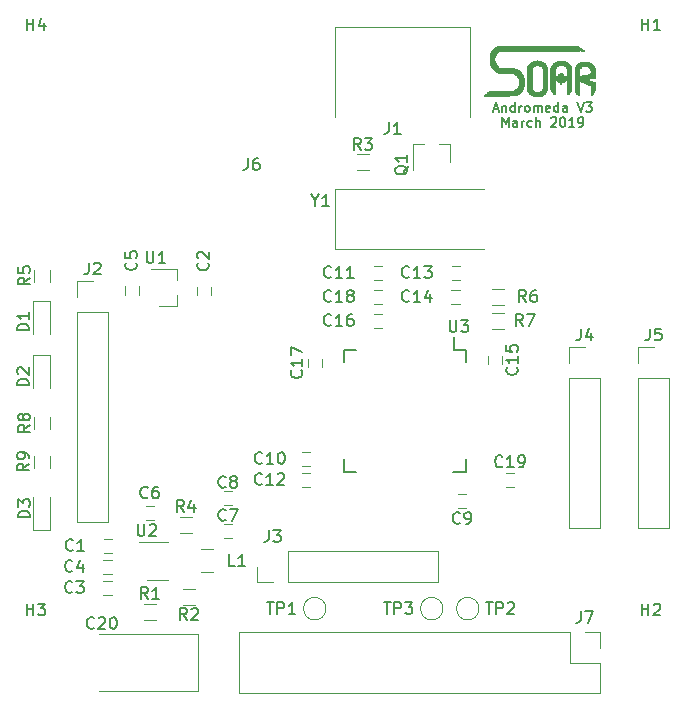
<source format=gbr>
G04 #@! TF.GenerationSoftware,KiCad,Pcbnew,(5.0.2)-1*
G04 #@! TF.CreationDate,2019-03-06T23:00:33-07:00*
G04 #@! TF.ProjectId,AndromedaV3,416e6472-6f6d-4656-9461-56332e6b6963,rev?*
G04 #@! TF.SameCoordinates,Original*
G04 #@! TF.FileFunction,Legend,Top*
G04 #@! TF.FilePolarity,Positive*
%FSLAX46Y46*%
G04 Gerber Fmt 4.6, Leading zero omitted, Abs format (unit mm)*
G04 Created by KiCad (PCBNEW (5.0.2)-1) date 2019-03-06 11:00:33 PM*
%MOMM*%
%LPD*%
G01*
G04 APERTURE LIST*
%ADD10C,0.200000*%
%ADD11C,0.120000*%
%ADD12C,0.150000*%
%ADD13C,0.010000*%
G04 APERTURE END LIST*
D10*
X151530476Y-68941904D02*
X151530476Y-68141904D01*
X151797142Y-68713333D01*
X152063809Y-68141904D01*
X152063809Y-68941904D01*
X152787619Y-68941904D02*
X152787619Y-68522857D01*
X152749523Y-68446666D01*
X152673333Y-68408571D01*
X152520952Y-68408571D01*
X152444761Y-68446666D01*
X152787619Y-68903809D02*
X152711428Y-68941904D01*
X152520952Y-68941904D01*
X152444761Y-68903809D01*
X152406666Y-68827619D01*
X152406666Y-68751428D01*
X152444761Y-68675238D01*
X152520952Y-68637142D01*
X152711428Y-68637142D01*
X152787619Y-68599047D01*
X153168571Y-68941904D02*
X153168571Y-68408571D01*
X153168571Y-68560952D02*
X153206666Y-68484761D01*
X153244761Y-68446666D01*
X153320952Y-68408571D01*
X153397142Y-68408571D01*
X154006666Y-68903809D02*
X153930476Y-68941904D01*
X153778095Y-68941904D01*
X153701904Y-68903809D01*
X153663809Y-68865714D01*
X153625714Y-68789523D01*
X153625714Y-68560952D01*
X153663809Y-68484761D01*
X153701904Y-68446666D01*
X153778095Y-68408571D01*
X153930476Y-68408571D01*
X154006666Y-68446666D01*
X154349523Y-68941904D02*
X154349523Y-68141904D01*
X154692380Y-68941904D02*
X154692380Y-68522857D01*
X154654285Y-68446666D01*
X154578095Y-68408571D01*
X154463809Y-68408571D01*
X154387619Y-68446666D01*
X154349523Y-68484761D01*
X155644761Y-68218095D02*
X155682857Y-68180000D01*
X155759047Y-68141904D01*
X155949523Y-68141904D01*
X156025714Y-68180000D01*
X156063809Y-68218095D01*
X156101904Y-68294285D01*
X156101904Y-68370476D01*
X156063809Y-68484761D01*
X155606666Y-68941904D01*
X156101904Y-68941904D01*
X156597142Y-68141904D02*
X156673333Y-68141904D01*
X156749523Y-68180000D01*
X156787619Y-68218095D01*
X156825714Y-68294285D01*
X156863809Y-68446666D01*
X156863809Y-68637142D01*
X156825714Y-68789523D01*
X156787619Y-68865714D01*
X156749523Y-68903809D01*
X156673333Y-68941904D01*
X156597142Y-68941904D01*
X156520952Y-68903809D01*
X156482857Y-68865714D01*
X156444761Y-68789523D01*
X156406666Y-68637142D01*
X156406666Y-68446666D01*
X156444761Y-68294285D01*
X156482857Y-68218095D01*
X156520952Y-68180000D01*
X156597142Y-68141904D01*
X157625714Y-68941904D02*
X157168571Y-68941904D01*
X157397142Y-68941904D02*
X157397142Y-68141904D01*
X157320952Y-68256190D01*
X157244761Y-68332380D01*
X157168571Y-68370476D01*
X158006666Y-68941904D02*
X158159047Y-68941904D01*
X158235238Y-68903809D01*
X158273333Y-68865714D01*
X158349523Y-68751428D01*
X158387619Y-68599047D01*
X158387619Y-68294285D01*
X158349523Y-68218095D01*
X158311428Y-68180000D01*
X158235238Y-68141904D01*
X158082857Y-68141904D01*
X158006666Y-68180000D01*
X157968571Y-68218095D01*
X157930476Y-68294285D01*
X157930476Y-68484761D01*
X157968571Y-68560952D01*
X158006666Y-68599047D01*
X158082857Y-68637142D01*
X158235238Y-68637142D01*
X158311428Y-68599047D01*
X158349523Y-68560952D01*
X158387619Y-68484761D01*
X150787619Y-67443333D02*
X151168571Y-67443333D01*
X150711428Y-67671904D02*
X150978095Y-66871904D01*
X151244761Y-67671904D01*
X151511428Y-67138571D02*
X151511428Y-67671904D01*
X151511428Y-67214761D02*
X151549523Y-67176666D01*
X151625714Y-67138571D01*
X151740000Y-67138571D01*
X151816190Y-67176666D01*
X151854285Y-67252857D01*
X151854285Y-67671904D01*
X152578095Y-67671904D02*
X152578095Y-66871904D01*
X152578095Y-67633809D02*
X152501904Y-67671904D01*
X152349523Y-67671904D01*
X152273333Y-67633809D01*
X152235238Y-67595714D01*
X152197142Y-67519523D01*
X152197142Y-67290952D01*
X152235238Y-67214761D01*
X152273333Y-67176666D01*
X152349523Y-67138571D01*
X152501904Y-67138571D01*
X152578095Y-67176666D01*
X152959047Y-67671904D02*
X152959047Y-67138571D01*
X152959047Y-67290952D02*
X152997142Y-67214761D01*
X153035238Y-67176666D01*
X153111428Y-67138571D01*
X153187619Y-67138571D01*
X153568571Y-67671904D02*
X153492380Y-67633809D01*
X153454285Y-67595714D01*
X153416190Y-67519523D01*
X153416190Y-67290952D01*
X153454285Y-67214761D01*
X153492380Y-67176666D01*
X153568571Y-67138571D01*
X153682857Y-67138571D01*
X153759047Y-67176666D01*
X153797142Y-67214761D01*
X153835238Y-67290952D01*
X153835238Y-67519523D01*
X153797142Y-67595714D01*
X153759047Y-67633809D01*
X153682857Y-67671904D01*
X153568571Y-67671904D01*
X154178095Y-67671904D02*
X154178095Y-67138571D01*
X154178095Y-67214761D02*
X154216190Y-67176666D01*
X154292380Y-67138571D01*
X154406666Y-67138571D01*
X154482857Y-67176666D01*
X154520952Y-67252857D01*
X154520952Y-67671904D01*
X154520952Y-67252857D02*
X154559047Y-67176666D01*
X154635238Y-67138571D01*
X154749523Y-67138571D01*
X154825714Y-67176666D01*
X154863809Y-67252857D01*
X154863809Y-67671904D01*
X155549523Y-67633809D02*
X155473333Y-67671904D01*
X155320952Y-67671904D01*
X155244761Y-67633809D01*
X155206666Y-67557619D01*
X155206666Y-67252857D01*
X155244761Y-67176666D01*
X155320952Y-67138571D01*
X155473333Y-67138571D01*
X155549523Y-67176666D01*
X155587619Y-67252857D01*
X155587619Y-67329047D01*
X155206666Y-67405238D01*
X156273333Y-67671904D02*
X156273333Y-66871904D01*
X156273333Y-67633809D02*
X156197142Y-67671904D01*
X156044761Y-67671904D01*
X155968571Y-67633809D01*
X155930476Y-67595714D01*
X155892380Y-67519523D01*
X155892380Y-67290952D01*
X155930476Y-67214761D01*
X155968571Y-67176666D01*
X156044761Y-67138571D01*
X156197142Y-67138571D01*
X156273333Y-67176666D01*
X156997142Y-67671904D02*
X156997142Y-67252857D01*
X156959047Y-67176666D01*
X156882857Y-67138571D01*
X156730476Y-67138571D01*
X156654285Y-67176666D01*
X156997142Y-67633809D02*
X156920952Y-67671904D01*
X156730476Y-67671904D01*
X156654285Y-67633809D01*
X156616190Y-67557619D01*
X156616190Y-67481428D01*
X156654285Y-67405238D01*
X156730476Y-67367142D01*
X156920952Y-67367142D01*
X156997142Y-67329047D01*
X157873333Y-66871904D02*
X158140000Y-67671904D01*
X158406666Y-66871904D01*
X158597142Y-66871904D02*
X159092380Y-66871904D01*
X158825714Y-67176666D01*
X158940000Y-67176666D01*
X159016190Y-67214761D01*
X159054285Y-67252857D01*
X159092380Y-67329047D01*
X159092380Y-67519523D01*
X159054285Y-67595714D01*
X159016190Y-67633809D01*
X158940000Y-67671904D01*
X158711428Y-67671904D01*
X158635238Y-67633809D01*
X158597142Y-67595714D01*
D11*
G04 #@! TO.C,C1*
X118460000Y-104994000D02*
X117760000Y-104994000D01*
X117760000Y-103794000D02*
X118460000Y-103794000D01*
G04 #@! TO.C,C2*
X125638000Y-83166000D02*
X125638000Y-82466000D01*
X126838000Y-82466000D02*
X126838000Y-83166000D01*
G04 #@! TO.C,C3*
X118448000Y-108550000D02*
X117748000Y-108550000D01*
X117748000Y-107350000D02*
X118448000Y-107350000D01*
G04 #@! TO.C,C4*
X117748000Y-105572000D02*
X118448000Y-105572000D01*
X118448000Y-106772000D02*
X117748000Y-106772000D01*
G04 #@! TO.C,C5*
X120742000Y-82442000D02*
X120742000Y-83142000D01*
X119542000Y-83142000D02*
X119542000Y-82442000D01*
G04 #@! TO.C,C6*
X122028000Y-102200000D02*
X121328000Y-102200000D01*
X121328000Y-101000000D02*
X122028000Y-101000000D01*
G04 #@! TO.C,C7*
X127932000Y-102524000D02*
X128632000Y-102524000D01*
X128632000Y-103724000D02*
X127932000Y-103724000D01*
G04 #@! TO.C,C8*
X128632000Y-100930000D02*
X127932000Y-100930000D01*
X127932000Y-99730000D02*
X128632000Y-99730000D01*
G04 #@! TO.C,C9*
X147744000Y-99984000D02*
X148444000Y-99984000D01*
X148444000Y-101184000D02*
X147744000Y-101184000D01*
G04 #@! TO.C,C10*
X135236000Y-97628000D02*
X134536000Y-97628000D01*
X134536000Y-96428000D02*
X135236000Y-96428000D01*
G04 #@! TO.C,C11*
X140632000Y-80680000D02*
X141332000Y-80680000D01*
X141332000Y-81880000D02*
X140632000Y-81880000D01*
G04 #@! TO.C,C12*
X134524000Y-98206000D02*
X135224000Y-98206000D01*
X135224000Y-99406000D02*
X134524000Y-99406000D01*
G04 #@! TO.C,C13*
X147936000Y-81880000D02*
X147236000Y-81880000D01*
X147236000Y-80680000D02*
X147936000Y-80680000D01*
G04 #@! TO.C,C14*
X147212000Y-82712000D02*
X147912000Y-82712000D01*
X147912000Y-83912000D02*
X147212000Y-83912000D01*
G04 #@! TO.C,C15*
X151476000Y-88308000D02*
X151476000Y-89008000D01*
X150276000Y-89008000D02*
X150276000Y-88308000D01*
G04 #@! TO.C,C16*
X140632000Y-84744000D02*
X141332000Y-84744000D01*
X141332000Y-85944000D02*
X140632000Y-85944000D01*
G04 #@! TO.C,C17*
X136236000Y-88562000D02*
X136236000Y-89262000D01*
X135036000Y-89262000D02*
X135036000Y-88562000D01*
G04 #@! TO.C,C18*
X140632000Y-82712000D02*
X141332000Y-82712000D01*
X141332000Y-83912000D02*
X140632000Y-83912000D01*
G04 #@! TO.C,C19*
X152508000Y-99406000D02*
X151808000Y-99406000D01*
X151808000Y-98206000D02*
X152508000Y-98206000D01*
G04 #@! TO.C,C20*
X125781000Y-116700000D02*
X125781000Y-111900000D01*
X125781000Y-111900000D02*
X117381000Y-111900000D01*
X125781000Y-116700000D02*
X117381000Y-116700000D01*
G04 #@! TO.C,D1*
X113222000Y-83714000D02*
X113222000Y-86514000D01*
X111822000Y-83714000D02*
X111822000Y-86514000D01*
X113222000Y-83714000D02*
X111822000Y-83714000D01*
G04 #@! TO.C,D2*
X113222000Y-88286000D02*
X111822000Y-88286000D01*
X111822000Y-88286000D02*
X111822000Y-91086000D01*
X113222000Y-88286000D02*
X113222000Y-91086000D01*
G04 #@! TO.C,D3*
X111822000Y-103062000D02*
X111822000Y-100262000D01*
X113222000Y-103062000D02*
X113222000Y-100262000D01*
X111822000Y-103062000D02*
X113222000Y-103062000D01*
G04 #@! TO.C,J1*
X137342000Y-68070000D02*
X137342000Y-60470000D01*
X137342000Y-60470000D02*
X148742000Y-60470000D01*
X148742000Y-60470000D02*
X148742000Y-68070000D01*
G04 #@! TO.C,J2*
X115510000Y-102422000D02*
X118170000Y-102422000D01*
X115510000Y-84582000D02*
X115510000Y-102422000D01*
X118170000Y-84582000D02*
X118170000Y-102422000D01*
X115510000Y-84582000D02*
X118170000Y-84582000D01*
X115510000Y-83312000D02*
X115510000Y-81982000D01*
X115510000Y-81982000D02*
X116840000Y-81982000D01*
G04 #@! TO.C,J3*
X146110000Y-107502000D02*
X146110000Y-104842000D01*
X133350000Y-107502000D02*
X146110000Y-107502000D01*
X133350000Y-104842000D02*
X146110000Y-104842000D01*
X133350000Y-107502000D02*
X133350000Y-104842000D01*
X132080000Y-107502000D02*
X130750000Y-107502000D01*
X130750000Y-107502000D02*
X130750000Y-106172000D01*
G04 #@! TO.C,J4*
X157166000Y-102930000D02*
X159826000Y-102930000D01*
X157166000Y-90170000D02*
X157166000Y-102930000D01*
X159826000Y-90170000D02*
X159826000Y-102930000D01*
X157166000Y-90170000D02*
X159826000Y-90170000D01*
X157166000Y-88900000D02*
X157166000Y-87570000D01*
X157166000Y-87570000D02*
X158496000Y-87570000D01*
G04 #@! TO.C,J5*
X163008000Y-102930000D02*
X165668000Y-102930000D01*
X163008000Y-90170000D02*
X163008000Y-102930000D01*
X165668000Y-90170000D02*
X165668000Y-102930000D01*
X163008000Y-90170000D02*
X165668000Y-90170000D01*
X163008000Y-88900000D02*
X163008000Y-87570000D01*
X163008000Y-87570000D02*
X164338000Y-87570000D01*
G04 #@! TO.C,J7*
X159826000Y-111700000D02*
X159826000Y-113030000D01*
X158496000Y-111700000D02*
X159826000Y-111700000D01*
X159826000Y-114300000D02*
X159826000Y-116900000D01*
X157226000Y-114300000D02*
X159826000Y-114300000D01*
X157226000Y-111700000D02*
X157226000Y-114300000D01*
X159826000Y-116900000D02*
X129226000Y-116900000D01*
X157226000Y-111700000D02*
X129226000Y-111700000D01*
X129226000Y-111700000D02*
X129226000Y-116900000D01*
G04 #@! TO.C,L1*
X127008000Y-106664000D02*
X126008000Y-106664000D01*
X127008000Y-104664000D02*
X126008000Y-104664000D01*
G04 #@! TO.C,Q1*
X147122000Y-70426000D02*
X146192000Y-70426000D01*
X143962000Y-70426000D02*
X144892000Y-70426000D01*
X143962000Y-70426000D02*
X143962000Y-72586000D01*
X147122000Y-70426000D02*
X147122000Y-71886000D01*
G04 #@! TO.C,R1*
X122178000Y-110662000D02*
X121178000Y-110662000D01*
X121178000Y-109302000D02*
X122178000Y-109302000D01*
G04 #@! TO.C,R2*
X124468000Y-108032000D02*
X125468000Y-108032000D01*
X125468000Y-109392000D02*
X124468000Y-109392000D01*
G04 #@! TO.C,R3*
X140200000Y-72562000D02*
X139200000Y-72562000D01*
X139200000Y-71202000D02*
X140200000Y-71202000D01*
G04 #@! TO.C,R4*
X125226000Y-103296000D02*
X124226000Y-103296000D01*
X124226000Y-101936000D02*
X125226000Y-101936000D01*
G04 #@! TO.C,R5*
X113202000Y-81034000D02*
X113202000Y-82034000D01*
X111842000Y-82034000D02*
X111842000Y-81034000D01*
G04 #@! TO.C,R6*
X151642000Y-83992000D02*
X150642000Y-83992000D01*
X150642000Y-82632000D02*
X151642000Y-82632000D01*
G04 #@! TO.C,R7*
X151642000Y-86024000D02*
X150642000Y-86024000D01*
X150642000Y-84664000D02*
X151642000Y-84664000D01*
G04 #@! TO.C,R8*
X111842000Y-94492000D02*
X111842000Y-93492000D01*
X113202000Y-93492000D02*
X113202000Y-94492000D01*
G04 #@! TO.C,R9*
X113202000Y-96782000D02*
X113202000Y-97782000D01*
X111842000Y-97782000D02*
X111842000Y-96782000D01*
G04 #@! TO.C,TP1*
X136586000Y-109728000D02*
G75*
G03X136586000Y-109728000I-950000J0D01*
G01*
G04 #@! TO.C,TP2*
X149540000Y-109728000D02*
G75*
G03X149540000Y-109728000I-950000J0D01*
G01*
G04 #@! TO.C,TP3*
X146492000Y-109728000D02*
G75*
G03X146492000Y-109728000I-950000J0D01*
G01*
G04 #@! TO.C,U1*
X123950000Y-84130000D02*
X122490000Y-84130000D01*
X123950000Y-80970000D02*
X121790000Y-80970000D01*
X123950000Y-80970000D02*
X123950000Y-81900000D01*
X123950000Y-84130000D02*
X123950000Y-83200000D01*
G04 #@! TO.C,U2*
X123244000Y-104054000D02*
X120794000Y-104054000D01*
X121444000Y-107274000D02*
X123244000Y-107274000D01*
D12*
G04 #@! TO.C,U3*
X147431000Y-87789000D02*
X147431000Y-86764000D01*
X148431000Y-98139000D02*
X148431000Y-97064000D01*
X138081000Y-98139000D02*
X138081000Y-97064000D01*
X138081000Y-87789000D02*
X138081000Y-88864000D01*
X148431000Y-87789000D02*
X148431000Y-88864000D01*
X138081000Y-87789000D02*
X139156000Y-87789000D01*
X138081000Y-98139000D02*
X139156000Y-98139000D01*
X148431000Y-98139000D02*
X147356000Y-98139000D01*
X148431000Y-87789000D02*
X147431000Y-87789000D01*
D11*
G04 #@! TO.C,Y1*
X137386000Y-79258000D02*
X149986000Y-79258000D01*
X137386000Y-74158000D02*
X137386000Y-79258000D01*
X149986000Y-74158000D02*
X137386000Y-74158000D01*
D13*
G04 #@! TO.C,LOGO_SOAR*
G36*
X154594000Y-66314000D02*
X154644000Y-66314000D01*
X154644000Y-66364000D01*
X154594000Y-66364000D01*
X154594000Y-66314000D01*
X154594000Y-66314000D01*
G37*
X154594000Y-66314000D02*
X154644000Y-66314000D01*
X154644000Y-66364000D01*
X154594000Y-66364000D01*
X154594000Y-66314000D01*
G36*
X154544000Y-66314000D02*
X154594000Y-66314000D01*
X154594000Y-66364000D01*
X154544000Y-66364000D01*
X154544000Y-66314000D01*
X154544000Y-66314000D01*
G37*
X154544000Y-66314000D02*
X154594000Y-66314000D01*
X154594000Y-66364000D01*
X154544000Y-66364000D01*
X154544000Y-66314000D01*
G36*
X154494000Y-66314000D02*
X154544000Y-66314000D01*
X154544000Y-66364000D01*
X154494000Y-66364000D01*
X154494000Y-66314000D01*
X154494000Y-66314000D01*
G37*
X154494000Y-66314000D02*
X154544000Y-66314000D01*
X154544000Y-66364000D01*
X154494000Y-66364000D01*
X154494000Y-66314000D01*
G36*
X154444000Y-66314000D02*
X154494000Y-66314000D01*
X154494000Y-66364000D01*
X154444000Y-66364000D01*
X154444000Y-66314000D01*
X154444000Y-66314000D01*
G37*
X154444000Y-66314000D02*
X154494000Y-66314000D01*
X154494000Y-66364000D01*
X154444000Y-66364000D01*
X154444000Y-66314000D01*
G36*
X154394000Y-66314000D02*
X154444000Y-66314000D01*
X154444000Y-66364000D01*
X154394000Y-66364000D01*
X154394000Y-66314000D01*
X154394000Y-66314000D01*
G37*
X154394000Y-66314000D02*
X154444000Y-66314000D01*
X154444000Y-66364000D01*
X154394000Y-66364000D01*
X154394000Y-66314000D01*
G36*
X154344000Y-66314000D02*
X154394000Y-66314000D01*
X154394000Y-66364000D01*
X154344000Y-66364000D01*
X154344000Y-66314000D01*
X154344000Y-66314000D01*
G37*
X154344000Y-66314000D02*
X154394000Y-66314000D01*
X154394000Y-66364000D01*
X154344000Y-66364000D01*
X154344000Y-66314000D01*
G36*
X154294000Y-66314000D02*
X154344000Y-66314000D01*
X154344000Y-66364000D01*
X154294000Y-66364000D01*
X154294000Y-66314000D01*
X154294000Y-66314000D01*
G37*
X154294000Y-66314000D02*
X154344000Y-66314000D01*
X154344000Y-66364000D01*
X154294000Y-66364000D01*
X154294000Y-66314000D01*
G36*
X154794000Y-66264000D02*
X154844000Y-66264000D01*
X154844000Y-66314000D01*
X154794000Y-66314000D01*
X154794000Y-66264000D01*
X154794000Y-66264000D01*
G37*
X154794000Y-66264000D02*
X154844000Y-66264000D01*
X154844000Y-66314000D01*
X154794000Y-66314000D01*
X154794000Y-66264000D01*
G36*
X154744000Y-66264000D02*
X154794000Y-66264000D01*
X154794000Y-66314000D01*
X154744000Y-66314000D01*
X154744000Y-66264000D01*
X154744000Y-66264000D01*
G37*
X154744000Y-66264000D02*
X154794000Y-66264000D01*
X154794000Y-66314000D01*
X154744000Y-66314000D01*
X154744000Y-66264000D01*
G36*
X154694000Y-66264000D02*
X154744000Y-66264000D01*
X154744000Y-66314000D01*
X154694000Y-66314000D01*
X154694000Y-66264000D01*
X154694000Y-66264000D01*
G37*
X154694000Y-66264000D02*
X154744000Y-66264000D01*
X154744000Y-66314000D01*
X154694000Y-66314000D01*
X154694000Y-66264000D01*
G36*
X154644000Y-66264000D02*
X154694000Y-66264000D01*
X154694000Y-66314000D01*
X154644000Y-66314000D01*
X154644000Y-66264000D01*
X154644000Y-66264000D01*
G37*
X154644000Y-66264000D02*
X154694000Y-66264000D01*
X154694000Y-66314000D01*
X154644000Y-66314000D01*
X154644000Y-66264000D01*
G36*
X154594000Y-66264000D02*
X154644000Y-66264000D01*
X154644000Y-66314000D01*
X154594000Y-66314000D01*
X154594000Y-66264000D01*
X154594000Y-66264000D01*
G37*
X154594000Y-66264000D02*
X154644000Y-66264000D01*
X154644000Y-66314000D01*
X154594000Y-66314000D01*
X154594000Y-66264000D01*
G36*
X154544000Y-66264000D02*
X154594000Y-66264000D01*
X154594000Y-66314000D01*
X154544000Y-66314000D01*
X154544000Y-66264000D01*
X154544000Y-66264000D01*
G37*
X154544000Y-66264000D02*
X154594000Y-66264000D01*
X154594000Y-66314000D01*
X154544000Y-66314000D01*
X154544000Y-66264000D01*
G36*
X154494000Y-66264000D02*
X154544000Y-66264000D01*
X154544000Y-66314000D01*
X154494000Y-66314000D01*
X154494000Y-66264000D01*
X154494000Y-66264000D01*
G37*
X154494000Y-66264000D02*
X154544000Y-66264000D01*
X154544000Y-66314000D01*
X154494000Y-66314000D01*
X154494000Y-66264000D01*
G36*
X154444000Y-66264000D02*
X154494000Y-66264000D01*
X154494000Y-66314000D01*
X154444000Y-66314000D01*
X154444000Y-66264000D01*
X154444000Y-66264000D01*
G37*
X154444000Y-66264000D02*
X154494000Y-66264000D01*
X154494000Y-66314000D01*
X154444000Y-66314000D01*
X154444000Y-66264000D01*
G36*
X154394000Y-66264000D02*
X154444000Y-66264000D01*
X154444000Y-66314000D01*
X154394000Y-66314000D01*
X154394000Y-66264000D01*
X154394000Y-66264000D01*
G37*
X154394000Y-66264000D02*
X154444000Y-66264000D01*
X154444000Y-66314000D01*
X154394000Y-66314000D01*
X154394000Y-66264000D01*
G36*
X154344000Y-66264000D02*
X154394000Y-66264000D01*
X154394000Y-66314000D01*
X154344000Y-66314000D01*
X154344000Y-66264000D01*
X154344000Y-66264000D01*
G37*
X154344000Y-66264000D02*
X154394000Y-66264000D01*
X154394000Y-66314000D01*
X154344000Y-66314000D01*
X154344000Y-66264000D01*
G36*
X154294000Y-66264000D02*
X154344000Y-66264000D01*
X154344000Y-66314000D01*
X154294000Y-66314000D01*
X154294000Y-66264000D01*
X154294000Y-66264000D01*
G37*
X154294000Y-66264000D02*
X154344000Y-66264000D01*
X154344000Y-66314000D01*
X154294000Y-66314000D01*
X154294000Y-66264000D01*
G36*
X154244000Y-66264000D02*
X154294000Y-66264000D01*
X154294000Y-66314000D01*
X154244000Y-66314000D01*
X154244000Y-66264000D01*
X154244000Y-66264000D01*
G37*
X154244000Y-66264000D02*
X154294000Y-66264000D01*
X154294000Y-66314000D01*
X154244000Y-66314000D01*
X154244000Y-66264000D01*
G36*
X154194000Y-66264000D02*
X154244000Y-66264000D01*
X154244000Y-66314000D01*
X154194000Y-66314000D01*
X154194000Y-66264000D01*
X154194000Y-66264000D01*
G37*
X154194000Y-66264000D02*
X154244000Y-66264000D01*
X154244000Y-66314000D01*
X154194000Y-66314000D01*
X154194000Y-66264000D01*
G36*
X154144000Y-66264000D02*
X154194000Y-66264000D01*
X154194000Y-66314000D01*
X154144000Y-66314000D01*
X154144000Y-66264000D01*
X154144000Y-66264000D01*
G37*
X154144000Y-66264000D02*
X154194000Y-66264000D01*
X154194000Y-66314000D01*
X154144000Y-66314000D01*
X154144000Y-66264000D01*
G36*
X154094000Y-66264000D02*
X154144000Y-66264000D01*
X154144000Y-66314000D01*
X154094000Y-66314000D01*
X154094000Y-66264000D01*
X154094000Y-66264000D01*
G37*
X154094000Y-66264000D02*
X154144000Y-66264000D01*
X154144000Y-66314000D01*
X154094000Y-66314000D01*
X154094000Y-66264000D01*
G36*
X151994000Y-66264000D02*
X152044000Y-66264000D01*
X152044000Y-66314000D01*
X151994000Y-66314000D01*
X151994000Y-66264000D01*
X151994000Y-66264000D01*
G37*
X151994000Y-66264000D02*
X152044000Y-66264000D01*
X152044000Y-66314000D01*
X151994000Y-66314000D01*
X151994000Y-66264000D01*
G36*
X151944000Y-66264000D02*
X151994000Y-66264000D01*
X151994000Y-66314000D01*
X151944000Y-66314000D01*
X151944000Y-66264000D01*
X151944000Y-66264000D01*
G37*
X151944000Y-66264000D02*
X151994000Y-66264000D01*
X151994000Y-66314000D01*
X151944000Y-66314000D01*
X151944000Y-66264000D01*
G36*
X151894000Y-66264000D02*
X151944000Y-66264000D01*
X151944000Y-66314000D01*
X151894000Y-66314000D01*
X151894000Y-66264000D01*
X151894000Y-66264000D01*
G37*
X151894000Y-66264000D02*
X151944000Y-66264000D01*
X151944000Y-66314000D01*
X151894000Y-66314000D01*
X151894000Y-66264000D01*
G36*
X151844000Y-66264000D02*
X151894000Y-66264000D01*
X151894000Y-66314000D01*
X151844000Y-66314000D01*
X151844000Y-66264000D01*
X151844000Y-66264000D01*
G37*
X151844000Y-66264000D02*
X151894000Y-66264000D01*
X151894000Y-66314000D01*
X151844000Y-66314000D01*
X151844000Y-66264000D01*
G36*
X151794000Y-66264000D02*
X151844000Y-66264000D01*
X151844000Y-66314000D01*
X151794000Y-66314000D01*
X151794000Y-66264000D01*
X151794000Y-66264000D01*
G37*
X151794000Y-66264000D02*
X151844000Y-66264000D01*
X151844000Y-66314000D01*
X151794000Y-66314000D01*
X151794000Y-66264000D01*
G36*
X151744000Y-66264000D02*
X151794000Y-66264000D01*
X151794000Y-66314000D01*
X151744000Y-66314000D01*
X151744000Y-66264000D01*
X151744000Y-66264000D01*
G37*
X151744000Y-66264000D02*
X151794000Y-66264000D01*
X151794000Y-66314000D01*
X151744000Y-66314000D01*
X151744000Y-66264000D01*
G36*
X151694000Y-66264000D02*
X151744000Y-66264000D01*
X151744000Y-66314000D01*
X151694000Y-66314000D01*
X151694000Y-66264000D01*
X151694000Y-66264000D01*
G37*
X151694000Y-66264000D02*
X151744000Y-66264000D01*
X151744000Y-66314000D01*
X151694000Y-66314000D01*
X151694000Y-66264000D01*
G36*
X151644000Y-66264000D02*
X151694000Y-66264000D01*
X151694000Y-66314000D01*
X151644000Y-66314000D01*
X151644000Y-66264000D01*
X151644000Y-66264000D01*
G37*
X151644000Y-66264000D02*
X151694000Y-66264000D01*
X151694000Y-66314000D01*
X151644000Y-66314000D01*
X151644000Y-66264000D01*
G36*
X151594000Y-66264000D02*
X151644000Y-66264000D01*
X151644000Y-66314000D01*
X151594000Y-66314000D01*
X151594000Y-66264000D01*
X151594000Y-66264000D01*
G37*
X151594000Y-66264000D02*
X151644000Y-66264000D01*
X151644000Y-66314000D01*
X151594000Y-66314000D01*
X151594000Y-66264000D01*
G36*
X151544000Y-66264000D02*
X151594000Y-66264000D01*
X151594000Y-66314000D01*
X151544000Y-66314000D01*
X151544000Y-66264000D01*
X151544000Y-66264000D01*
G37*
X151544000Y-66264000D02*
X151594000Y-66264000D01*
X151594000Y-66314000D01*
X151544000Y-66314000D01*
X151544000Y-66264000D01*
G36*
X151494000Y-66264000D02*
X151544000Y-66264000D01*
X151544000Y-66314000D01*
X151494000Y-66314000D01*
X151494000Y-66264000D01*
X151494000Y-66264000D01*
G37*
X151494000Y-66264000D02*
X151544000Y-66264000D01*
X151544000Y-66314000D01*
X151494000Y-66314000D01*
X151494000Y-66264000D01*
G36*
X151444000Y-66264000D02*
X151494000Y-66264000D01*
X151494000Y-66314000D01*
X151444000Y-66314000D01*
X151444000Y-66264000D01*
X151444000Y-66264000D01*
G37*
X151444000Y-66264000D02*
X151494000Y-66264000D01*
X151494000Y-66314000D01*
X151444000Y-66314000D01*
X151444000Y-66264000D01*
G36*
X151394000Y-66264000D02*
X151444000Y-66264000D01*
X151444000Y-66314000D01*
X151394000Y-66314000D01*
X151394000Y-66264000D01*
X151394000Y-66264000D01*
G37*
X151394000Y-66264000D02*
X151444000Y-66264000D01*
X151444000Y-66314000D01*
X151394000Y-66314000D01*
X151394000Y-66264000D01*
G36*
X151344000Y-66264000D02*
X151394000Y-66264000D01*
X151394000Y-66314000D01*
X151344000Y-66314000D01*
X151344000Y-66264000D01*
X151344000Y-66264000D01*
G37*
X151344000Y-66264000D02*
X151394000Y-66264000D01*
X151394000Y-66314000D01*
X151344000Y-66314000D01*
X151344000Y-66264000D01*
G36*
X151294000Y-66264000D02*
X151344000Y-66264000D01*
X151344000Y-66314000D01*
X151294000Y-66314000D01*
X151294000Y-66264000D01*
X151294000Y-66264000D01*
G37*
X151294000Y-66264000D02*
X151344000Y-66264000D01*
X151344000Y-66314000D01*
X151294000Y-66314000D01*
X151294000Y-66264000D01*
G36*
X151244000Y-66264000D02*
X151294000Y-66264000D01*
X151294000Y-66314000D01*
X151244000Y-66314000D01*
X151244000Y-66264000D01*
X151244000Y-66264000D01*
G37*
X151244000Y-66264000D02*
X151294000Y-66264000D01*
X151294000Y-66314000D01*
X151244000Y-66314000D01*
X151244000Y-66264000D01*
G36*
X151194000Y-66264000D02*
X151244000Y-66264000D01*
X151244000Y-66314000D01*
X151194000Y-66314000D01*
X151194000Y-66264000D01*
X151194000Y-66264000D01*
G37*
X151194000Y-66264000D02*
X151244000Y-66264000D01*
X151244000Y-66314000D01*
X151194000Y-66314000D01*
X151194000Y-66264000D01*
G36*
X151144000Y-66264000D02*
X151194000Y-66264000D01*
X151194000Y-66314000D01*
X151144000Y-66314000D01*
X151144000Y-66264000D01*
X151144000Y-66264000D01*
G37*
X151144000Y-66264000D02*
X151194000Y-66264000D01*
X151194000Y-66314000D01*
X151144000Y-66314000D01*
X151144000Y-66264000D01*
G36*
X151094000Y-66264000D02*
X151144000Y-66264000D01*
X151144000Y-66314000D01*
X151094000Y-66314000D01*
X151094000Y-66264000D01*
X151094000Y-66264000D01*
G37*
X151094000Y-66264000D02*
X151144000Y-66264000D01*
X151144000Y-66314000D01*
X151094000Y-66314000D01*
X151094000Y-66264000D01*
G36*
X151044000Y-66264000D02*
X151094000Y-66264000D01*
X151094000Y-66314000D01*
X151044000Y-66314000D01*
X151044000Y-66264000D01*
X151044000Y-66264000D01*
G37*
X151044000Y-66264000D02*
X151094000Y-66264000D01*
X151094000Y-66314000D01*
X151044000Y-66314000D01*
X151044000Y-66264000D01*
G36*
X150994000Y-66264000D02*
X151044000Y-66264000D01*
X151044000Y-66314000D01*
X150994000Y-66314000D01*
X150994000Y-66264000D01*
X150994000Y-66264000D01*
G37*
X150994000Y-66264000D02*
X151044000Y-66264000D01*
X151044000Y-66314000D01*
X150994000Y-66314000D01*
X150994000Y-66264000D01*
G36*
X150944000Y-66264000D02*
X150994000Y-66264000D01*
X150994000Y-66314000D01*
X150944000Y-66314000D01*
X150944000Y-66264000D01*
X150944000Y-66264000D01*
G37*
X150944000Y-66264000D02*
X150994000Y-66264000D01*
X150994000Y-66314000D01*
X150944000Y-66314000D01*
X150944000Y-66264000D01*
G36*
X150894000Y-66264000D02*
X150944000Y-66264000D01*
X150944000Y-66314000D01*
X150894000Y-66314000D01*
X150894000Y-66264000D01*
X150894000Y-66264000D01*
G37*
X150894000Y-66264000D02*
X150944000Y-66264000D01*
X150944000Y-66314000D01*
X150894000Y-66314000D01*
X150894000Y-66264000D01*
G36*
X150844000Y-66264000D02*
X150894000Y-66264000D01*
X150894000Y-66314000D01*
X150844000Y-66314000D01*
X150844000Y-66264000D01*
X150844000Y-66264000D01*
G37*
X150844000Y-66264000D02*
X150894000Y-66264000D01*
X150894000Y-66314000D01*
X150844000Y-66314000D01*
X150844000Y-66264000D01*
G36*
X150794000Y-66264000D02*
X150844000Y-66264000D01*
X150844000Y-66314000D01*
X150794000Y-66314000D01*
X150794000Y-66264000D01*
X150794000Y-66264000D01*
G37*
X150794000Y-66264000D02*
X150844000Y-66264000D01*
X150844000Y-66314000D01*
X150794000Y-66314000D01*
X150794000Y-66264000D01*
G36*
X150744000Y-66264000D02*
X150794000Y-66264000D01*
X150794000Y-66314000D01*
X150744000Y-66314000D01*
X150744000Y-66264000D01*
X150744000Y-66264000D01*
G37*
X150744000Y-66264000D02*
X150794000Y-66264000D01*
X150794000Y-66314000D01*
X150744000Y-66314000D01*
X150744000Y-66264000D01*
G36*
X150694000Y-66264000D02*
X150744000Y-66264000D01*
X150744000Y-66314000D01*
X150694000Y-66314000D01*
X150694000Y-66264000D01*
X150694000Y-66264000D01*
G37*
X150694000Y-66264000D02*
X150744000Y-66264000D01*
X150744000Y-66314000D01*
X150694000Y-66314000D01*
X150694000Y-66264000D01*
G36*
X150644000Y-66264000D02*
X150694000Y-66264000D01*
X150694000Y-66314000D01*
X150644000Y-66314000D01*
X150644000Y-66264000D01*
X150644000Y-66264000D01*
G37*
X150644000Y-66264000D02*
X150694000Y-66264000D01*
X150694000Y-66314000D01*
X150644000Y-66314000D01*
X150644000Y-66264000D01*
G36*
X150594000Y-66264000D02*
X150644000Y-66264000D01*
X150644000Y-66314000D01*
X150594000Y-66314000D01*
X150594000Y-66264000D01*
X150594000Y-66264000D01*
G37*
X150594000Y-66264000D02*
X150644000Y-66264000D01*
X150644000Y-66314000D01*
X150594000Y-66314000D01*
X150594000Y-66264000D01*
G36*
X150544000Y-66264000D02*
X150594000Y-66264000D01*
X150594000Y-66314000D01*
X150544000Y-66314000D01*
X150544000Y-66264000D01*
X150544000Y-66264000D01*
G37*
X150544000Y-66264000D02*
X150594000Y-66264000D01*
X150594000Y-66314000D01*
X150544000Y-66314000D01*
X150544000Y-66264000D01*
G36*
X150494000Y-66264000D02*
X150544000Y-66264000D01*
X150544000Y-66314000D01*
X150494000Y-66314000D01*
X150494000Y-66264000D01*
X150494000Y-66264000D01*
G37*
X150494000Y-66264000D02*
X150544000Y-66264000D01*
X150544000Y-66314000D01*
X150494000Y-66314000D01*
X150494000Y-66264000D01*
G36*
X150444000Y-66264000D02*
X150494000Y-66264000D01*
X150494000Y-66314000D01*
X150444000Y-66314000D01*
X150444000Y-66264000D01*
X150444000Y-66264000D01*
G37*
X150444000Y-66264000D02*
X150494000Y-66264000D01*
X150494000Y-66314000D01*
X150444000Y-66314000D01*
X150444000Y-66264000D01*
G36*
X150394000Y-66264000D02*
X150444000Y-66264000D01*
X150444000Y-66314000D01*
X150394000Y-66314000D01*
X150394000Y-66264000D01*
X150394000Y-66264000D01*
G37*
X150394000Y-66264000D02*
X150444000Y-66264000D01*
X150444000Y-66314000D01*
X150394000Y-66314000D01*
X150394000Y-66264000D01*
G36*
X150344000Y-66264000D02*
X150394000Y-66264000D01*
X150394000Y-66314000D01*
X150344000Y-66314000D01*
X150344000Y-66264000D01*
X150344000Y-66264000D01*
G37*
X150344000Y-66264000D02*
X150394000Y-66264000D01*
X150394000Y-66314000D01*
X150344000Y-66314000D01*
X150344000Y-66264000D01*
G36*
X150294000Y-66264000D02*
X150344000Y-66264000D01*
X150344000Y-66314000D01*
X150294000Y-66314000D01*
X150294000Y-66264000D01*
X150294000Y-66264000D01*
G37*
X150294000Y-66264000D02*
X150344000Y-66264000D01*
X150344000Y-66314000D01*
X150294000Y-66314000D01*
X150294000Y-66264000D01*
G36*
X150244000Y-66264000D02*
X150294000Y-66264000D01*
X150294000Y-66314000D01*
X150244000Y-66314000D01*
X150244000Y-66264000D01*
X150244000Y-66264000D01*
G37*
X150244000Y-66264000D02*
X150294000Y-66264000D01*
X150294000Y-66314000D01*
X150244000Y-66314000D01*
X150244000Y-66264000D01*
G36*
X150194000Y-66264000D02*
X150244000Y-66264000D01*
X150244000Y-66314000D01*
X150194000Y-66314000D01*
X150194000Y-66264000D01*
X150194000Y-66264000D01*
G37*
X150194000Y-66264000D02*
X150244000Y-66264000D01*
X150244000Y-66314000D01*
X150194000Y-66314000D01*
X150194000Y-66264000D01*
G36*
X150144000Y-66264000D02*
X150194000Y-66264000D01*
X150194000Y-66314000D01*
X150144000Y-66314000D01*
X150144000Y-66264000D01*
X150144000Y-66264000D01*
G37*
X150144000Y-66264000D02*
X150194000Y-66264000D01*
X150194000Y-66314000D01*
X150144000Y-66314000D01*
X150144000Y-66264000D01*
G36*
X150094000Y-66264000D02*
X150144000Y-66264000D01*
X150144000Y-66314000D01*
X150094000Y-66314000D01*
X150094000Y-66264000D01*
X150094000Y-66264000D01*
G37*
X150094000Y-66264000D02*
X150144000Y-66264000D01*
X150144000Y-66314000D01*
X150094000Y-66314000D01*
X150094000Y-66264000D01*
G36*
X149994000Y-66264000D02*
X150044000Y-66264000D01*
X150044000Y-66314000D01*
X149994000Y-66314000D01*
X149994000Y-66264000D01*
X149994000Y-66264000D01*
G37*
X149994000Y-66264000D02*
X150044000Y-66264000D01*
X150044000Y-66314000D01*
X149994000Y-66314000D01*
X149994000Y-66264000D01*
G36*
X149944000Y-66264000D02*
X149994000Y-66264000D01*
X149994000Y-66314000D01*
X149944000Y-66314000D01*
X149944000Y-66264000D01*
X149944000Y-66264000D01*
G37*
X149944000Y-66264000D02*
X149994000Y-66264000D01*
X149994000Y-66314000D01*
X149944000Y-66314000D01*
X149944000Y-66264000D01*
G36*
X158994000Y-66214000D02*
X159044000Y-66214000D01*
X159044000Y-66264000D01*
X158994000Y-66264000D01*
X158994000Y-66214000D01*
X158994000Y-66214000D01*
G37*
X158994000Y-66214000D02*
X159044000Y-66214000D01*
X159044000Y-66264000D01*
X158994000Y-66264000D01*
X158994000Y-66214000D01*
G36*
X157944000Y-66214000D02*
X157994000Y-66214000D01*
X157994000Y-66264000D01*
X157944000Y-66264000D01*
X157944000Y-66214000D01*
X157944000Y-66214000D01*
G37*
X157944000Y-66214000D02*
X157994000Y-66214000D01*
X157994000Y-66264000D01*
X157944000Y-66264000D01*
X157944000Y-66214000D01*
G36*
X154894000Y-66214000D02*
X154944000Y-66214000D01*
X154944000Y-66264000D01*
X154894000Y-66264000D01*
X154894000Y-66214000D01*
X154894000Y-66214000D01*
G37*
X154894000Y-66214000D02*
X154944000Y-66214000D01*
X154944000Y-66264000D01*
X154894000Y-66264000D01*
X154894000Y-66214000D01*
G36*
X154844000Y-66214000D02*
X154894000Y-66214000D01*
X154894000Y-66264000D01*
X154844000Y-66264000D01*
X154844000Y-66214000D01*
X154844000Y-66214000D01*
G37*
X154844000Y-66214000D02*
X154894000Y-66214000D01*
X154894000Y-66264000D01*
X154844000Y-66264000D01*
X154844000Y-66214000D01*
G36*
X154794000Y-66214000D02*
X154844000Y-66214000D01*
X154844000Y-66264000D01*
X154794000Y-66264000D01*
X154794000Y-66214000D01*
X154794000Y-66214000D01*
G37*
X154794000Y-66214000D02*
X154844000Y-66214000D01*
X154844000Y-66264000D01*
X154794000Y-66264000D01*
X154794000Y-66214000D01*
G36*
X154744000Y-66214000D02*
X154794000Y-66214000D01*
X154794000Y-66264000D01*
X154744000Y-66264000D01*
X154744000Y-66214000D01*
X154744000Y-66214000D01*
G37*
X154744000Y-66214000D02*
X154794000Y-66214000D01*
X154794000Y-66264000D01*
X154744000Y-66264000D01*
X154744000Y-66214000D01*
G36*
X154694000Y-66214000D02*
X154744000Y-66214000D01*
X154744000Y-66264000D01*
X154694000Y-66264000D01*
X154694000Y-66214000D01*
X154694000Y-66214000D01*
G37*
X154694000Y-66214000D02*
X154744000Y-66214000D01*
X154744000Y-66264000D01*
X154694000Y-66264000D01*
X154694000Y-66214000D01*
G36*
X154644000Y-66214000D02*
X154694000Y-66214000D01*
X154694000Y-66264000D01*
X154644000Y-66264000D01*
X154644000Y-66214000D01*
X154644000Y-66214000D01*
G37*
X154644000Y-66214000D02*
X154694000Y-66214000D01*
X154694000Y-66264000D01*
X154644000Y-66264000D01*
X154644000Y-66214000D01*
G36*
X154594000Y-66214000D02*
X154644000Y-66214000D01*
X154644000Y-66264000D01*
X154594000Y-66264000D01*
X154594000Y-66214000D01*
X154594000Y-66214000D01*
G37*
X154594000Y-66214000D02*
X154644000Y-66214000D01*
X154644000Y-66264000D01*
X154594000Y-66264000D01*
X154594000Y-66214000D01*
G36*
X154544000Y-66214000D02*
X154594000Y-66214000D01*
X154594000Y-66264000D01*
X154544000Y-66264000D01*
X154544000Y-66214000D01*
X154544000Y-66214000D01*
G37*
X154544000Y-66214000D02*
X154594000Y-66214000D01*
X154594000Y-66264000D01*
X154544000Y-66264000D01*
X154544000Y-66214000D01*
G36*
X154494000Y-66214000D02*
X154544000Y-66214000D01*
X154544000Y-66264000D01*
X154494000Y-66264000D01*
X154494000Y-66214000D01*
X154494000Y-66214000D01*
G37*
X154494000Y-66214000D02*
X154544000Y-66214000D01*
X154544000Y-66264000D01*
X154494000Y-66264000D01*
X154494000Y-66214000D01*
G36*
X154444000Y-66214000D02*
X154494000Y-66214000D01*
X154494000Y-66264000D01*
X154444000Y-66264000D01*
X154444000Y-66214000D01*
X154444000Y-66214000D01*
G37*
X154444000Y-66214000D02*
X154494000Y-66214000D01*
X154494000Y-66264000D01*
X154444000Y-66264000D01*
X154444000Y-66214000D01*
G36*
X154394000Y-66214000D02*
X154444000Y-66214000D01*
X154444000Y-66264000D01*
X154394000Y-66264000D01*
X154394000Y-66214000D01*
X154394000Y-66214000D01*
G37*
X154394000Y-66214000D02*
X154444000Y-66214000D01*
X154444000Y-66264000D01*
X154394000Y-66264000D01*
X154394000Y-66214000D01*
G36*
X154344000Y-66214000D02*
X154394000Y-66214000D01*
X154394000Y-66264000D01*
X154344000Y-66264000D01*
X154344000Y-66214000D01*
X154344000Y-66214000D01*
G37*
X154344000Y-66214000D02*
X154394000Y-66214000D01*
X154394000Y-66264000D01*
X154344000Y-66264000D01*
X154344000Y-66214000D01*
G36*
X154294000Y-66214000D02*
X154344000Y-66214000D01*
X154344000Y-66264000D01*
X154294000Y-66264000D01*
X154294000Y-66214000D01*
X154294000Y-66214000D01*
G37*
X154294000Y-66214000D02*
X154344000Y-66214000D01*
X154344000Y-66264000D01*
X154294000Y-66264000D01*
X154294000Y-66214000D01*
G36*
X154244000Y-66214000D02*
X154294000Y-66214000D01*
X154294000Y-66264000D01*
X154244000Y-66264000D01*
X154244000Y-66214000D01*
X154244000Y-66214000D01*
G37*
X154244000Y-66214000D02*
X154294000Y-66214000D01*
X154294000Y-66264000D01*
X154244000Y-66264000D01*
X154244000Y-66214000D01*
G36*
X154194000Y-66214000D02*
X154244000Y-66214000D01*
X154244000Y-66264000D01*
X154194000Y-66264000D01*
X154194000Y-66214000D01*
X154194000Y-66214000D01*
G37*
X154194000Y-66214000D02*
X154244000Y-66214000D01*
X154244000Y-66264000D01*
X154194000Y-66264000D01*
X154194000Y-66214000D01*
G36*
X154144000Y-66214000D02*
X154194000Y-66214000D01*
X154194000Y-66264000D01*
X154144000Y-66264000D01*
X154144000Y-66214000D01*
X154144000Y-66214000D01*
G37*
X154144000Y-66214000D02*
X154194000Y-66214000D01*
X154194000Y-66264000D01*
X154144000Y-66264000D01*
X154144000Y-66214000D01*
G36*
X154094000Y-66214000D02*
X154144000Y-66214000D01*
X154144000Y-66264000D01*
X154094000Y-66264000D01*
X154094000Y-66214000D01*
X154094000Y-66214000D01*
G37*
X154094000Y-66214000D02*
X154144000Y-66214000D01*
X154144000Y-66264000D01*
X154094000Y-66264000D01*
X154094000Y-66214000D01*
G36*
X154044000Y-66214000D02*
X154094000Y-66214000D01*
X154094000Y-66264000D01*
X154044000Y-66264000D01*
X154044000Y-66214000D01*
X154044000Y-66214000D01*
G37*
X154044000Y-66214000D02*
X154094000Y-66214000D01*
X154094000Y-66264000D01*
X154044000Y-66264000D01*
X154044000Y-66214000D01*
G36*
X153994000Y-66214000D02*
X154044000Y-66214000D01*
X154044000Y-66264000D01*
X153994000Y-66264000D01*
X153994000Y-66214000D01*
X153994000Y-66214000D01*
G37*
X153994000Y-66214000D02*
X154044000Y-66214000D01*
X154044000Y-66264000D01*
X153994000Y-66264000D01*
X153994000Y-66214000D01*
G36*
X152594000Y-66214000D02*
X152644000Y-66214000D01*
X152644000Y-66264000D01*
X152594000Y-66264000D01*
X152594000Y-66214000D01*
X152594000Y-66214000D01*
G37*
X152594000Y-66214000D02*
X152644000Y-66214000D01*
X152644000Y-66264000D01*
X152594000Y-66264000D01*
X152594000Y-66214000D01*
G36*
X152544000Y-66214000D02*
X152594000Y-66214000D01*
X152594000Y-66264000D01*
X152544000Y-66264000D01*
X152544000Y-66214000D01*
X152544000Y-66214000D01*
G37*
X152544000Y-66214000D02*
X152594000Y-66214000D01*
X152594000Y-66264000D01*
X152544000Y-66264000D01*
X152544000Y-66214000D01*
G36*
X152494000Y-66214000D02*
X152544000Y-66214000D01*
X152544000Y-66264000D01*
X152494000Y-66264000D01*
X152494000Y-66214000D01*
X152494000Y-66214000D01*
G37*
X152494000Y-66214000D02*
X152544000Y-66214000D01*
X152544000Y-66264000D01*
X152494000Y-66264000D01*
X152494000Y-66214000D01*
G36*
X152444000Y-66214000D02*
X152494000Y-66214000D01*
X152494000Y-66264000D01*
X152444000Y-66264000D01*
X152444000Y-66214000D01*
X152444000Y-66214000D01*
G37*
X152444000Y-66214000D02*
X152494000Y-66214000D01*
X152494000Y-66264000D01*
X152444000Y-66264000D01*
X152444000Y-66214000D01*
G36*
X152394000Y-66214000D02*
X152444000Y-66214000D01*
X152444000Y-66264000D01*
X152394000Y-66264000D01*
X152394000Y-66214000D01*
X152394000Y-66214000D01*
G37*
X152394000Y-66214000D02*
X152444000Y-66214000D01*
X152444000Y-66264000D01*
X152394000Y-66264000D01*
X152394000Y-66214000D01*
G36*
X152344000Y-66214000D02*
X152394000Y-66214000D01*
X152394000Y-66264000D01*
X152344000Y-66264000D01*
X152344000Y-66214000D01*
X152344000Y-66214000D01*
G37*
X152344000Y-66214000D02*
X152394000Y-66214000D01*
X152394000Y-66264000D01*
X152344000Y-66264000D01*
X152344000Y-66214000D01*
G36*
X152294000Y-66214000D02*
X152344000Y-66214000D01*
X152344000Y-66264000D01*
X152294000Y-66264000D01*
X152294000Y-66214000D01*
X152294000Y-66214000D01*
G37*
X152294000Y-66214000D02*
X152344000Y-66214000D01*
X152344000Y-66264000D01*
X152294000Y-66264000D01*
X152294000Y-66214000D01*
G36*
X152244000Y-66214000D02*
X152294000Y-66214000D01*
X152294000Y-66264000D01*
X152244000Y-66264000D01*
X152244000Y-66214000D01*
X152244000Y-66214000D01*
G37*
X152244000Y-66214000D02*
X152294000Y-66214000D01*
X152294000Y-66264000D01*
X152244000Y-66264000D01*
X152244000Y-66214000D01*
G36*
X152194000Y-66214000D02*
X152244000Y-66214000D01*
X152244000Y-66264000D01*
X152194000Y-66264000D01*
X152194000Y-66214000D01*
X152194000Y-66214000D01*
G37*
X152194000Y-66214000D02*
X152244000Y-66214000D01*
X152244000Y-66264000D01*
X152194000Y-66264000D01*
X152194000Y-66214000D01*
G36*
X152144000Y-66214000D02*
X152194000Y-66214000D01*
X152194000Y-66264000D01*
X152144000Y-66264000D01*
X152144000Y-66214000D01*
X152144000Y-66214000D01*
G37*
X152144000Y-66214000D02*
X152194000Y-66214000D01*
X152194000Y-66264000D01*
X152144000Y-66264000D01*
X152144000Y-66214000D01*
G36*
X152094000Y-66214000D02*
X152144000Y-66214000D01*
X152144000Y-66264000D01*
X152094000Y-66264000D01*
X152094000Y-66214000D01*
X152094000Y-66214000D01*
G37*
X152094000Y-66214000D02*
X152144000Y-66214000D01*
X152144000Y-66264000D01*
X152094000Y-66264000D01*
X152094000Y-66214000D01*
G36*
X152044000Y-66214000D02*
X152094000Y-66214000D01*
X152094000Y-66264000D01*
X152044000Y-66264000D01*
X152044000Y-66214000D01*
X152044000Y-66214000D01*
G37*
X152044000Y-66214000D02*
X152094000Y-66214000D01*
X152094000Y-66264000D01*
X152044000Y-66264000D01*
X152044000Y-66214000D01*
G36*
X151994000Y-66214000D02*
X152044000Y-66214000D01*
X152044000Y-66264000D01*
X151994000Y-66264000D01*
X151994000Y-66214000D01*
X151994000Y-66214000D01*
G37*
X151994000Y-66214000D02*
X152044000Y-66214000D01*
X152044000Y-66264000D01*
X151994000Y-66264000D01*
X151994000Y-66214000D01*
G36*
X151944000Y-66214000D02*
X151994000Y-66214000D01*
X151994000Y-66264000D01*
X151944000Y-66264000D01*
X151944000Y-66214000D01*
X151944000Y-66214000D01*
G37*
X151944000Y-66214000D02*
X151994000Y-66214000D01*
X151994000Y-66264000D01*
X151944000Y-66264000D01*
X151944000Y-66214000D01*
G36*
X151894000Y-66214000D02*
X151944000Y-66214000D01*
X151944000Y-66264000D01*
X151894000Y-66264000D01*
X151894000Y-66214000D01*
X151894000Y-66214000D01*
G37*
X151894000Y-66214000D02*
X151944000Y-66214000D01*
X151944000Y-66264000D01*
X151894000Y-66264000D01*
X151894000Y-66214000D01*
G36*
X151844000Y-66214000D02*
X151894000Y-66214000D01*
X151894000Y-66264000D01*
X151844000Y-66264000D01*
X151844000Y-66214000D01*
X151844000Y-66214000D01*
G37*
X151844000Y-66214000D02*
X151894000Y-66214000D01*
X151894000Y-66264000D01*
X151844000Y-66264000D01*
X151844000Y-66214000D01*
G36*
X151794000Y-66214000D02*
X151844000Y-66214000D01*
X151844000Y-66264000D01*
X151794000Y-66264000D01*
X151794000Y-66214000D01*
X151794000Y-66214000D01*
G37*
X151794000Y-66214000D02*
X151844000Y-66214000D01*
X151844000Y-66264000D01*
X151794000Y-66264000D01*
X151794000Y-66214000D01*
G36*
X151744000Y-66214000D02*
X151794000Y-66214000D01*
X151794000Y-66264000D01*
X151744000Y-66264000D01*
X151744000Y-66214000D01*
X151744000Y-66214000D01*
G37*
X151744000Y-66214000D02*
X151794000Y-66214000D01*
X151794000Y-66264000D01*
X151744000Y-66264000D01*
X151744000Y-66214000D01*
G36*
X151694000Y-66214000D02*
X151744000Y-66214000D01*
X151744000Y-66264000D01*
X151694000Y-66264000D01*
X151694000Y-66214000D01*
X151694000Y-66214000D01*
G37*
X151694000Y-66214000D02*
X151744000Y-66214000D01*
X151744000Y-66264000D01*
X151694000Y-66264000D01*
X151694000Y-66214000D01*
G36*
X151644000Y-66214000D02*
X151694000Y-66214000D01*
X151694000Y-66264000D01*
X151644000Y-66264000D01*
X151644000Y-66214000D01*
X151644000Y-66214000D01*
G37*
X151644000Y-66214000D02*
X151694000Y-66214000D01*
X151694000Y-66264000D01*
X151644000Y-66264000D01*
X151644000Y-66214000D01*
G36*
X151594000Y-66214000D02*
X151644000Y-66214000D01*
X151644000Y-66264000D01*
X151594000Y-66264000D01*
X151594000Y-66214000D01*
X151594000Y-66214000D01*
G37*
X151594000Y-66214000D02*
X151644000Y-66214000D01*
X151644000Y-66264000D01*
X151594000Y-66264000D01*
X151594000Y-66214000D01*
G36*
X151544000Y-66214000D02*
X151594000Y-66214000D01*
X151594000Y-66264000D01*
X151544000Y-66264000D01*
X151544000Y-66214000D01*
X151544000Y-66214000D01*
G37*
X151544000Y-66214000D02*
X151594000Y-66214000D01*
X151594000Y-66264000D01*
X151544000Y-66264000D01*
X151544000Y-66214000D01*
G36*
X151494000Y-66214000D02*
X151544000Y-66214000D01*
X151544000Y-66264000D01*
X151494000Y-66264000D01*
X151494000Y-66214000D01*
X151494000Y-66214000D01*
G37*
X151494000Y-66214000D02*
X151544000Y-66214000D01*
X151544000Y-66264000D01*
X151494000Y-66264000D01*
X151494000Y-66214000D01*
G36*
X151444000Y-66214000D02*
X151494000Y-66214000D01*
X151494000Y-66264000D01*
X151444000Y-66264000D01*
X151444000Y-66214000D01*
X151444000Y-66214000D01*
G37*
X151444000Y-66214000D02*
X151494000Y-66214000D01*
X151494000Y-66264000D01*
X151444000Y-66264000D01*
X151444000Y-66214000D01*
G36*
X151394000Y-66214000D02*
X151444000Y-66214000D01*
X151444000Y-66264000D01*
X151394000Y-66264000D01*
X151394000Y-66214000D01*
X151394000Y-66214000D01*
G37*
X151394000Y-66214000D02*
X151444000Y-66214000D01*
X151444000Y-66264000D01*
X151394000Y-66264000D01*
X151394000Y-66214000D01*
G36*
X151344000Y-66214000D02*
X151394000Y-66214000D01*
X151394000Y-66264000D01*
X151344000Y-66264000D01*
X151344000Y-66214000D01*
X151344000Y-66214000D01*
G37*
X151344000Y-66214000D02*
X151394000Y-66214000D01*
X151394000Y-66264000D01*
X151344000Y-66264000D01*
X151344000Y-66214000D01*
G36*
X151294000Y-66214000D02*
X151344000Y-66214000D01*
X151344000Y-66264000D01*
X151294000Y-66264000D01*
X151294000Y-66214000D01*
X151294000Y-66214000D01*
G37*
X151294000Y-66214000D02*
X151344000Y-66214000D01*
X151344000Y-66264000D01*
X151294000Y-66264000D01*
X151294000Y-66214000D01*
G36*
X151244000Y-66214000D02*
X151294000Y-66214000D01*
X151294000Y-66264000D01*
X151244000Y-66264000D01*
X151244000Y-66214000D01*
X151244000Y-66214000D01*
G37*
X151244000Y-66214000D02*
X151294000Y-66214000D01*
X151294000Y-66264000D01*
X151244000Y-66264000D01*
X151244000Y-66214000D01*
G36*
X151194000Y-66214000D02*
X151244000Y-66214000D01*
X151244000Y-66264000D01*
X151194000Y-66264000D01*
X151194000Y-66214000D01*
X151194000Y-66214000D01*
G37*
X151194000Y-66214000D02*
X151244000Y-66214000D01*
X151244000Y-66264000D01*
X151194000Y-66264000D01*
X151194000Y-66214000D01*
G36*
X151144000Y-66214000D02*
X151194000Y-66214000D01*
X151194000Y-66264000D01*
X151144000Y-66264000D01*
X151144000Y-66214000D01*
X151144000Y-66214000D01*
G37*
X151144000Y-66214000D02*
X151194000Y-66214000D01*
X151194000Y-66264000D01*
X151144000Y-66264000D01*
X151144000Y-66214000D01*
G36*
X151094000Y-66214000D02*
X151144000Y-66214000D01*
X151144000Y-66264000D01*
X151094000Y-66264000D01*
X151094000Y-66214000D01*
X151094000Y-66214000D01*
G37*
X151094000Y-66214000D02*
X151144000Y-66214000D01*
X151144000Y-66264000D01*
X151094000Y-66264000D01*
X151094000Y-66214000D01*
G36*
X151044000Y-66214000D02*
X151094000Y-66214000D01*
X151094000Y-66264000D01*
X151044000Y-66264000D01*
X151044000Y-66214000D01*
X151044000Y-66214000D01*
G37*
X151044000Y-66214000D02*
X151094000Y-66214000D01*
X151094000Y-66264000D01*
X151044000Y-66264000D01*
X151044000Y-66214000D01*
G36*
X150994000Y-66214000D02*
X151044000Y-66214000D01*
X151044000Y-66264000D01*
X150994000Y-66264000D01*
X150994000Y-66214000D01*
X150994000Y-66214000D01*
G37*
X150994000Y-66214000D02*
X151044000Y-66214000D01*
X151044000Y-66264000D01*
X150994000Y-66264000D01*
X150994000Y-66214000D01*
G36*
X150944000Y-66214000D02*
X150994000Y-66214000D01*
X150994000Y-66264000D01*
X150944000Y-66264000D01*
X150944000Y-66214000D01*
X150944000Y-66214000D01*
G37*
X150944000Y-66214000D02*
X150994000Y-66214000D01*
X150994000Y-66264000D01*
X150944000Y-66264000D01*
X150944000Y-66214000D01*
G36*
X150894000Y-66214000D02*
X150944000Y-66214000D01*
X150944000Y-66264000D01*
X150894000Y-66264000D01*
X150894000Y-66214000D01*
X150894000Y-66214000D01*
G37*
X150894000Y-66214000D02*
X150944000Y-66214000D01*
X150944000Y-66264000D01*
X150894000Y-66264000D01*
X150894000Y-66214000D01*
G36*
X150844000Y-66214000D02*
X150894000Y-66214000D01*
X150894000Y-66264000D01*
X150844000Y-66264000D01*
X150844000Y-66214000D01*
X150844000Y-66214000D01*
G37*
X150844000Y-66214000D02*
X150894000Y-66214000D01*
X150894000Y-66264000D01*
X150844000Y-66264000D01*
X150844000Y-66214000D01*
G36*
X150794000Y-66214000D02*
X150844000Y-66214000D01*
X150844000Y-66264000D01*
X150794000Y-66264000D01*
X150794000Y-66214000D01*
X150794000Y-66214000D01*
G37*
X150794000Y-66214000D02*
X150844000Y-66214000D01*
X150844000Y-66264000D01*
X150794000Y-66264000D01*
X150794000Y-66214000D01*
G36*
X150744000Y-66214000D02*
X150794000Y-66214000D01*
X150794000Y-66264000D01*
X150744000Y-66264000D01*
X150744000Y-66214000D01*
X150744000Y-66214000D01*
G37*
X150744000Y-66214000D02*
X150794000Y-66214000D01*
X150794000Y-66264000D01*
X150744000Y-66264000D01*
X150744000Y-66214000D01*
G36*
X150694000Y-66214000D02*
X150744000Y-66214000D01*
X150744000Y-66264000D01*
X150694000Y-66264000D01*
X150694000Y-66214000D01*
X150694000Y-66214000D01*
G37*
X150694000Y-66214000D02*
X150744000Y-66214000D01*
X150744000Y-66264000D01*
X150694000Y-66264000D01*
X150694000Y-66214000D01*
G36*
X150644000Y-66214000D02*
X150694000Y-66214000D01*
X150694000Y-66264000D01*
X150644000Y-66264000D01*
X150644000Y-66214000D01*
X150644000Y-66214000D01*
G37*
X150644000Y-66214000D02*
X150694000Y-66214000D01*
X150694000Y-66264000D01*
X150644000Y-66264000D01*
X150644000Y-66214000D01*
G36*
X150594000Y-66214000D02*
X150644000Y-66214000D01*
X150644000Y-66264000D01*
X150594000Y-66264000D01*
X150594000Y-66214000D01*
X150594000Y-66214000D01*
G37*
X150594000Y-66214000D02*
X150644000Y-66214000D01*
X150644000Y-66264000D01*
X150594000Y-66264000D01*
X150594000Y-66214000D01*
G36*
X150544000Y-66214000D02*
X150594000Y-66214000D01*
X150594000Y-66264000D01*
X150544000Y-66264000D01*
X150544000Y-66214000D01*
X150544000Y-66214000D01*
G37*
X150544000Y-66214000D02*
X150594000Y-66214000D01*
X150594000Y-66264000D01*
X150544000Y-66264000D01*
X150544000Y-66214000D01*
G36*
X150494000Y-66214000D02*
X150544000Y-66214000D01*
X150544000Y-66264000D01*
X150494000Y-66264000D01*
X150494000Y-66214000D01*
X150494000Y-66214000D01*
G37*
X150494000Y-66214000D02*
X150544000Y-66214000D01*
X150544000Y-66264000D01*
X150494000Y-66264000D01*
X150494000Y-66214000D01*
G36*
X150444000Y-66214000D02*
X150494000Y-66214000D01*
X150494000Y-66264000D01*
X150444000Y-66264000D01*
X150444000Y-66214000D01*
X150444000Y-66214000D01*
G37*
X150444000Y-66214000D02*
X150494000Y-66214000D01*
X150494000Y-66264000D01*
X150444000Y-66264000D01*
X150444000Y-66214000D01*
G36*
X150394000Y-66214000D02*
X150444000Y-66214000D01*
X150444000Y-66264000D01*
X150394000Y-66264000D01*
X150394000Y-66214000D01*
X150394000Y-66214000D01*
G37*
X150394000Y-66214000D02*
X150444000Y-66214000D01*
X150444000Y-66264000D01*
X150394000Y-66264000D01*
X150394000Y-66214000D01*
G36*
X150344000Y-66214000D02*
X150394000Y-66214000D01*
X150394000Y-66264000D01*
X150344000Y-66264000D01*
X150344000Y-66214000D01*
X150344000Y-66214000D01*
G37*
X150344000Y-66214000D02*
X150394000Y-66214000D01*
X150394000Y-66264000D01*
X150344000Y-66264000D01*
X150344000Y-66214000D01*
G36*
X150294000Y-66214000D02*
X150344000Y-66214000D01*
X150344000Y-66264000D01*
X150294000Y-66264000D01*
X150294000Y-66214000D01*
X150294000Y-66214000D01*
G37*
X150294000Y-66214000D02*
X150344000Y-66214000D01*
X150344000Y-66264000D01*
X150294000Y-66264000D01*
X150294000Y-66214000D01*
G36*
X150244000Y-66214000D02*
X150294000Y-66214000D01*
X150294000Y-66264000D01*
X150244000Y-66264000D01*
X150244000Y-66214000D01*
X150244000Y-66214000D01*
G37*
X150244000Y-66214000D02*
X150294000Y-66214000D01*
X150294000Y-66264000D01*
X150244000Y-66264000D01*
X150244000Y-66214000D01*
G36*
X150194000Y-66214000D02*
X150244000Y-66214000D01*
X150244000Y-66264000D01*
X150194000Y-66264000D01*
X150194000Y-66214000D01*
X150194000Y-66214000D01*
G37*
X150194000Y-66214000D02*
X150244000Y-66214000D01*
X150244000Y-66264000D01*
X150194000Y-66264000D01*
X150194000Y-66214000D01*
G36*
X150144000Y-66214000D02*
X150194000Y-66214000D01*
X150194000Y-66264000D01*
X150144000Y-66264000D01*
X150144000Y-66214000D01*
X150144000Y-66214000D01*
G37*
X150144000Y-66214000D02*
X150194000Y-66214000D01*
X150194000Y-66264000D01*
X150144000Y-66264000D01*
X150144000Y-66214000D01*
G36*
X150094000Y-66214000D02*
X150144000Y-66214000D01*
X150144000Y-66264000D01*
X150094000Y-66264000D01*
X150094000Y-66214000D01*
X150094000Y-66214000D01*
G37*
X150094000Y-66214000D02*
X150144000Y-66214000D01*
X150144000Y-66264000D01*
X150094000Y-66264000D01*
X150094000Y-66214000D01*
G36*
X150044000Y-66214000D02*
X150094000Y-66214000D01*
X150094000Y-66264000D01*
X150044000Y-66264000D01*
X150044000Y-66214000D01*
X150044000Y-66214000D01*
G37*
X150044000Y-66214000D02*
X150094000Y-66214000D01*
X150094000Y-66264000D01*
X150044000Y-66264000D01*
X150044000Y-66214000D01*
G36*
X149994000Y-66214000D02*
X150044000Y-66214000D01*
X150044000Y-66264000D01*
X149994000Y-66264000D01*
X149994000Y-66214000D01*
X149994000Y-66214000D01*
G37*
X149994000Y-66214000D02*
X150044000Y-66214000D01*
X150044000Y-66264000D01*
X149994000Y-66264000D01*
X149994000Y-66214000D01*
G36*
X149944000Y-66214000D02*
X149994000Y-66214000D01*
X149994000Y-66264000D01*
X149944000Y-66264000D01*
X149944000Y-66214000D01*
X149944000Y-66214000D01*
G37*
X149944000Y-66214000D02*
X149994000Y-66214000D01*
X149994000Y-66264000D01*
X149944000Y-66264000D01*
X149944000Y-66214000D01*
G36*
X159044000Y-66164000D02*
X159094000Y-66164000D01*
X159094000Y-66214000D01*
X159044000Y-66214000D01*
X159044000Y-66164000D01*
X159044000Y-66164000D01*
G37*
X159044000Y-66164000D02*
X159094000Y-66164000D01*
X159094000Y-66214000D01*
X159044000Y-66214000D01*
X159044000Y-66164000D01*
G36*
X158994000Y-66164000D02*
X159044000Y-66164000D01*
X159044000Y-66214000D01*
X158994000Y-66214000D01*
X158994000Y-66164000D01*
X158994000Y-66164000D01*
G37*
X158994000Y-66164000D02*
X159044000Y-66164000D01*
X159044000Y-66214000D01*
X158994000Y-66214000D01*
X158994000Y-66164000D01*
G36*
X157944000Y-66164000D02*
X157994000Y-66164000D01*
X157994000Y-66214000D01*
X157944000Y-66214000D01*
X157944000Y-66164000D01*
X157944000Y-66164000D01*
G37*
X157944000Y-66164000D02*
X157994000Y-66164000D01*
X157994000Y-66214000D01*
X157944000Y-66214000D01*
X157944000Y-66164000D01*
G36*
X157894000Y-66164000D02*
X157944000Y-66164000D01*
X157944000Y-66214000D01*
X157894000Y-66214000D01*
X157894000Y-66164000D01*
X157894000Y-66164000D01*
G37*
X157894000Y-66164000D02*
X157944000Y-66164000D01*
X157944000Y-66214000D01*
X157894000Y-66214000D01*
X157894000Y-66164000D01*
G36*
X154944000Y-66164000D02*
X154994000Y-66164000D01*
X154994000Y-66214000D01*
X154944000Y-66214000D01*
X154944000Y-66164000D01*
X154944000Y-66164000D01*
G37*
X154944000Y-66164000D02*
X154994000Y-66164000D01*
X154994000Y-66214000D01*
X154944000Y-66214000D01*
X154944000Y-66164000D01*
G36*
X154894000Y-66164000D02*
X154944000Y-66164000D01*
X154944000Y-66214000D01*
X154894000Y-66214000D01*
X154894000Y-66164000D01*
X154894000Y-66164000D01*
G37*
X154894000Y-66164000D02*
X154944000Y-66164000D01*
X154944000Y-66214000D01*
X154894000Y-66214000D01*
X154894000Y-66164000D01*
G36*
X154844000Y-66164000D02*
X154894000Y-66164000D01*
X154894000Y-66214000D01*
X154844000Y-66214000D01*
X154844000Y-66164000D01*
X154844000Y-66164000D01*
G37*
X154844000Y-66164000D02*
X154894000Y-66164000D01*
X154894000Y-66214000D01*
X154844000Y-66214000D01*
X154844000Y-66164000D01*
G36*
X154794000Y-66164000D02*
X154844000Y-66164000D01*
X154844000Y-66214000D01*
X154794000Y-66214000D01*
X154794000Y-66164000D01*
X154794000Y-66164000D01*
G37*
X154794000Y-66164000D02*
X154844000Y-66164000D01*
X154844000Y-66214000D01*
X154794000Y-66214000D01*
X154794000Y-66164000D01*
G36*
X154744000Y-66164000D02*
X154794000Y-66164000D01*
X154794000Y-66214000D01*
X154744000Y-66214000D01*
X154744000Y-66164000D01*
X154744000Y-66164000D01*
G37*
X154744000Y-66164000D02*
X154794000Y-66164000D01*
X154794000Y-66214000D01*
X154744000Y-66214000D01*
X154744000Y-66164000D01*
G36*
X154694000Y-66164000D02*
X154744000Y-66164000D01*
X154744000Y-66214000D01*
X154694000Y-66214000D01*
X154694000Y-66164000D01*
X154694000Y-66164000D01*
G37*
X154694000Y-66164000D02*
X154744000Y-66164000D01*
X154744000Y-66214000D01*
X154694000Y-66214000D01*
X154694000Y-66164000D01*
G36*
X154644000Y-66164000D02*
X154694000Y-66164000D01*
X154694000Y-66214000D01*
X154644000Y-66214000D01*
X154644000Y-66164000D01*
X154644000Y-66164000D01*
G37*
X154644000Y-66164000D02*
X154694000Y-66164000D01*
X154694000Y-66214000D01*
X154644000Y-66214000D01*
X154644000Y-66164000D01*
G36*
X154594000Y-66164000D02*
X154644000Y-66164000D01*
X154644000Y-66214000D01*
X154594000Y-66214000D01*
X154594000Y-66164000D01*
X154594000Y-66164000D01*
G37*
X154594000Y-66164000D02*
X154644000Y-66164000D01*
X154644000Y-66214000D01*
X154594000Y-66214000D01*
X154594000Y-66164000D01*
G36*
X154544000Y-66164000D02*
X154594000Y-66164000D01*
X154594000Y-66214000D01*
X154544000Y-66214000D01*
X154544000Y-66164000D01*
X154544000Y-66164000D01*
G37*
X154544000Y-66164000D02*
X154594000Y-66164000D01*
X154594000Y-66214000D01*
X154544000Y-66214000D01*
X154544000Y-66164000D01*
G36*
X154494000Y-66164000D02*
X154544000Y-66164000D01*
X154544000Y-66214000D01*
X154494000Y-66214000D01*
X154494000Y-66164000D01*
X154494000Y-66164000D01*
G37*
X154494000Y-66164000D02*
X154544000Y-66164000D01*
X154544000Y-66214000D01*
X154494000Y-66214000D01*
X154494000Y-66164000D01*
G36*
X154444000Y-66164000D02*
X154494000Y-66164000D01*
X154494000Y-66214000D01*
X154444000Y-66214000D01*
X154444000Y-66164000D01*
X154444000Y-66164000D01*
G37*
X154444000Y-66164000D02*
X154494000Y-66164000D01*
X154494000Y-66214000D01*
X154444000Y-66214000D01*
X154444000Y-66164000D01*
G36*
X154394000Y-66164000D02*
X154444000Y-66164000D01*
X154444000Y-66214000D01*
X154394000Y-66214000D01*
X154394000Y-66164000D01*
X154394000Y-66164000D01*
G37*
X154394000Y-66164000D02*
X154444000Y-66164000D01*
X154444000Y-66214000D01*
X154394000Y-66214000D01*
X154394000Y-66164000D01*
G36*
X154344000Y-66164000D02*
X154394000Y-66164000D01*
X154394000Y-66214000D01*
X154344000Y-66214000D01*
X154344000Y-66164000D01*
X154344000Y-66164000D01*
G37*
X154344000Y-66164000D02*
X154394000Y-66164000D01*
X154394000Y-66214000D01*
X154344000Y-66214000D01*
X154344000Y-66164000D01*
G36*
X154294000Y-66164000D02*
X154344000Y-66164000D01*
X154344000Y-66214000D01*
X154294000Y-66214000D01*
X154294000Y-66164000D01*
X154294000Y-66164000D01*
G37*
X154294000Y-66164000D02*
X154344000Y-66164000D01*
X154344000Y-66214000D01*
X154294000Y-66214000D01*
X154294000Y-66164000D01*
G36*
X154244000Y-66164000D02*
X154294000Y-66164000D01*
X154294000Y-66214000D01*
X154244000Y-66214000D01*
X154244000Y-66164000D01*
X154244000Y-66164000D01*
G37*
X154244000Y-66164000D02*
X154294000Y-66164000D01*
X154294000Y-66214000D01*
X154244000Y-66214000D01*
X154244000Y-66164000D01*
G36*
X154194000Y-66164000D02*
X154244000Y-66164000D01*
X154244000Y-66214000D01*
X154194000Y-66214000D01*
X154194000Y-66164000D01*
X154194000Y-66164000D01*
G37*
X154194000Y-66164000D02*
X154244000Y-66164000D01*
X154244000Y-66214000D01*
X154194000Y-66214000D01*
X154194000Y-66164000D01*
G36*
X154144000Y-66164000D02*
X154194000Y-66164000D01*
X154194000Y-66214000D01*
X154144000Y-66214000D01*
X154144000Y-66164000D01*
X154144000Y-66164000D01*
G37*
X154144000Y-66164000D02*
X154194000Y-66164000D01*
X154194000Y-66214000D01*
X154144000Y-66214000D01*
X154144000Y-66164000D01*
G36*
X154094000Y-66164000D02*
X154144000Y-66164000D01*
X154144000Y-66214000D01*
X154094000Y-66214000D01*
X154094000Y-66164000D01*
X154094000Y-66164000D01*
G37*
X154094000Y-66164000D02*
X154144000Y-66164000D01*
X154144000Y-66214000D01*
X154094000Y-66214000D01*
X154094000Y-66164000D01*
G36*
X154044000Y-66164000D02*
X154094000Y-66164000D01*
X154094000Y-66214000D01*
X154044000Y-66214000D01*
X154044000Y-66164000D01*
X154044000Y-66164000D01*
G37*
X154044000Y-66164000D02*
X154094000Y-66164000D01*
X154094000Y-66214000D01*
X154044000Y-66214000D01*
X154044000Y-66164000D01*
G36*
X153994000Y-66164000D02*
X154044000Y-66164000D01*
X154044000Y-66214000D01*
X153994000Y-66214000D01*
X153994000Y-66164000D01*
X153994000Y-66164000D01*
G37*
X153994000Y-66164000D02*
X154044000Y-66164000D01*
X154044000Y-66214000D01*
X153994000Y-66214000D01*
X153994000Y-66164000D01*
G36*
X153944000Y-66164000D02*
X153994000Y-66164000D01*
X153994000Y-66214000D01*
X153944000Y-66214000D01*
X153944000Y-66164000D01*
X153944000Y-66164000D01*
G37*
X153944000Y-66164000D02*
X153994000Y-66164000D01*
X153994000Y-66214000D01*
X153944000Y-66214000D01*
X153944000Y-66164000D01*
G36*
X152744000Y-66164000D02*
X152794000Y-66164000D01*
X152794000Y-66214000D01*
X152744000Y-66214000D01*
X152744000Y-66164000D01*
X152744000Y-66164000D01*
G37*
X152744000Y-66164000D02*
X152794000Y-66164000D01*
X152794000Y-66214000D01*
X152744000Y-66214000D01*
X152744000Y-66164000D01*
G36*
X152694000Y-66164000D02*
X152744000Y-66164000D01*
X152744000Y-66214000D01*
X152694000Y-66214000D01*
X152694000Y-66164000D01*
X152694000Y-66164000D01*
G37*
X152694000Y-66164000D02*
X152744000Y-66164000D01*
X152744000Y-66214000D01*
X152694000Y-66214000D01*
X152694000Y-66164000D01*
G36*
X152644000Y-66164000D02*
X152694000Y-66164000D01*
X152694000Y-66214000D01*
X152644000Y-66214000D01*
X152644000Y-66164000D01*
X152644000Y-66164000D01*
G37*
X152644000Y-66164000D02*
X152694000Y-66164000D01*
X152694000Y-66214000D01*
X152644000Y-66214000D01*
X152644000Y-66164000D01*
G36*
X152594000Y-66164000D02*
X152644000Y-66164000D01*
X152644000Y-66214000D01*
X152594000Y-66214000D01*
X152594000Y-66164000D01*
X152594000Y-66164000D01*
G37*
X152594000Y-66164000D02*
X152644000Y-66164000D01*
X152644000Y-66214000D01*
X152594000Y-66214000D01*
X152594000Y-66164000D01*
G36*
X152544000Y-66164000D02*
X152594000Y-66164000D01*
X152594000Y-66214000D01*
X152544000Y-66214000D01*
X152544000Y-66164000D01*
X152544000Y-66164000D01*
G37*
X152544000Y-66164000D02*
X152594000Y-66164000D01*
X152594000Y-66214000D01*
X152544000Y-66214000D01*
X152544000Y-66164000D01*
G36*
X152494000Y-66164000D02*
X152544000Y-66164000D01*
X152544000Y-66214000D01*
X152494000Y-66214000D01*
X152494000Y-66164000D01*
X152494000Y-66164000D01*
G37*
X152494000Y-66164000D02*
X152544000Y-66164000D01*
X152544000Y-66214000D01*
X152494000Y-66214000D01*
X152494000Y-66164000D01*
G36*
X152444000Y-66164000D02*
X152494000Y-66164000D01*
X152494000Y-66214000D01*
X152444000Y-66214000D01*
X152444000Y-66164000D01*
X152444000Y-66164000D01*
G37*
X152444000Y-66164000D02*
X152494000Y-66164000D01*
X152494000Y-66214000D01*
X152444000Y-66214000D01*
X152444000Y-66164000D01*
G36*
X152394000Y-66164000D02*
X152444000Y-66164000D01*
X152444000Y-66214000D01*
X152394000Y-66214000D01*
X152394000Y-66164000D01*
X152394000Y-66164000D01*
G37*
X152394000Y-66164000D02*
X152444000Y-66164000D01*
X152444000Y-66214000D01*
X152394000Y-66214000D01*
X152394000Y-66164000D01*
G36*
X152344000Y-66164000D02*
X152394000Y-66164000D01*
X152394000Y-66214000D01*
X152344000Y-66214000D01*
X152344000Y-66164000D01*
X152344000Y-66164000D01*
G37*
X152344000Y-66164000D02*
X152394000Y-66164000D01*
X152394000Y-66214000D01*
X152344000Y-66214000D01*
X152344000Y-66164000D01*
G36*
X152294000Y-66164000D02*
X152344000Y-66164000D01*
X152344000Y-66214000D01*
X152294000Y-66214000D01*
X152294000Y-66164000D01*
X152294000Y-66164000D01*
G37*
X152294000Y-66164000D02*
X152344000Y-66164000D01*
X152344000Y-66214000D01*
X152294000Y-66214000D01*
X152294000Y-66164000D01*
G36*
X152244000Y-66164000D02*
X152294000Y-66164000D01*
X152294000Y-66214000D01*
X152244000Y-66214000D01*
X152244000Y-66164000D01*
X152244000Y-66164000D01*
G37*
X152244000Y-66164000D02*
X152294000Y-66164000D01*
X152294000Y-66214000D01*
X152244000Y-66214000D01*
X152244000Y-66164000D01*
G36*
X152194000Y-66164000D02*
X152244000Y-66164000D01*
X152244000Y-66214000D01*
X152194000Y-66214000D01*
X152194000Y-66164000D01*
X152194000Y-66164000D01*
G37*
X152194000Y-66164000D02*
X152244000Y-66164000D01*
X152244000Y-66214000D01*
X152194000Y-66214000D01*
X152194000Y-66164000D01*
G36*
X152144000Y-66164000D02*
X152194000Y-66164000D01*
X152194000Y-66214000D01*
X152144000Y-66214000D01*
X152144000Y-66164000D01*
X152144000Y-66164000D01*
G37*
X152144000Y-66164000D02*
X152194000Y-66164000D01*
X152194000Y-66214000D01*
X152144000Y-66214000D01*
X152144000Y-66164000D01*
G36*
X152094000Y-66164000D02*
X152144000Y-66164000D01*
X152144000Y-66214000D01*
X152094000Y-66214000D01*
X152094000Y-66164000D01*
X152094000Y-66164000D01*
G37*
X152094000Y-66164000D02*
X152144000Y-66164000D01*
X152144000Y-66214000D01*
X152094000Y-66214000D01*
X152094000Y-66164000D01*
G36*
X152044000Y-66164000D02*
X152094000Y-66164000D01*
X152094000Y-66214000D01*
X152044000Y-66214000D01*
X152044000Y-66164000D01*
X152044000Y-66164000D01*
G37*
X152044000Y-66164000D02*
X152094000Y-66164000D01*
X152094000Y-66214000D01*
X152044000Y-66214000D01*
X152044000Y-66164000D01*
G36*
X151994000Y-66164000D02*
X152044000Y-66164000D01*
X152044000Y-66214000D01*
X151994000Y-66214000D01*
X151994000Y-66164000D01*
X151994000Y-66164000D01*
G37*
X151994000Y-66164000D02*
X152044000Y-66164000D01*
X152044000Y-66214000D01*
X151994000Y-66214000D01*
X151994000Y-66164000D01*
G36*
X151944000Y-66164000D02*
X151994000Y-66164000D01*
X151994000Y-66214000D01*
X151944000Y-66214000D01*
X151944000Y-66164000D01*
X151944000Y-66164000D01*
G37*
X151944000Y-66164000D02*
X151994000Y-66164000D01*
X151994000Y-66214000D01*
X151944000Y-66214000D01*
X151944000Y-66164000D01*
G36*
X151894000Y-66164000D02*
X151944000Y-66164000D01*
X151944000Y-66214000D01*
X151894000Y-66214000D01*
X151894000Y-66164000D01*
X151894000Y-66164000D01*
G37*
X151894000Y-66164000D02*
X151944000Y-66164000D01*
X151944000Y-66214000D01*
X151894000Y-66214000D01*
X151894000Y-66164000D01*
G36*
X151844000Y-66164000D02*
X151894000Y-66164000D01*
X151894000Y-66214000D01*
X151844000Y-66214000D01*
X151844000Y-66164000D01*
X151844000Y-66164000D01*
G37*
X151844000Y-66164000D02*
X151894000Y-66164000D01*
X151894000Y-66214000D01*
X151844000Y-66214000D01*
X151844000Y-66164000D01*
G36*
X151794000Y-66164000D02*
X151844000Y-66164000D01*
X151844000Y-66214000D01*
X151794000Y-66214000D01*
X151794000Y-66164000D01*
X151794000Y-66164000D01*
G37*
X151794000Y-66164000D02*
X151844000Y-66164000D01*
X151844000Y-66214000D01*
X151794000Y-66214000D01*
X151794000Y-66164000D01*
G36*
X151744000Y-66164000D02*
X151794000Y-66164000D01*
X151794000Y-66214000D01*
X151744000Y-66214000D01*
X151744000Y-66164000D01*
X151744000Y-66164000D01*
G37*
X151744000Y-66164000D02*
X151794000Y-66164000D01*
X151794000Y-66214000D01*
X151744000Y-66214000D01*
X151744000Y-66164000D01*
G36*
X151694000Y-66164000D02*
X151744000Y-66164000D01*
X151744000Y-66214000D01*
X151694000Y-66214000D01*
X151694000Y-66164000D01*
X151694000Y-66164000D01*
G37*
X151694000Y-66164000D02*
X151744000Y-66164000D01*
X151744000Y-66214000D01*
X151694000Y-66214000D01*
X151694000Y-66164000D01*
G36*
X151644000Y-66164000D02*
X151694000Y-66164000D01*
X151694000Y-66214000D01*
X151644000Y-66214000D01*
X151644000Y-66164000D01*
X151644000Y-66164000D01*
G37*
X151644000Y-66164000D02*
X151694000Y-66164000D01*
X151694000Y-66214000D01*
X151644000Y-66214000D01*
X151644000Y-66164000D01*
G36*
X151594000Y-66164000D02*
X151644000Y-66164000D01*
X151644000Y-66214000D01*
X151594000Y-66214000D01*
X151594000Y-66164000D01*
X151594000Y-66164000D01*
G37*
X151594000Y-66164000D02*
X151644000Y-66164000D01*
X151644000Y-66214000D01*
X151594000Y-66214000D01*
X151594000Y-66164000D01*
G36*
X151544000Y-66164000D02*
X151594000Y-66164000D01*
X151594000Y-66214000D01*
X151544000Y-66214000D01*
X151544000Y-66164000D01*
X151544000Y-66164000D01*
G37*
X151544000Y-66164000D02*
X151594000Y-66164000D01*
X151594000Y-66214000D01*
X151544000Y-66214000D01*
X151544000Y-66164000D01*
G36*
X151494000Y-66164000D02*
X151544000Y-66164000D01*
X151544000Y-66214000D01*
X151494000Y-66214000D01*
X151494000Y-66164000D01*
X151494000Y-66164000D01*
G37*
X151494000Y-66164000D02*
X151544000Y-66164000D01*
X151544000Y-66214000D01*
X151494000Y-66214000D01*
X151494000Y-66164000D01*
G36*
X151444000Y-66164000D02*
X151494000Y-66164000D01*
X151494000Y-66214000D01*
X151444000Y-66214000D01*
X151444000Y-66164000D01*
X151444000Y-66164000D01*
G37*
X151444000Y-66164000D02*
X151494000Y-66164000D01*
X151494000Y-66214000D01*
X151444000Y-66214000D01*
X151444000Y-66164000D01*
G36*
X151394000Y-66164000D02*
X151444000Y-66164000D01*
X151444000Y-66214000D01*
X151394000Y-66214000D01*
X151394000Y-66164000D01*
X151394000Y-66164000D01*
G37*
X151394000Y-66164000D02*
X151444000Y-66164000D01*
X151444000Y-66214000D01*
X151394000Y-66214000D01*
X151394000Y-66164000D01*
G36*
X151344000Y-66164000D02*
X151394000Y-66164000D01*
X151394000Y-66214000D01*
X151344000Y-66214000D01*
X151344000Y-66164000D01*
X151344000Y-66164000D01*
G37*
X151344000Y-66164000D02*
X151394000Y-66164000D01*
X151394000Y-66214000D01*
X151344000Y-66214000D01*
X151344000Y-66164000D01*
G36*
X151294000Y-66164000D02*
X151344000Y-66164000D01*
X151344000Y-66214000D01*
X151294000Y-66214000D01*
X151294000Y-66164000D01*
X151294000Y-66164000D01*
G37*
X151294000Y-66164000D02*
X151344000Y-66164000D01*
X151344000Y-66214000D01*
X151294000Y-66214000D01*
X151294000Y-66164000D01*
G36*
X151244000Y-66164000D02*
X151294000Y-66164000D01*
X151294000Y-66214000D01*
X151244000Y-66214000D01*
X151244000Y-66164000D01*
X151244000Y-66164000D01*
G37*
X151244000Y-66164000D02*
X151294000Y-66164000D01*
X151294000Y-66214000D01*
X151244000Y-66214000D01*
X151244000Y-66164000D01*
G36*
X151194000Y-66164000D02*
X151244000Y-66164000D01*
X151244000Y-66214000D01*
X151194000Y-66214000D01*
X151194000Y-66164000D01*
X151194000Y-66164000D01*
G37*
X151194000Y-66164000D02*
X151244000Y-66164000D01*
X151244000Y-66214000D01*
X151194000Y-66214000D01*
X151194000Y-66164000D01*
G36*
X151144000Y-66164000D02*
X151194000Y-66164000D01*
X151194000Y-66214000D01*
X151144000Y-66214000D01*
X151144000Y-66164000D01*
X151144000Y-66164000D01*
G37*
X151144000Y-66164000D02*
X151194000Y-66164000D01*
X151194000Y-66214000D01*
X151144000Y-66214000D01*
X151144000Y-66164000D01*
G36*
X151094000Y-66164000D02*
X151144000Y-66164000D01*
X151144000Y-66214000D01*
X151094000Y-66214000D01*
X151094000Y-66164000D01*
X151094000Y-66164000D01*
G37*
X151094000Y-66164000D02*
X151144000Y-66164000D01*
X151144000Y-66214000D01*
X151094000Y-66214000D01*
X151094000Y-66164000D01*
G36*
X151044000Y-66164000D02*
X151094000Y-66164000D01*
X151094000Y-66214000D01*
X151044000Y-66214000D01*
X151044000Y-66164000D01*
X151044000Y-66164000D01*
G37*
X151044000Y-66164000D02*
X151094000Y-66164000D01*
X151094000Y-66214000D01*
X151044000Y-66214000D01*
X151044000Y-66164000D01*
G36*
X150994000Y-66164000D02*
X151044000Y-66164000D01*
X151044000Y-66214000D01*
X150994000Y-66214000D01*
X150994000Y-66164000D01*
X150994000Y-66164000D01*
G37*
X150994000Y-66164000D02*
X151044000Y-66164000D01*
X151044000Y-66214000D01*
X150994000Y-66214000D01*
X150994000Y-66164000D01*
G36*
X150944000Y-66164000D02*
X150994000Y-66164000D01*
X150994000Y-66214000D01*
X150944000Y-66214000D01*
X150944000Y-66164000D01*
X150944000Y-66164000D01*
G37*
X150944000Y-66164000D02*
X150994000Y-66164000D01*
X150994000Y-66214000D01*
X150944000Y-66214000D01*
X150944000Y-66164000D01*
G36*
X150894000Y-66164000D02*
X150944000Y-66164000D01*
X150944000Y-66214000D01*
X150894000Y-66214000D01*
X150894000Y-66164000D01*
X150894000Y-66164000D01*
G37*
X150894000Y-66164000D02*
X150944000Y-66164000D01*
X150944000Y-66214000D01*
X150894000Y-66214000D01*
X150894000Y-66164000D01*
G36*
X150844000Y-66164000D02*
X150894000Y-66164000D01*
X150894000Y-66214000D01*
X150844000Y-66214000D01*
X150844000Y-66164000D01*
X150844000Y-66164000D01*
G37*
X150844000Y-66164000D02*
X150894000Y-66164000D01*
X150894000Y-66214000D01*
X150844000Y-66214000D01*
X150844000Y-66164000D01*
G36*
X150794000Y-66164000D02*
X150844000Y-66164000D01*
X150844000Y-66214000D01*
X150794000Y-66214000D01*
X150794000Y-66164000D01*
X150794000Y-66164000D01*
G37*
X150794000Y-66164000D02*
X150844000Y-66164000D01*
X150844000Y-66214000D01*
X150794000Y-66214000D01*
X150794000Y-66164000D01*
G36*
X150744000Y-66164000D02*
X150794000Y-66164000D01*
X150794000Y-66214000D01*
X150744000Y-66214000D01*
X150744000Y-66164000D01*
X150744000Y-66164000D01*
G37*
X150744000Y-66164000D02*
X150794000Y-66164000D01*
X150794000Y-66214000D01*
X150744000Y-66214000D01*
X150744000Y-66164000D01*
G36*
X150694000Y-66164000D02*
X150744000Y-66164000D01*
X150744000Y-66214000D01*
X150694000Y-66214000D01*
X150694000Y-66164000D01*
X150694000Y-66164000D01*
G37*
X150694000Y-66164000D02*
X150744000Y-66164000D01*
X150744000Y-66214000D01*
X150694000Y-66214000D01*
X150694000Y-66164000D01*
G36*
X150644000Y-66164000D02*
X150694000Y-66164000D01*
X150694000Y-66214000D01*
X150644000Y-66214000D01*
X150644000Y-66164000D01*
X150644000Y-66164000D01*
G37*
X150644000Y-66164000D02*
X150694000Y-66164000D01*
X150694000Y-66214000D01*
X150644000Y-66214000D01*
X150644000Y-66164000D01*
G36*
X150594000Y-66164000D02*
X150644000Y-66164000D01*
X150644000Y-66214000D01*
X150594000Y-66214000D01*
X150594000Y-66164000D01*
X150594000Y-66164000D01*
G37*
X150594000Y-66164000D02*
X150644000Y-66164000D01*
X150644000Y-66214000D01*
X150594000Y-66214000D01*
X150594000Y-66164000D01*
G36*
X150544000Y-66164000D02*
X150594000Y-66164000D01*
X150594000Y-66214000D01*
X150544000Y-66214000D01*
X150544000Y-66164000D01*
X150544000Y-66164000D01*
G37*
X150544000Y-66164000D02*
X150594000Y-66164000D01*
X150594000Y-66214000D01*
X150544000Y-66214000D01*
X150544000Y-66164000D01*
G36*
X150494000Y-66164000D02*
X150544000Y-66164000D01*
X150544000Y-66214000D01*
X150494000Y-66214000D01*
X150494000Y-66164000D01*
X150494000Y-66164000D01*
G37*
X150494000Y-66164000D02*
X150544000Y-66164000D01*
X150544000Y-66214000D01*
X150494000Y-66214000D01*
X150494000Y-66164000D01*
G36*
X150444000Y-66164000D02*
X150494000Y-66164000D01*
X150494000Y-66214000D01*
X150444000Y-66214000D01*
X150444000Y-66164000D01*
X150444000Y-66164000D01*
G37*
X150444000Y-66164000D02*
X150494000Y-66164000D01*
X150494000Y-66214000D01*
X150444000Y-66214000D01*
X150444000Y-66164000D01*
G36*
X150394000Y-66164000D02*
X150444000Y-66164000D01*
X150444000Y-66214000D01*
X150394000Y-66214000D01*
X150394000Y-66164000D01*
X150394000Y-66164000D01*
G37*
X150394000Y-66164000D02*
X150444000Y-66164000D01*
X150444000Y-66214000D01*
X150394000Y-66214000D01*
X150394000Y-66164000D01*
G36*
X150344000Y-66164000D02*
X150394000Y-66164000D01*
X150394000Y-66214000D01*
X150344000Y-66214000D01*
X150344000Y-66164000D01*
X150344000Y-66164000D01*
G37*
X150344000Y-66164000D02*
X150394000Y-66164000D01*
X150394000Y-66214000D01*
X150344000Y-66214000D01*
X150344000Y-66164000D01*
G36*
X150294000Y-66164000D02*
X150344000Y-66164000D01*
X150344000Y-66214000D01*
X150294000Y-66214000D01*
X150294000Y-66164000D01*
X150294000Y-66164000D01*
G37*
X150294000Y-66164000D02*
X150344000Y-66164000D01*
X150344000Y-66214000D01*
X150294000Y-66214000D01*
X150294000Y-66164000D01*
G36*
X150244000Y-66164000D02*
X150294000Y-66164000D01*
X150294000Y-66214000D01*
X150244000Y-66214000D01*
X150244000Y-66164000D01*
X150244000Y-66164000D01*
G37*
X150244000Y-66164000D02*
X150294000Y-66164000D01*
X150294000Y-66214000D01*
X150244000Y-66214000D01*
X150244000Y-66164000D01*
G36*
X150194000Y-66164000D02*
X150244000Y-66164000D01*
X150244000Y-66214000D01*
X150194000Y-66214000D01*
X150194000Y-66164000D01*
X150194000Y-66164000D01*
G37*
X150194000Y-66164000D02*
X150244000Y-66164000D01*
X150244000Y-66214000D01*
X150194000Y-66214000D01*
X150194000Y-66164000D01*
G36*
X150144000Y-66164000D02*
X150194000Y-66164000D01*
X150194000Y-66214000D01*
X150144000Y-66214000D01*
X150144000Y-66164000D01*
X150144000Y-66164000D01*
G37*
X150144000Y-66164000D02*
X150194000Y-66164000D01*
X150194000Y-66214000D01*
X150144000Y-66214000D01*
X150144000Y-66164000D01*
G36*
X150094000Y-66164000D02*
X150144000Y-66164000D01*
X150144000Y-66214000D01*
X150094000Y-66214000D01*
X150094000Y-66164000D01*
X150094000Y-66164000D01*
G37*
X150094000Y-66164000D02*
X150144000Y-66164000D01*
X150144000Y-66214000D01*
X150094000Y-66214000D01*
X150094000Y-66164000D01*
G36*
X150044000Y-66164000D02*
X150094000Y-66164000D01*
X150094000Y-66214000D01*
X150044000Y-66214000D01*
X150044000Y-66164000D01*
X150044000Y-66164000D01*
G37*
X150044000Y-66164000D02*
X150094000Y-66164000D01*
X150094000Y-66214000D01*
X150044000Y-66214000D01*
X150044000Y-66164000D01*
G36*
X159094000Y-66114000D02*
X159144000Y-66114000D01*
X159144000Y-66164000D01*
X159094000Y-66164000D01*
X159094000Y-66114000D01*
X159094000Y-66114000D01*
G37*
X159094000Y-66114000D02*
X159144000Y-66114000D01*
X159144000Y-66164000D01*
X159094000Y-66164000D01*
X159094000Y-66114000D01*
G36*
X159044000Y-66114000D02*
X159094000Y-66114000D01*
X159094000Y-66164000D01*
X159044000Y-66164000D01*
X159044000Y-66114000D01*
X159044000Y-66114000D01*
G37*
X159044000Y-66114000D02*
X159094000Y-66114000D01*
X159094000Y-66164000D01*
X159044000Y-66164000D01*
X159044000Y-66114000D01*
G36*
X158994000Y-66114000D02*
X159044000Y-66114000D01*
X159044000Y-66164000D01*
X158994000Y-66164000D01*
X158994000Y-66114000D01*
X158994000Y-66114000D01*
G37*
X158994000Y-66114000D02*
X159044000Y-66114000D01*
X159044000Y-66164000D01*
X158994000Y-66164000D01*
X158994000Y-66114000D01*
G36*
X157944000Y-66114000D02*
X157994000Y-66114000D01*
X157994000Y-66164000D01*
X157944000Y-66164000D01*
X157944000Y-66114000D01*
X157944000Y-66114000D01*
G37*
X157944000Y-66114000D02*
X157994000Y-66114000D01*
X157994000Y-66164000D01*
X157944000Y-66164000D01*
X157944000Y-66114000D01*
G36*
X157894000Y-66114000D02*
X157944000Y-66114000D01*
X157944000Y-66164000D01*
X157894000Y-66164000D01*
X157894000Y-66114000D01*
X157894000Y-66114000D01*
G37*
X157894000Y-66114000D02*
X157944000Y-66114000D01*
X157944000Y-66164000D01*
X157894000Y-66164000D01*
X157894000Y-66114000D01*
G36*
X157844000Y-66114000D02*
X157894000Y-66114000D01*
X157894000Y-66164000D01*
X157844000Y-66164000D01*
X157844000Y-66114000D01*
X157844000Y-66114000D01*
G37*
X157844000Y-66114000D02*
X157894000Y-66114000D01*
X157894000Y-66164000D01*
X157844000Y-66164000D01*
X157844000Y-66114000D01*
G36*
X156994000Y-66114000D02*
X157044000Y-66114000D01*
X157044000Y-66164000D01*
X156994000Y-66164000D01*
X156994000Y-66114000D01*
X156994000Y-66114000D01*
G37*
X156994000Y-66114000D02*
X157044000Y-66114000D01*
X157044000Y-66164000D01*
X156994000Y-66164000D01*
X156994000Y-66114000D01*
G36*
X155894000Y-66114000D02*
X155944000Y-66114000D01*
X155944000Y-66164000D01*
X155894000Y-66164000D01*
X155894000Y-66114000D01*
X155894000Y-66114000D01*
G37*
X155894000Y-66114000D02*
X155944000Y-66114000D01*
X155944000Y-66164000D01*
X155894000Y-66164000D01*
X155894000Y-66114000D01*
G36*
X155844000Y-66114000D02*
X155894000Y-66114000D01*
X155894000Y-66164000D01*
X155844000Y-66164000D01*
X155844000Y-66114000D01*
X155844000Y-66114000D01*
G37*
X155844000Y-66114000D02*
X155894000Y-66114000D01*
X155894000Y-66164000D01*
X155844000Y-66164000D01*
X155844000Y-66114000D01*
G36*
X154994000Y-66114000D02*
X155044000Y-66114000D01*
X155044000Y-66164000D01*
X154994000Y-66164000D01*
X154994000Y-66114000D01*
X154994000Y-66114000D01*
G37*
X154994000Y-66114000D02*
X155044000Y-66114000D01*
X155044000Y-66164000D01*
X154994000Y-66164000D01*
X154994000Y-66114000D01*
G36*
X154944000Y-66114000D02*
X154994000Y-66114000D01*
X154994000Y-66164000D01*
X154944000Y-66164000D01*
X154944000Y-66114000D01*
X154944000Y-66114000D01*
G37*
X154944000Y-66114000D02*
X154994000Y-66114000D01*
X154994000Y-66164000D01*
X154944000Y-66164000D01*
X154944000Y-66114000D01*
G36*
X154894000Y-66114000D02*
X154944000Y-66114000D01*
X154944000Y-66164000D01*
X154894000Y-66164000D01*
X154894000Y-66114000D01*
X154894000Y-66114000D01*
G37*
X154894000Y-66114000D02*
X154944000Y-66114000D01*
X154944000Y-66164000D01*
X154894000Y-66164000D01*
X154894000Y-66114000D01*
G36*
X154844000Y-66114000D02*
X154894000Y-66114000D01*
X154894000Y-66164000D01*
X154844000Y-66164000D01*
X154844000Y-66114000D01*
X154844000Y-66114000D01*
G37*
X154844000Y-66114000D02*
X154894000Y-66114000D01*
X154894000Y-66164000D01*
X154844000Y-66164000D01*
X154844000Y-66114000D01*
G36*
X154794000Y-66114000D02*
X154844000Y-66114000D01*
X154844000Y-66164000D01*
X154794000Y-66164000D01*
X154794000Y-66114000D01*
X154794000Y-66114000D01*
G37*
X154794000Y-66114000D02*
X154844000Y-66114000D01*
X154844000Y-66164000D01*
X154794000Y-66164000D01*
X154794000Y-66114000D01*
G36*
X154744000Y-66114000D02*
X154794000Y-66114000D01*
X154794000Y-66164000D01*
X154744000Y-66164000D01*
X154744000Y-66114000D01*
X154744000Y-66114000D01*
G37*
X154744000Y-66114000D02*
X154794000Y-66114000D01*
X154794000Y-66164000D01*
X154744000Y-66164000D01*
X154744000Y-66114000D01*
G36*
X154694000Y-66114000D02*
X154744000Y-66114000D01*
X154744000Y-66164000D01*
X154694000Y-66164000D01*
X154694000Y-66114000D01*
X154694000Y-66114000D01*
G37*
X154694000Y-66114000D02*
X154744000Y-66114000D01*
X154744000Y-66164000D01*
X154694000Y-66164000D01*
X154694000Y-66114000D01*
G36*
X154644000Y-66114000D02*
X154694000Y-66114000D01*
X154694000Y-66164000D01*
X154644000Y-66164000D01*
X154644000Y-66114000D01*
X154644000Y-66114000D01*
G37*
X154644000Y-66114000D02*
X154694000Y-66114000D01*
X154694000Y-66164000D01*
X154644000Y-66164000D01*
X154644000Y-66114000D01*
G36*
X154594000Y-66114000D02*
X154644000Y-66114000D01*
X154644000Y-66164000D01*
X154594000Y-66164000D01*
X154594000Y-66114000D01*
X154594000Y-66114000D01*
G37*
X154594000Y-66114000D02*
X154644000Y-66114000D01*
X154644000Y-66164000D01*
X154594000Y-66164000D01*
X154594000Y-66114000D01*
G36*
X154544000Y-66114000D02*
X154594000Y-66114000D01*
X154594000Y-66164000D01*
X154544000Y-66164000D01*
X154544000Y-66114000D01*
X154544000Y-66114000D01*
G37*
X154544000Y-66114000D02*
X154594000Y-66114000D01*
X154594000Y-66164000D01*
X154544000Y-66164000D01*
X154544000Y-66114000D01*
G36*
X154494000Y-66114000D02*
X154544000Y-66114000D01*
X154544000Y-66164000D01*
X154494000Y-66164000D01*
X154494000Y-66114000D01*
X154494000Y-66114000D01*
G37*
X154494000Y-66114000D02*
X154544000Y-66114000D01*
X154544000Y-66164000D01*
X154494000Y-66164000D01*
X154494000Y-66114000D01*
G36*
X154444000Y-66114000D02*
X154494000Y-66114000D01*
X154494000Y-66164000D01*
X154444000Y-66164000D01*
X154444000Y-66114000D01*
X154444000Y-66114000D01*
G37*
X154444000Y-66114000D02*
X154494000Y-66114000D01*
X154494000Y-66164000D01*
X154444000Y-66164000D01*
X154444000Y-66114000D01*
G36*
X154394000Y-66114000D02*
X154444000Y-66114000D01*
X154444000Y-66164000D01*
X154394000Y-66164000D01*
X154394000Y-66114000D01*
X154394000Y-66114000D01*
G37*
X154394000Y-66114000D02*
X154444000Y-66114000D01*
X154444000Y-66164000D01*
X154394000Y-66164000D01*
X154394000Y-66114000D01*
G36*
X154344000Y-66114000D02*
X154394000Y-66114000D01*
X154394000Y-66164000D01*
X154344000Y-66164000D01*
X154344000Y-66114000D01*
X154344000Y-66114000D01*
G37*
X154344000Y-66114000D02*
X154394000Y-66114000D01*
X154394000Y-66164000D01*
X154344000Y-66164000D01*
X154344000Y-66114000D01*
G36*
X154294000Y-66114000D02*
X154344000Y-66114000D01*
X154344000Y-66164000D01*
X154294000Y-66164000D01*
X154294000Y-66114000D01*
X154294000Y-66114000D01*
G37*
X154294000Y-66114000D02*
X154344000Y-66114000D01*
X154344000Y-66164000D01*
X154294000Y-66164000D01*
X154294000Y-66114000D01*
G36*
X154244000Y-66114000D02*
X154294000Y-66114000D01*
X154294000Y-66164000D01*
X154244000Y-66164000D01*
X154244000Y-66114000D01*
X154244000Y-66114000D01*
G37*
X154244000Y-66114000D02*
X154294000Y-66114000D01*
X154294000Y-66164000D01*
X154244000Y-66164000D01*
X154244000Y-66114000D01*
G36*
X154194000Y-66114000D02*
X154244000Y-66114000D01*
X154244000Y-66164000D01*
X154194000Y-66164000D01*
X154194000Y-66114000D01*
X154194000Y-66114000D01*
G37*
X154194000Y-66114000D02*
X154244000Y-66114000D01*
X154244000Y-66164000D01*
X154194000Y-66164000D01*
X154194000Y-66114000D01*
G36*
X154144000Y-66114000D02*
X154194000Y-66114000D01*
X154194000Y-66164000D01*
X154144000Y-66164000D01*
X154144000Y-66114000D01*
X154144000Y-66114000D01*
G37*
X154144000Y-66114000D02*
X154194000Y-66114000D01*
X154194000Y-66164000D01*
X154144000Y-66164000D01*
X154144000Y-66114000D01*
G36*
X154094000Y-66114000D02*
X154144000Y-66114000D01*
X154144000Y-66164000D01*
X154094000Y-66164000D01*
X154094000Y-66114000D01*
X154094000Y-66114000D01*
G37*
X154094000Y-66114000D02*
X154144000Y-66114000D01*
X154144000Y-66164000D01*
X154094000Y-66164000D01*
X154094000Y-66114000D01*
G36*
X154044000Y-66114000D02*
X154094000Y-66114000D01*
X154094000Y-66164000D01*
X154044000Y-66164000D01*
X154044000Y-66114000D01*
X154044000Y-66114000D01*
G37*
X154044000Y-66114000D02*
X154094000Y-66114000D01*
X154094000Y-66164000D01*
X154044000Y-66164000D01*
X154044000Y-66114000D01*
G36*
X153994000Y-66114000D02*
X154044000Y-66114000D01*
X154044000Y-66164000D01*
X153994000Y-66164000D01*
X153994000Y-66114000D01*
X153994000Y-66114000D01*
G37*
X153994000Y-66114000D02*
X154044000Y-66114000D01*
X154044000Y-66164000D01*
X153994000Y-66164000D01*
X153994000Y-66114000D01*
G36*
X153944000Y-66114000D02*
X153994000Y-66114000D01*
X153994000Y-66164000D01*
X153944000Y-66164000D01*
X153944000Y-66114000D01*
X153944000Y-66114000D01*
G37*
X153944000Y-66114000D02*
X153994000Y-66114000D01*
X153994000Y-66164000D01*
X153944000Y-66164000D01*
X153944000Y-66114000D01*
G36*
X153894000Y-66114000D02*
X153944000Y-66114000D01*
X153944000Y-66164000D01*
X153894000Y-66164000D01*
X153894000Y-66114000D01*
X153894000Y-66114000D01*
G37*
X153894000Y-66114000D02*
X153944000Y-66114000D01*
X153944000Y-66164000D01*
X153894000Y-66164000D01*
X153894000Y-66114000D01*
G36*
X153844000Y-66114000D02*
X153894000Y-66114000D01*
X153894000Y-66164000D01*
X153844000Y-66164000D01*
X153844000Y-66114000D01*
X153844000Y-66114000D01*
G37*
X153844000Y-66114000D02*
X153894000Y-66114000D01*
X153894000Y-66164000D01*
X153844000Y-66164000D01*
X153844000Y-66114000D01*
G36*
X152794000Y-66114000D02*
X152844000Y-66114000D01*
X152844000Y-66164000D01*
X152794000Y-66164000D01*
X152794000Y-66114000D01*
X152794000Y-66114000D01*
G37*
X152794000Y-66114000D02*
X152844000Y-66114000D01*
X152844000Y-66164000D01*
X152794000Y-66164000D01*
X152794000Y-66114000D01*
G36*
X152744000Y-66114000D02*
X152794000Y-66114000D01*
X152794000Y-66164000D01*
X152744000Y-66164000D01*
X152744000Y-66114000D01*
X152744000Y-66114000D01*
G37*
X152744000Y-66114000D02*
X152794000Y-66114000D01*
X152794000Y-66164000D01*
X152744000Y-66164000D01*
X152744000Y-66114000D01*
G36*
X152694000Y-66114000D02*
X152744000Y-66114000D01*
X152744000Y-66164000D01*
X152694000Y-66164000D01*
X152694000Y-66114000D01*
X152694000Y-66114000D01*
G37*
X152694000Y-66114000D02*
X152744000Y-66114000D01*
X152744000Y-66164000D01*
X152694000Y-66164000D01*
X152694000Y-66114000D01*
G36*
X152644000Y-66114000D02*
X152694000Y-66114000D01*
X152694000Y-66164000D01*
X152644000Y-66164000D01*
X152644000Y-66114000D01*
X152644000Y-66114000D01*
G37*
X152644000Y-66114000D02*
X152694000Y-66114000D01*
X152694000Y-66164000D01*
X152644000Y-66164000D01*
X152644000Y-66114000D01*
G36*
X152594000Y-66114000D02*
X152644000Y-66114000D01*
X152644000Y-66164000D01*
X152594000Y-66164000D01*
X152594000Y-66114000D01*
X152594000Y-66114000D01*
G37*
X152594000Y-66114000D02*
X152644000Y-66114000D01*
X152644000Y-66164000D01*
X152594000Y-66164000D01*
X152594000Y-66114000D01*
G36*
X152544000Y-66114000D02*
X152594000Y-66114000D01*
X152594000Y-66164000D01*
X152544000Y-66164000D01*
X152544000Y-66114000D01*
X152544000Y-66114000D01*
G37*
X152544000Y-66114000D02*
X152594000Y-66114000D01*
X152594000Y-66164000D01*
X152544000Y-66164000D01*
X152544000Y-66114000D01*
G36*
X152494000Y-66114000D02*
X152544000Y-66114000D01*
X152544000Y-66164000D01*
X152494000Y-66164000D01*
X152494000Y-66114000D01*
X152494000Y-66114000D01*
G37*
X152494000Y-66114000D02*
X152544000Y-66114000D01*
X152544000Y-66164000D01*
X152494000Y-66164000D01*
X152494000Y-66114000D01*
G36*
X152444000Y-66114000D02*
X152494000Y-66114000D01*
X152494000Y-66164000D01*
X152444000Y-66164000D01*
X152444000Y-66114000D01*
X152444000Y-66114000D01*
G37*
X152444000Y-66114000D02*
X152494000Y-66114000D01*
X152494000Y-66164000D01*
X152444000Y-66164000D01*
X152444000Y-66114000D01*
G36*
X152394000Y-66114000D02*
X152444000Y-66114000D01*
X152444000Y-66164000D01*
X152394000Y-66164000D01*
X152394000Y-66114000D01*
X152394000Y-66114000D01*
G37*
X152394000Y-66114000D02*
X152444000Y-66114000D01*
X152444000Y-66164000D01*
X152394000Y-66164000D01*
X152394000Y-66114000D01*
G36*
X152344000Y-66114000D02*
X152394000Y-66114000D01*
X152394000Y-66164000D01*
X152344000Y-66164000D01*
X152344000Y-66114000D01*
X152344000Y-66114000D01*
G37*
X152344000Y-66114000D02*
X152394000Y-66114000D01*
X152394000Y-66164000D01*
X152344000Y-66164000D01*
X152344000Y-66114000D01*
G36*
X152294000Y-66114000D02*
X152344000Y-66114000D01*
X152344000Y-66164000D01*
X152294000Y-66164000D01*
X152294000Y-66114000D01*
X152294000Y-66114000D01*
G37*
X152294000Y-66114000D02*
X152344000Y-66114000D01*
X152344000Y-66164000D01*
X152294000Y-66164000D01*
X152294000Y-66114000D01*
G36*
X152244000Y-66114000D02*
X152294000Y-66114000D01*
X152294000Y-66164000D01*
X152244000Y-66164000D01*
X152244000Y-66114000D01*
X152244000Y-66114000D01*
G37*
X152244000Y-66114000D02*
X152294000Y-66114000D01*
X152294000Y-66164000D01*
X152244000Y-66164000D01*
X152244000Y-66114000D01*
G36*
X152194000Y-66114000D02*
X152244000Y-66114000D01*
X152244000Y-66164000D01*
X152194000Y-66164000D01*
X152194000Y-66114000D01*
X152194000Y-66114000D01*
G37*
X152194000Y-66114000D02*
X152244000Y-66114000D01*
X152244000Y-66164000D01*
X152194000Y-66164000D01*
X152194000Y-66114000D01*
G36*
X152144000Y-66114000D02*
X152194000Y-66114000D01*
X152194000Y-66164000D01*
X152144000Y-66164000D01*
X152144000Y-66114000D01*
X152144000Y-66114000D01*
G37*
X152144000Y-66114000D02*
X152194000Y-66114000D01*
X152194000Y-66164000D01*
X152144000Y-66164000D01*
X152144000Y-66114000D01*
G36*
X152094000Y-66114000D02*
X152144000Y-66114000D01*
X152144000Y-66164000D01*
X152094000Y-66164000D01*
X152094000Y-66114000D01*
X152094000Y-66114000D01*
G37*
X152094000Y-66114000D02*
X152144000Y-66114000D01*
X152144000Y-66164000D01*
X152094000Y-66164000D01*
X152094000Y-66114000D01*
G36*
X152044000Y-66114000D02*
X152094000Y-66114000D01*
X152094000Y-66164000D01*
X152044000Y-66164000D01*
X152044000Y-66114000D01*
X152044000Y-66114000D01*
G37*
X152044000Y-66114000D02*
X152094000Y-66114000D01*
X152094000Y-66164000D01*
X152044000Y-66164000D01*
X152044000Y-66114000D01*
G36*
X151994000Y-66114000D02*
X152044000Y-66114000D01*
X152044000Y-66164000D01*
X151994000Y-66164000D01*
X151994000Y-66114000D01*
X151994000Y-66114000D01*
G37*
X151994000Y-66114000D02*
X152044000Y-66114000D01*
X152044000Y-66164000D01*
X151994000Y-66164000D01*
X151994000Y-66114000D01*
G36*
X151944000Y-66114000D02*
X151994000Y-66114000D01*
X151994000Y-66164000D01*
X151944000Y-66164000D01*
X151944000Y-66114000D01*
X151944000Y-66114000D01*
G37*
X151944000Y-66114000D02*
X151994000Y-66114000D01*
X151994000Y-66164000D01*
X151944000Y-66164000D01*
X151944000Y-66114000D01*
G36*
X151894000Y-66114000D02*
X151944000Y-66114000D01*
X151944000Y-66164000D01*
X151894000Y-66164000D01*
X151894000Y-66114000D01*
X151894000Y-66114000D01*
G37*
X151894000Y-66114000D02*
X151944000Y-66114000D01*
X151944000Y-66164000D01*
X151894000Y-66164000D01*
X151894000Y-66114000D01*
G36*
X151844000Y-66114000D02*
X151894000Y-66114000D01*
X151894000Y-66164000D01*
X151844000Y-66164000D01*
X151844000Y-66114000D01*
X151844000Y-66114000D01*
G37*
X151844000Y-66114000D02*
X151894000Y-66114000D01*
X151894000Y-66164000D01*
X151844000Y-66164000D01*
X151844000Y-66114000D01*
G36*
X151794000Y-66114000D02*
X151844000Y-66114000D01*
X151844000Y-66164000D01*
X151794000Y-66164000D01*
X151794000Y-66114000D01*
X151794000Y-66114000D01*
G37*
X151794000Y-66114000D02*
X151844000Y-66114000D01*
X151844000Y-66164000D01*
X151794000Y-66164000D01*
X151794000Y-66114000D01*
G36*
X151744000Y-66114000D02*
X151794000Y-66114000D01*
X151794000Y-66164000D01*
X151744000Y-66164000D01*
X151744000Y-66114000D01*
X151744000Y-66114000D01*
G37*
X151744000Y-66114000D02*
X151794000Y-66114000D01*
X151794000Y-66164000D01*
X151744000Y-66164000D01*
X151744000Y-66114000D01*
G36*
X151694000Y-66114000D02*
X151744000Y-66114000D01*
X151744000Y-66164000D01*
X151694000Y-66164000D01*
X151694000Y-66114000D01*
X151694000Y-66114000D01*
G37*
X151694000Y-66114000D02*
X151744000Y-66114000D01*
X151744000Y-66164000D01*
X151694000Y-66164000D01*
X151694000Y-66114000D01*
G36*
X151644000Y-66114000D02*
X151694000Y-66114000D01*
X151694000Y-66164000D01*
X151644000Y-66164000D01*
X151644000Y-66114000D01*
X151644000Y-66114000D01*
G37*
X151644000Y-66114000D02*
X151694000Y-66114000D01*
X151694000Y-66164000D01*
X151644000Y-66164000D01*
X151644000Y-66114000D01*
G36*
X151594000Y-66114000D02*
X151644000Y-66114000D01*
X151644000Y-66164000D01*
X151594000Y-66164000D01*
X151594000Y-66114000D01*
X151594000Y-66114000D01*
G37*
X151594000Y-66114000D02*
X151644000Y-66114000D01*
X151644000Y-66164000D01*
X151594000Y-66164000D01*
X151594000Y-66114000D01*
G36*
X151544000Y-66114000D02*
X151594000Y-66114000D01*
X151594000Y-66164000D01*
X151544000Y-66164000D01*
X151544000Y-66114000D01*
X151544000Y-66114000D01*
G37*
X151544000Y-66114000D02*
X151594000Y-66114000D01*
X151594000Y-66164000D01*
X151544000Y-66164000D01*
X151544000Y-66114000D01*
G36*
X151494000Y-66114000D02*
X151544000Y-66114000D01*
X151544000Y-66164000D01*
X151494000Y-66164000D01*
X151494000Y-66114000D01*
X151494000Y-66114000D01*
G37*
X151494000Y-66114000D02*
X151544000Y-66114000D01*
X151544000Y-66164000D01*
X151494000Y-66164000D01*
X151494000Y-66114000D01*
G36*
X151444000Y-66114000D02*
X151494000Y-66114000D01*
X151494000Y-66164000D01*
X151444000Y-66164000D01*
X151444000Y-66114000D01*
X151444000Y-66114000D01*
G37*
X151444000Y-66114000D02*
X151494000Y-66114000D01*
X151494000Y-66164000D01*
X151444000Y-66164000D01*
X151444000Y-66114000D01*
G36*
X151394000Y-66114000D02*
X151444000Y-66114000D01*
X151444000Y-66164000D01*
X151394000Y-66164000D01*
X151394000Y-66114000D01*
X151394000Y-66114000D01*
G37*
X151394000Y-66114000D02*
X151444000Y-66114000D01*
X151444000Y-66164000D01*
X151394000Y-66164000D01*
X151394000Y-66114000D01*
G36*
X151344000Y-66114000D02*
X151394000Y-66114000D01*
X151394000Y-66164000D01*
X151344000Y-66164000D01*
X151344000Y-66114000D01*
X151344000Y-66114000D01*
G37*
X151344000Y-66114000D02*
X151394000Y-66114000D01*
X151394000Y-66164000D01*
X151344000Y-66164000D01*
X151344000Y-66114000D01*
G36*
X151294000Y-66114000D02*
X151344000Y-66114000D01*
X151344000Y-66164000D01*
X151294000Y-66164000D01*
X151294000Y-66114000D01*
X151294000Y-66114000D01*
G37*
X151294000Y-66114000D02*
X151344000Y-66114000D01*
X151344000Y-66164000D01*
X151294000Y-66164000D01*
X151294000Y-66114000D01*
G36*
X151244000Y-66114000D02*
X151294000Y-66114000D01*
X151294000Y-66164000D01*
X151244000Y-66164000D01*
X151244000Y-66114000D01*
X151244000Y-66114000D01*
G37*
X151244000Y-66114000D02*
X151294000Y-66114000D01*
X151294000Y-66164000D01*
X151244000Y-66164000D01*
X151244000Y-66114000D01*
G36*
X151194000Y-66114000D02*
X151244000Y-66114000D01*
X151244000Y-66164000D01*
X151194000Y-66164000D01*
X151194000Y-66114000D01*
X151194000Y-66114000D01*
G37*
X151194000Y-66114000D02*
X151244000Y-66114000D01*
X151244000Y-66164000D01*
X151194000Y-66164000D01*
X151194000Y-66114000D01*
G36*
X151144000Y-66114000D02*
X151194000Y-66114000D01*
X151194000Y-66164000D01*
X151144000Y-66164000D01*
X151144000Y-66114000D01*
X151144000Y-66114000D01*
G37*
X151144000Y-66114000D02*
X151194000Y-66114000D01*
X151194000Y-66164000D01*
X151144000Y-66164000D01*
X151144000Y-66114000D01*
G36*
X151094000Y-66114000D02*
X151144000Y-66114000D01*
X151144000Y-66164000D01*
X151094000Y-66164000D01*
X151094000Y-66114000D01*
X151094000Y-66114000D01*
G37*
X151094000Y-66114000D02*
X151144000Y-66114000D01*
X151144000Y-66164000D01*
X151094000Y-66164000D01*
X151094000Y-66114000D01*
G36*
X151044000Y-66114000D02*
X151094000Y-66114000D01*
X151094000Y-66164000D01*
X151044000Y-66164000D01*
X151044000Y-66114000D01*
X151044000Y-66114000D01*
G37*
X151044000Y-66114000D02*
X151094000Y-66114000D01*
X151094000Y-66164000D01*
X151044000Y-66164000D01*
X151044000Y-66114000D01*
G36*
X150994000Y-66114000D02*
X151044000Y-66114000D01*
X151044000Y-66164000D01*
X150994000Y-66164000D01*
X150994000Y-66114000D01*
X150994000Y-66114000D01*
G37*
X150994000Y-66114000D02*
X151044000Y-66114000D01*
X151044000Y-66164000D01*
X150994000Y-66164000D01*
X150994000Y-66114000D01*
G36*
X150944000Y-66114000D02*
X150994000Y-66114000D01*
X150994000Y-66164000D01*
X150944000Y-66164000D01*
X150944000Y-66114000D01*
X150944000Y-66114000D01*
G37*
X150944000Y-66114000D02*
X150994000Y-66114000D01*
X150994000Y-66164000D01*
X150944000Y-66164000D01*
X150944000Y-66114000D01*
G36*
X150894000Y-66114000D02*
X150944000Y-66114000D01*
X150944000Y-66164000D01*
X150894000Y-66164000D01*
X150894000Y-66114000D01*
X150894000Y-66114000D01*
G37*
X150894000Y-66114000D02*
X150944000Y-66114000D01*
X150944000Y-66164000D01*
X150894000Y-66164000D01*
X150894000Y-66114000D01*
G36*
X150844000Y-66114000D02*
X150894000Y-66114000D01*
X150894000Y-66164000D01*
X150844000Y-66164000D01*
X150844000Y-66114000D01*
X150844000Y-66114000D01*
G37*
X150844000Y-66114000D02*
X150894000Y-66114000D01*
X150894000Y-66164000D01*
X150844000Y-66164000D01*
X150844000Y-66114000D01*
G36*
X150794000Y-66114000D02*
X150844000Y-66114000D01*
X150844000Y-66164000D01*
X150794000Y-66164000D01*
X150794000Y-66114000D01*
X150794000Y-66114000D01*
G37*
X150794000Y-66114000D02*
X150844000Y-66114000D01*
X150844000Y-66164000D01*
X150794000Y-66164000D01*
X150794000Y-66114000D01*
G36*
X150744000Y-66114000D02*
X150794000Y-66114000D01*
X150794000Y-66164000D01*
X150744000Y-66164000D01*
X150744000Y-66114000D01*
X150744000Y-66114000D01*
G37*
X150744000Y-66114000D02*
X150794000Y-66114000D01*
X150794000Y-66164000D01*
X150744000Y-66164000D01*
X150744000Y-66114000D01*
G36*
X150694000Y-66114000D02*
X150744000Y-66114000D01*
X150744000Y-66164000D01*
X150694000Y-66164000D01*
X150694000Y-66114000D01*
X150694000Y-66114000D01*
G37*
X150694000Y-66114000D02*
X150744000Y-66114000D01*
X150744000Y-66164000D01*
X150694000Y-66164000D01*
X150694000Y-66114000D01*
G36*
X150644000Y-66114000D02*
X150694000Y-66114000D01*
X150694000Y-66164000D01*
X150644000Y-66164000D01*
X150644000Y-66114000D01*
X150644000Y-66114000D01*
G37*
X150644000Y-66114000D02*
X150694000Y-66114000D01*
X150694000Y-66164000D01*
X150644000Y-66164000D01*
X150644000Y-66114000D01*
G36*
X150594000Y-66114000D02*
X150644000Y-66114000D01*
X150644000Y-66164000D01*
X150594000Y-66164000D01*
X150594000Y-66114000D01*
X150594000Y-66114000D01*
G37*
X150594000Y-66114000D02*
X150644000Y-66114000D01*
X150644000Y-66164000D01*
X150594000Y-66164000D01*
X150594000Y-66114000D01*
G36*
X150544000Y-66114000D02*
X150594000Y-66114000D01*
X150594000Y-66164000D01*
X150544000Y-66164000D01*
X150544000Y-66114000D01*
X150544000Y-66114000D01*
G37*
X150544000Y-66114000D02*
X150594000Y-66114000D01*
X150594000Y-66164000D01*
X150544000Y-66164000D01*
X150544000Y-66114000D01*
G36*
X150494000Y-66114000D02*
X150544000Y-66114000D01*
X150544000Y-66164000D01*
X150494000Y-66164000D01*
X150494000Y-66114000D01*
X150494000Y-66114000D01*
G37*
X150494000Y-66114000D02*
X150544000Y-66114000D01*
X150544000Y-66164000D01*
X150494000Y-66164000D01*
X150494000Y-66114000D01*
G36*
X150444000Y-66114000D02*
X150494000Y-66114000D01*
X150494000Y-66164000D01*
X150444000Y-66164000D01*
X150444000Y-66114000D01*
X150444000Y-66114000D01*
G37*
X150444000Y-66114000D02*
X150494000Y-66114000D01*
X150494000Y-66164000D01*
X150444000Y-66164000D01*
X150444000Y-66114000D01*
G36*
X150394000Y-66114000D02*
X150444000Y-66114000D01*
X150444000Y-66164000D01*
X150394000Y-66164000D01*
X150394000Y-66114000D01*
X150394000Y-66114000D01*
G37*
X150394000Y-66114000D02*
X150444000Y-66114000D01*
X150444000Y-66164000D01*
X150394000Y-66164000D01*
X150394000Y-66114000D01*
G36*
X150344000Y-66114000D02*
X150394000Y-66114000D01*
X150394000Y-66164000D01*
X150344000Y-66164000D01*
X150344000Y-66114000D01*
X150344000Y-66114000D01*
G37*
X150344000Y-66114000D02*
X150394000Y-66114000D01*
X150394000Y-66164000D01*
X150344000Y-66164000D01*
X150344000Y-66114000D01*
G36*
X150294000Y-66114000D02*
X150344000Y-66114000D01*
X150344000Y-66164000D01*
X150294000Y-66164000D01*
X150294000Y-66114000D01*
X150294000Y-66114000D01*
G37*
X150294000Y-66114000D02*
X150344000Y-66114000D01*
X150344000Y-66164000D01*
X150294000Y-66164000D01*
X150294000Y-66114000D01*
G36*
X150244000Y-66114000D02*
X150294000Y-66114000D01*
X150294000Y-66164000D01*
X150244000Y-66164000D01*
X150244000Y-66114000D01*
X150244000Y-66114000D01*
G37*
X150244000Y-66114000D02*
X150294000Y-66114000D01*
X150294000Y-66164000D01*
X150244000Y-66164000D01*
X150244000Y-66114000D01*
G36*
X150194000Y-66114000D02*
X150244000Y-66114000D01*
X150244000Y-66164000D01*
X150194000Y-66164000D01*
X150194000Y-66114000D01*
X150194000Y-66114000D01*
G37*
X150194000Y-66114000D02*
X150244000Y-66114000D01*
X150244000Y-66164000D01*
X150194000Y-66164000D01*
X150194000Y-66114000D01*
G36*
X150144000Y-66114000D02*
X150194000Y-66114000D01*
X150194000Y-66164000D01*
X150144000Y-66164000D01*
X150144000Y-66114000D01*
X150144000Y-66114000D01*
G37*
X150144000Y-66114000D02*
X150194000Y-66114000D01*
X150194000Y-66164000D01*
X150144000Y-66164000D01*
X150144000Y-66114000D01*
G36*
X150094000Y-66114000D02*
X150144000Y-66114000D01*
X150144000Y-66164000D01*
X150094000Y-66164000D01*
X150094000Y-66114000D01*
X150094000Y-66114000D01*
G37*
X150094000Y-66114000D02*
X150144000Y-66114000D01*
X150144000Y-66164000D01*
X150094000Y-66164000D01*
X150094000Y-66114000D01*
G36*
X159144000Y-66064000D02*
X159194000Y-66064000D01*
X159194000Y-66114000D01*
X159144000Y-66114000D01*
X159144000Y-66064000D01*
X159144000Y-66064000D01*
G37*
X159144000Y-66064000D02*
X159194000Y-66064000D01*
X159194000Y-66114000D01*
X159144000Y-66114000D01*
X159144000Y-66064000D01*
G36*
X159094000Y-66064000D02*
X159144000Y-66064000D01*
X159144000Y-66114000D01*
X159094000Y-66114000D01*
X159094000Y-66064000D01*
X159094000Y-66064000D01*
G37*
X159094000Y-66064000D02*
X159144000Y-66064000D01*
X159144000Y-66114000D01*
X159094000Y-66114000D01*
X159094000Y-66064000D01*
G36*
X159044000Y-66064000D02*
X159094000Y-66064000D01*
X159094000Y-66114000D01*
X159044000Y-66114000D01*
X159044000Y-66064000D01*
X159044000Y-66064000D01*
G37*
X159044000Y-66064000D02*
X159094000Y-66064000D01*
X159094000Y-66114000D01*
X159044000Y-66114000D01*
X159044000Y-66064000D01*
G36*
X158994000Y-66064000D02*
X159044000Y-66064000D01*
X159044000Y-66114000D01*
X158994000Y-66114000D01*
X158994000Y-66064000D01*
X158994000Y-66064000D01*
G37*
X158994000Y-66064000D02*
X159044000Y-66064000D01*
X159044000Y-66114000D01*
X158994000Y-66114000D01*
X158994000Y-66064000D01*
G36*
X157944000Y-66064000D02*
X157994000Y-66064000D01*
X157994000Y-66114000D01*
X157944000Y-66114000D01*
X157944000Y-66064000D01*
X157944000Y-66064000D01*
G37*
X157944000Y-66064000D02*
X157994000Y-66064000D01*
X157994000Y-66114000D01*
X157944000Y-66114000D01*
X157944000Y-66064000D01*
G36*
X157894000Y-66064000D02*
X157944000Y-66064000D01*
X157944000Y-66114000D01*
X157894000Y-66114000D01*
X157894000Y-66064000D01*
X157894000Y-66064000D01*
G37*
X157894000Y-66064000D02*
X157944000Y-66064000D01*
X157944000Y-66114000D01*
X157894000Y-66114000D01*
X157894000Y-66064000D01*
G36*
X157844000Y-66064000D02*
X157894000Y-66064000D01*
X157894000Y-66114000D01*
X157844000Y-66114000D01*
X157844000Y-66064000D01*
X157844000Y-66064000D01*
G37*
X157844000Y-66064000D02*
X157894000Y-66064000D01*
X157894000Y-66114000D01*
X157844000Y-66114000D01*
X157844000Y-66064000D01*
G36*
X157794000Y-66064000D02*
X157844000Y-66064000D01*
X157844000Y-66114000D01*
X157794000Y-66114000D01*
X157794000Y-66064000D01*
X157794000Y-66064000D01*
G37*
X157794000Y-66064000D02*
X157844000Y-66064000D01*
X157844000Y-66114000D01*
X157794000Y-66114000D01*
X157794000Y-66064000D01*
G36*
X157094000Y-66064000D02*
X157144000Y-66064000D01*
X157144000Y-66114000D01*
X157094000Y-66114000D01*
X157094000Y-66064000D01*
X157094000Y-66064000D01*
G37*
X157094000Y-66064000D02*
X157144000Y-66064000D01*
X157144000Y-66114000D01*
X157094000Y-66114000D01*
X157094000Y-66064000D01*
G36*
X157044000Y-66064000D02*
X157094000Y-66064000D01*
X157094000Y-66114000D01*
X157044000Y-66114000D01*
X157044000Y-66064000D01*
X157044000Y-66064000D01*
G37*
X157044000Y-66064000D02*
X157094000Y-66064000D01*
X157094000Y-66114000D01*
X157044000Y-66114000D01*
X157044000Y-66064000D01*
G36*
X156994000Y-66064000D02*
X157044000Y-66064000D01*
X157044000Y-66114000D01*
X156994000Y-66114000D01*
X156994000Y-66064000D01*
X156994000Y-66064000D01*
G37*
X156994000Y-66064000D02*
X157044000Y-66064000D01*
X157044000Y-66114000D01*
X156994000Y-66114000D01*
X156994000Y-66064000D01*
G36*
X155894000Y-66064000D02*
X155944000Y-66064000D01*
X155944000Y-66114000D01*
X155894000Y-66114000D01*
X155894000Y-66064000D01*
X155894000Y-66064000D01*
G37*
X155894000Y-66064000D02*
X155944000Y-66064000D01*
X155944000Y-66114000D01*
X155894000Y-66114000D01*
X155894000Y-66064000D01*
G36*
X155844000Y-66064000D02*
X155894000Y-66064000D01*
X155894000Y-66114000D01*
X155844000Y-66114000D01*
X155844000Y-66064000D01*
X155844000Y-66064000D01*
G37*
X155844000Y-66064000D02*
X155894000Y-66064000D01*
X155894000Y-66114000D01*
X155844000Y-66114000D01*
X155844000Y-66064000D01*
G36*
X155044000Y-66064000D02*
X155094000Y-66064000D01*
X155094000Y-66114000D01*
X155044000Y-66114000D01*
X155044000Y-66064000D01*
X155044000Y-66064000D01*
G37*
X155044000Y-66064000D02*
X155094000Y-66064000D01*
X155094000Y-66114000D01*
X155044000Y-66114000D01*
X155044000Y-66064000D01*
G36*
X154994000Y-66064000D02*
X155044000Y-66064000D01*
X155044000Y-66114000D01*
X154994000Y-66114000D01*
X154994000Y-66064000D01*
X154994000Y-66064000D01*
G37*
X154994000Y-66064000D02*
X155044000Y-66064000D01*
X155044000Y-66114000D01*
X154994000Y-66114000D01*
X154994000Y-66064000D01*
G36*
X154944000Y-66064000D02*
X154994000Y-66064000D01*
X154994000Y-66114000D01*
X154944000Y-66114000D01*
X154944000Y-66064000D01*
X154944000Y-66064000D01*
G37*
X154944000Y-66064000D02*
X154994000Y-66064000D01*
X154994000Y-66114000D01*
X154944000Y-66114000D01*
X154944000Y-66064000D01*
G36*
X154894000Y-66064000D02*
X154944000Y-66064000D01*
X154944000Y-66114000D01*
X154894000Y-66114000D01*
X154894000Y-66064000D01*
X154894000Y-66064000D01*
G37*
X154894000Y-66064000D02*
X154944000Y-66064000D01*
X154944000Y-66114000D01*
X154894000Y-66114000D01*
X154894000Y-66064000D01*
G36*
X154844000Y-66064000D02*
X154894000Y-66064000D01*
X154894000Y-66114000D01*
X154844000Y-66114000D01*
X154844000Y-66064000D01*
X154844000Y-66064000D01*
G37*
X154844000Y-66064000D02*
X154894000Y-66064000D01*
X154894000Y-66114000D01*
X154844000Y-66114000D01*
X154844000Y-66064000D01*
G36*
X154794000Y-66064000D02*
X154844000Y-66064000D01*
X154844000Y-66114000D01*
X154794000Y-66114000D01*
X154794000Y-66064000D01*
X154794000Y-66064000D01*
G37*
X154794000Y-66064000D02*
X154844000Y-66064000D01*
X154844000Y-66114000D01*
X154794000Y-66114000D01*
X154794000Y-66064000D01*
G36*
X154744000Y-66064000D02*
X154794000Y-66064000D01*
X154794000Y-66114000D01*
X154744000Y-66114000D01*
X154744000Y-66064000D01*
X154744000Y-66064000D01*
G37*
X154744000Y-66064000D02*
X154794000Y-66064000D01*
X154794000Y-66114000D01*
X154744000Y-66114000D01*
X154744000Y-66064000D01*
G36*
X154694000Y-66064000D02*
X154744000Y-66064000D01*
X154744000Y-66114000D01*
X154694000Y-66114000D01*
X154694000Y-66064000D01*
X154694000Y-66064000D01*
G37*
X154694000Y-66064000D02*
X154744000Y-66064000D01*
X154744000Y-66114000D01*
X154694000Y-66114000D01*
X154694000Y-66064000D01*
G36*
X154644000Y-66064000D02*
X154694000Y-66064000D01*
X154694000Y-66114000D01*
X154644000Y-66114000D01*
X154644000Y-66064000D01*
X154644000Y-66064000D01*
G37*
X154644000Y-66064000D02*
X154694000Y-66064000D01*
X154694000Y-66114000D01*
X154644000Y-66114000D01*
X154644000Y-66064000D01*
G36*
X154594000Y-66064000D02*
X154644000Y-66064000D01*
X154644000Y-66114000D01*
X154594000Y-66114000D01*
X154594000Y-66064000D01*
X154594000Y-66064000D01*
G37*
X154594000Y-66064000D02*
X154644000Y-66064000D01*
X154644000Y-66114000D01*
X154594000Y-66114000D01*
X154594000Y-66064000D01*
G36*
X154544000Y-66064000D02*
X154594000Y-66064000D01*
X154594000Y-66114000D01*
X154544000Y-66114000D01*
X154544000Y-66064000D01*
X154544000Y-66064000D01*
G37*
X154544000Y-66064000D02*
X154594000Y-66064000D01*
X154594000Y-66114000D01*
X154544000Y-66114000D01*
X154544000Y-66064000D01*
G36*
X154494000Y-66064000D02*
X154544000Y-66064000D01*
X154544000Y-66114000D01*
X154494000Y-66114000D01*
X154494000Y-66064000D01*
X154494000Y-66064000D01*
G37*
X154494000Y-66064000D02*
X154544000Y-66064000D01*
X154544000Y-66114000D01*
X154494000Y-66114000D01*
X154494000Y-66064000D01*
G36*
X154444000Y-66064000D02*
X154494000Y-66064000D01*
X154494000Y-66114000D01*
X154444000Y-66114000D01*
X154444000Y-66064000D01*
X154444000Y-66064000D01*
G37*
X154444000Y-66064000D02*
X154494000Y-66064000D01*
X154494000Y-66114000D01*
X154444000Y-66114000D01*
X154444000Y-66064000D01*
G36*
X154394000Y-66064000D02*
X154444000Y-66064000D01*
X154444000Y-66114000D01*
X154394000Y-66114000D01*
X154394000Y-66064000D01*
X154394000Y-66064000D01*
G37*
X154394000Y-66064000D02*
X154444000Y-66064000D01*
X154444000Y-66114000D01*
X154394000Y-66114000D01*
X154394000Y-66064000D01*
G36*
X154344000Y-66064000D02*
X154394000Y-66064000D01*
X154394000Y-66114000D01*
X154344000Y-66114000D01*
X154344000Y-66064000D01*
X154344000Y-66064000D01*
G37*
X154344000Y-66064000D02*
X154394000Y-66064000D01*
X154394000Y-66114000D01*
X154344000Y-66114000D01*
X154344000Y-66064000D01*
G36*
X154294000Y-66064000D02*
X154344000Y-66064000D01*
X154344000Y-66114000D01*
X154294000Y-66114000D01*
X154294000Y-66064000D01*
X154294000Y-66064000D01*
G37*
X154294000Y-66064000D02*
X154344000Y-66064000D01*
X154344000Y-66114000D01*
X154294000Y-66114000D01*
X154294000Y-66064000D01*
G36*
X154244000Y-66064000D02*
X154294000Y-66064000D01*
X154294000Y-66114000D01*
X154244000Y-66114000D01*
X154244000Y-66064000D01*
X154244000Y-66064000D01*
G37*
X154244000Y-66064000D02*
X154294000Y-66064000D01*
X154294000Y-66114000D01*
X154244000Y-66114000D01*
X154244000Y-66064000D01*
G36*
X154194000Y-66064000D02*
X154244000Y-66064000D01*
X154244000Y-66114000D01*
X154194000Y-66114000D01*
X154194000Y-66064000D01*
X154194000Y-66064000D01*
G37*
X154194000Y-66064000D02*
X154244000Y-66064000D01*
X154244000Y-66114000D01*
X154194000Y-66114000D01*
X154194000Y-66064000D01*
G36*
X154144000Y-66064000D02*
X154194000Y-66064000D01*
X154194000Y-66114000D01*
X154144000Y-66114000D01*
X154144000Y-66064000D01*
X154144000Y-66064000D01*
G37*
X154144000Y-66064000D02*
X154194000Y-66064000D01*
X154194000Y-66114000D01*
X154144000Y-66114000D01*
X154144000Y-66064000D01*
G36*
X154094000Y-66064000D02*
X154144000Y-66064000D01*
X154144000Y-66114000D01*
X154094000Y-66114000D01*
X154094000Y-66064000D01*
X154094000Y-66064000D01*
G37*
X154094000Y-66064000D02*
X154144000Y-66064000D01*
X154144000Y-66114000D01*
X154094000Y-66114000D01*
X154094000Y-66064000D01*
G36*
X154044000Y-66064000D02*
X154094000Y-66064000D01*
X154094000Y-66114000D01*
X154044000Y-66114000D01*
X154044000Y-66064000D01*
X154044000Y-66064000D01*
G37*
X154044000Y-66064000D02*
X154094000Y-66064000D01*
X154094000Y-66114000D01*
X154044000Y-66114000D01*
X154044000Y-66064000D01*
G36*
X153994000Y-66064000D02*
X154044000Y-66064000D01*
X154044000Y-66114000D01*
X153994000Y-66114000D01*
X153994000Y-66064000D01*
X153994000Y-66064000D01*
G37*
X153994000Y-66064000D02*
X154044000Y-66064000D01*
X154044000Y-66114000D01*
X153994000Y-66114000D01*
X153994000Y-66064000D01*
G36*
X153944000Y-66064000D02*
X153994000Y-66064000D01*
X153994000Y-66114000D01*
X153944000Y-66114000D01*
X153944000Y-66064000D01*
X153944000Y-66064000D01*
G37*
X153944000Y-66064000D02*
X153994000Y-66064000D01*
X153994000Y-66114000D01*
X153944000Y-66114000D01*
X153944000Y-66064000D01*
G36*
X153894000Y-66064000D02*
X153944000Y-66064000D01*
X153944000Y-66114000D01*
X153894000Y-66114000D01*
X153894000Y-66064000D01*
X153894000Y-66064000D01*
G37*
X153894000Y-66064000D02*
X153944000Y-66064000D01*
X153944000Y-66114000D01*
X153894000Y-66114000D01*
X153894000Y-66064000D01*
G36*
X153844000Y-66064000D02*
X153894000Y-66064000D01*
X153894000Y-66114000D01*
X153844000Y-66114000D01*
X153844000Y-66064000D01*
X153844000Y-66064000D01*
G37*
X153844000Y-66064000D02*
X153894000Y-66064000D01*
X153894000Y-66114000D01*
X153844000Y-66114000D01*
X153844000Y-66064000D01*
G36*
X153794000Y-66064000D02*
X153844000Y-66064000D01*
X153844000Y-66114000D01*
X153794000Y-66114000D01*
X153794000Y-66064000D01*
X153794000Y-66064000D01*
G37*
X153794000Y-66064000D02*
X153844000Y-66064000D01*
X153844000Y-66114000D01*
X153794000Y-66114000D01*
X153794000Y-66064000D01*
G36*
X152894000Y-66064000D02*
X152944000Y-66064000D01*
X152944000Y-66114000D01*
X152894000Y-66114000D01*
X152894000Y-66064000D01*
X152894000Y-66064000D01*
G37*
X152894000Y-66064000D02*
X152944000Y-66064000D01*
X152944000Y-66114000D01*
X152894000Y-66114000D01*
X152894000Y-66064000D01*
G36*
X152844000Y-66064000D02*
X152894000Y-66064000D01*
X152894000Y-66114000D01*
X152844000Y-66114000D01*
X152844000Y-66064000D01*
X152844000Y-66064000D01*
G37*
X152844000Y-66064000D02*
X152894000Y-66064000D01*
X152894000Y-66114000D01*
X152844000Y-66114000D01*
X152844000Y-66064000D01*
G36*
X152794000Y-66064000D02*
X152844000Y-66064000D01*
X152844000Y-66114000D01*
X152794000Y-66114000D01*
X152794000Y-66064000D01*
X152794000Y-66064000D01*
G37*
X152794000Y-66064000D02*
X152844000Y-66064000D01*
X152844000Y-66114000D01*
X152794000Y-66114000D01*
X152794000Y-66064000D01*
G36*
X152744000Y-66064000D02*
X152794000Y-66064000D01*
X152794000Y-66114000D01*
X152744000Y-66114000D01*
X152744000Y-66064000D01*
X152744000Y-66064000D01*
G37*
X152744000Y-66064000D02*
X152794000Y-66064000D01*
X152794000Y-66114000D01*
X152744000Y-66114000D01*
X152744000Y-66064000D01*
G36*
X152694000Y-66064000D02*
X152744000Y-66064000D01*
X152744000Y-66114000D01*
X152694000Y-66114000D01*
X152694000Y-66064000D01*
X152694000Y-66064000D01*
G37*
X152694000Y-66064000D02*
X152744000Y-66064000D01*
X152744000Y-66114000D01*
X152694000Y-66114000D01*
X152694000Y-66064000D01*
G36*
X152644000Y-66064000D02*
X152694000Y-66064000D01*
X152694000Y-66114000D01*
X152644000Y-66114000D01*
X152644000Y-66064000D01*
X152644000Y-66064000D01*
G37*
X152644000Y-66064000D02*
X152694000Y-66064000D01*
X152694000Y-66114000D01*
X152644000Y-66114000D01*
X152644000Y-66064000D01*
G36*
X152594000Y-66064000D02*
X152644000Y-66064000D01*
X152644000Y-66114000D01*
X152594000Y-66114000D01*
X152594000Y-66064000D01*
X152594000Y-66064000D01*
G37*
X152594000Y-66064000D02*
X152644000Y-66064000D01*
X152644000Y-66114000D01*
X152594000Y-66114000D01*
X152594000Y-66064000D01*
G36*
X152544000Y-66064000D02*
X152594000Y-66064000D01*
X152594000Y-66114000D01*
X152544000Y-66114000D01*
X152544000Y-66064000D01*
X152544000Y-66064000D01*
G37*
X152544000Y-66064000D02*
X152594000Y-66064000D01*
X152594000Y-66114000D01*
X152544000Y-66114000D01*
X152544000Y-66064000D01*
G36*
X152494000Y-66064000D02*
X152544000Y-66064000D01*
X152544000Y-66114000D01*
X152494000Y-66114000D01*
X152494000Y-66064000D01*
X152494000Y-66064000D01*
G37*
X152494000Y-66064000D02*
X152544000Y-66064000D01*
X152544000Y-66114000D01*
X152494000Y-66114000D01*
X152494000Y-66064000D01*
G36*
X152444000Y-66064000D02*
X152494000Y-66064000D01*
X152494000Y-66114000D01*
X152444000Y-66114000D01*
X152444000Y-66064000D01*
X152444000Y-66064000D01*
G37*
X152444000Y-66064000D02*
X152494000Y-66064000D01*
X152494000Y-66114000D01*
X152444000Y-66114000D01*
X152444000Y-66064000D01*
G36*
X152394000Y-66064000D02*
X152444000Y-66064000D01*
X152444000Y-66114000D01*
X152394000Y-66114000D01*
X152394000Y-66064000D01*
X152394000Y-66064000D01*
G37*
X152394000Y-66064000D02*
X152444000Y-66064000D01*
X152444000Y-66114000D01*
X152394000Y-66114000D01*
X152394000Y-66064000D01*
G36*
X152344000Y-66064000D02*
X152394000Y-66064000D01*
X152394000Y-66114000D01*
X152344000Y-66114000D01*
X152344000Y-66064000D01*
X152344000Y-66064000D01*
G37*
X152344000Y-66064000D02*
X152394000Y-66064000D01*
X152394000Y-66114000D01*
X152344000Y-66114000D01*
X152344000Y-66064000D01*
G36*
X152294000Y-66064000D02*
X152344000Y-66064000D01*
X152344000Y-66114000D01*
X152294000Y-66114000D01*
X152294000Y-66064000D01*
X152294000Y-66064000D01*
G37*
X152294000Y-66064000D02*
X152344000Y-66064000D01*
X152344000Y-66114000D01*
X152294000Y-66114000D01*
X152294000Y-66064000D01*
G36*
X152244000Y-66064000D02*
X152294000Y-66064000D01*
X152294000Y-66114000D01*
X152244000Y-66114000D01*
X152244000Y-66064000D01*
X152244000Y-66064000D01*
G37*
X152244000Y-66064000D02*
X152294000Y-66064000D01*
X152294000Y-66114000D01*
X152244000Y-66114000D01*
X152244000Y-66064000D01*
G36*
X152194000Y-66064000D02*
X152244000Y-66064000D01*
X152244000Y-66114000D01*
X152194000Y-66114000D01*
X152194000Y-66064000D01*
X152194000Y-66064000D01*
G37*
X152194000Y-66064000D02*
X152244000Y-66064000D01*
X152244000Y-66114000D01*
X152194000Y-66114000D01*
X152194000Y-66064000D01*
G36*
X152144000Y-66064000D02*
X152194000Y-66064000D01*
X152194000Y-66114000D01*
X152144000Y-66114000D01*
X152144000Y-66064000D01*
X152144000Y-66064000D01*
G37*
X152144000Y-66064000D02*
X152194000Y-66064000D01*
X152194000Y-66114000D01*
X152144000Y-66114000D01*
X152144000Y-66064000D01*
G36*
X152094000Y-66064000D02*
X152144000Y-66064000D01*
X152144000Y-66114000D01*
X152094000Y-66114000D01*
X152094000Y-66064000D01*
X152094000Y-66064000D01*
G37*
X152094000Y-66064000D02*
X152144000Y-66064000D01*
X152144000Y-66114000D01*
X152094000Y-66114000D01*
X152094000Y-66064000D01*
G36*
X152044000Y-66064000D02*
X152094000Y-66064000D01*
X152094000Y-66114000D01*
X152044000Y-66114000D01*
X152044000Y-66064000D01*
X152044000Y-66064000D01*
G37*
X152044000Y-66064000D02*
X152094000Y-66064000D01*
X152094000Y-66114000D01*
X152044000Y-66114000D01*
X152044000Y-66064000D01*
G36*
X151994000Y-66064000D02*
X152044000Y-66064000D01*
X152044000Y-66114000D01*
X151994000Y-66114000D01*
X151994000Y-66064000D01*
X151994000Y-66064000D01*
G37*
X151994000Y-66064000D02*
X152044000Y-66064000D01*
X152044000Y-66114000D01*
X151994000Y-66114000D01*
X151994000Y-66064000D01*
G36*
X151944000Y-66064000D02*
X151994000Y-66064000D01*
X151994000Y-66114000D01*
X151944000Y-66114000D01*
X151944000Y-66064000D01*
X151944000Y-66064000D01*
G37*
X151944000Y-66064000D02*
X151994000Y-66064000D01*
X151994000Y-66114000D01*
X151944000Y-66114000D01*
X151944000Y-66064000D01*
G36*
X151894000Y-66064000D02*
X151944000Y-66064000D01*
X151944000Y-66114000D01*
X151894000Y-66114000D01*
X151894000Y-66064000D01*
X151894000Y-66064000D01*
G37*
X151894000Y-66064000D02*
X151944000Y-66064000D01*
X151944000Y-66114000D01*
X151894000Y-66114000D01*
X151894000Y-66064000D01*
G36*
X151844000Y-66064000D02*
X151894000Y-66064000D01*
X151894000Y-66114000D01*
X151844000Y-66114000D01*
X151844000Y-66064000D01*
X151844000Y-66064000D01*
G37*
X151844000Y-66064000D02*
X151894000Y-66064000D01*
X151894000Y-66114000D01*
X151844000Y-66114000D01*
X151844000Y-66064000D01*
G36*
X151794000Y-66064000D02*
X151844000Y-66064000D01*
X151844000Y-66114000D01*
X151794000Y-66114000D01*
X151794000Y-66064000D01*
X151794000Y-66064000D01*
G37*
X151794000Y-66064000D02*
X151844000Y-66064000D01*
X151844000Y-66114000D01*
X151794000Y-66114000D01*
X151794000Y-66064000D01*
G36*
X151744000Y-66064000D02*
X151794000Y-66064000D01*
X151794000Y-66114000D01*
X151744000Y-66114000D01*
X151744000Y-66064000D01*
X151744000Y-66064000D01*
G37*
X151744000Y-66064000D02*
X151794000Y-66064000D01*
X151794000Y-66114000D01*
X151744000Y-66114000D01*
X151744000Y-66064000D01*
G36*
X151694000Y-66064000D02*
X151744000Y-66064000D01*
X151744000Y-66114000D01*
X151694000Y-66114000D01*
X151694000Y-66064000D01*
X151694000Y-66064000D01*
G37*
X151694000Y-66064000D02*
X151744000Y-66064000D01*
X151744000Y-66114000D01*
X151694000Y-66114000D01*
X151694000Y-66064000D01*
G36*
X151644000Y-66064000D02*
X151694000Y-66064000D01*
X151694000Y-66114000D01*
X151644000Y-66114000D01*
X151644000Y-66064000D01*
X151644000Y-66064000D01*
G37*
X151644000Y-66064000D02*
X151694000Y-66064000D01*
X151694000Y-66114000D01*
X151644000Y-66114000D01*
X151644000Y-66064000D01*
G36*
X151594000Y-66064000D02*
X151644000Y-66064000D01*
X151644000Y-66114000D01*
X151594000Y-66114000D01*
X151594000Y-66064000D01*
X151594000Y-66064000D01*
G37*
X151594000Y-66064000D02*
X151644000Y-66064000D01*
X151644000Y-66114000D01*
X151594000Y-66114000D01*
X151594000Y-66064000D01*
G36*
X151544000Y-66064000D02*
X151594000Y-66064000D01*
X151594000Y-66114000D01*
X151544000Y-66114000D01*
X151544000Y-66064000D01*
X151544000Y-66064000D01*
G37*
X151544000Y-66064000D02*
X151594000Y-66064000D01*
X151594000Y-66114000D01*
X151544000Y-66114000D01*
X151544000Y-66064000D01*
G36*
X151494000Y-66064000D02*
X151544000Y-66064000D01*
X151544000Y-66114000D01*
X151494000Y-66114000D01*
X151494000Y-66064000D01*
X151494000Y-66064000D01*
G37*
X151494000Y-66064000D02*
X151544000Y-66064000D01*
X151544000Y-66114000D01*
X151494000Y-66114000D01*
X151494000Y-66064000D01*
G36*
X151444000Y-66064000D02*
X151494000Y-66064000D01*
X151494000Y-66114000D01*
X151444000Y-66114000D01*
X151444000Y-66064000D01*
X151444000Y-66064000D01*
G37*
X151444000Y-66064000D02*
X151494000Y-66064000D01*
X151494000Y-66114000D01*
X151444000Y-66114000D01*
X151444000Y-66064000D01*
G36*
X151394000Y-66064000D02*
X151444000Y-66064000D01*
X151444000Y-66114000D01*
X151394000Y-66114000D01*
X151394000Y-66064000D01*
X151394000Y-66064000D01*
G37*
X151394000Y-66064000D02*
X151444000Y-66064000D01*
X151444000Y-66114000D01*
X151394000Y-66114000D01*
X151394000Y-66064000D01*
G36*
X151344000Y-66064000D02*
X151394000Y-66064000D01*
X151394000Y-66114000D01*
X151344000Y-66114000D01*
X151344000Y-66064000D01*
X151344000Y-66064000D01*
G37*
X151344000Y-66064000D02*
X151394000Y-66064000D01*
X151394000Y-66114000D01*
X151344000Y-66114000D01*
X151344000Y-66064000D01*
G36*
X151294000Y-66064000D02*
X151344000Y-66064000D01*
X151344000Y-66114000D01*
X151294000Y-66114000D01*
X151294000Y-66064000D01*
X151294000Y-66064000D01*
G37*
X151294000Y-66064000D02*
X151344000Y-66064000D01*
X151344000Y-66114000D01*
X151294000Y-66114000D01*
X151294000Y-66064000D01*
G36*
X151244000Y-66064000D02*
X151294000Y-66064000D01*
X151294000Y-66114000D01*
X151244000Y-66114000D01*
X151244000Y-66064000D01*
X151244000Y-66064000D01*
G37*
X151244000Y-66064000D02*
X151294000Y-66064000D01*
X151294000Y-66114000D01*
X151244000Y-66114000D01*
X151244000Y-66064000D01*
G36*
X151194000Y-66064000D02*
X151244000Y-66064000D01*
X151244000Y-66114000D01*
X151194000Y-66114000D01*
X151194000Y-66064000D01*
X151194000Y-66064000D01*
G37*
X151194000Y-66064000D02*
X151244000Y-66064000D01*
X151244000Y-66114000D01*
X151194000Y-66114000D01*
X151194000Y-66064000D01*
G36*
X151144000Y-66064000D02*
X151194000Y-66064000D01*
X151194000Y-66114000D01*
X151144000Y-66114000D01*
X151144000Y-66064000D01*
X151144000Y-66064000D01*
G37*
X151144000Y-66064000D02*
X151194000Y-66064000D01*
X151194000Y-66114000D01*
X151144000Y-66114000D01*
X151144000Y-66064000D01*
G36*
X151094000Y-66064000D02*
X151144000Y-66064000D01*
X151144000Y-66114000D01*
X151094000Y-66114000D01*
X151094000Y-66064000D01*
X151094000Y-66064000D01*
G37*
X151094000Y-66064000D02*
X151144000Y-66064000D01*
X151144000Y-66114000D01*
X151094000Y-66114000D01*
X151094000Y-66064000D01*
G36*
X151044000Y-66064000D02*
X151094000Y-66064000D01*
X151094000Y-66114000D01*
X151044000Y-66114000D01*
X151044000Y-66064000D01*
X151044000Y-66064000D01*
G37*
X151044000Y-66064000D02*
X151094000Y-66064000D01*
X151094000Y-66114000D01*
X151044000Y-66114000D01*
X151044000Y-66064000D01*
G36*
X150994000Y-66064000D02*
X151044000Y-66064000D01*
X151044000Y-66114000D01*
X150994000Y-66114000D01*
X150994000Y-66064000D01*
X150994000Y-66064000D01*
G37*
X150994000Y-66064000D02*
X151044000Y-66064000D01*
X151044000Y-66114000D01*
X150994000Y-66114000D01*
X150994000Y-66064000D01*
G36*
X150944000Y-66064000D02*
X150994000Y-66064000D01*
X150994000Y-66114000D01*
X150944000Y-66114000D01*
X150944000Y-66064000D01*
X150944000Y-66064000D01*
G37*
X150944000Y-66064000D02*
X150994000Y-66064000D01*
X150994000Y-66114000D01*
X150944000Y-66114000D01*
X150944000Y-66064000D01*
G36*
X150894000Y-66064000D02*
X150944000Y-66064000D01*
X150944000Y-66114000D01*
X150894000Y-66114000D01*
X150894000Y-66064000D01*
X150894000Y-66064000D01*
G37*
X150894000Y-66064000D02*
X150944000Y-66064000D01*
X150944000Y-66114000D01*
X150894000Y-66114000D01*
X150894000Y-66064000D01*
G36*
X150844000Y-66064000D02*
X150894000Y-66064000D01*
X150894000Y-66114000D01*
X150844000Y-66114000D01*
X150844000Y-66064000D01*
X150844000Y-66064000D01*
G37*
X150844000Y-66064000D02*
X150894000Y-66064000D01*
X150894000Y-66114000D01*
X150844000Y-66114000D01*
X150844000Y-66064000D01*
G36*
X150794000Y-66064000D02*
X150844000Y-66064000D01*
X150844000Y-66114000D01*
X150794000Y-66114000D01*
X150794000Y-66064000D01*
X150794000Y-66064000D01*
G37*
X150794000Y-66064000D02*
X150844000Y-66064000D01*
X150844000Y-66114000D01*
X150794000Y-66114000D01*
X150794000Y-66064000D01*
G36*
X150744000Y-66064000D02*
X150794000Y-66064000D01*
X150794000Y-66114000D01*
X150744000Y-66114000D01*
X150744000Y-66064000D01*
X150744000Y-66064000D01*
G37*
X150744000Y-66064000D02*
X150794000Y-66064000D01*
X150794000Y-66114000D01*
X150744000Y-66114000D01*
X150744000Y-66064000D01*
G36*
X150694000Y-66064000D02*
X150744000Y-66064000D01*
X150744000Y-66114000D01*
X150694000Y-66114000D01*
X150694000Y-66064000D01*
X150694000Y-66064000D01*
G37*
X150694000Y-66064000D02*
X150744000Y-66064000D01*
X150744000Y-66114000D01*
X150694000Y-66114000D01*
X150694000Y-66064000D01*
G36*
X150644000Y-66064000D02*
X150694000Y-66064000D01*
X150694000Y-66114000D01*
X150644000Y-66114000D01*
X150644000Y-66064000D01*
X150644000Y-66064000D01*
G37*
X150644000Y-66064000D02*
X150694000Y-66064000D01*
X150694000Y-66114000D01*
X150644000Y-66114000D01*
X150644000Y-66064000D01*
G36*
X150594000Y-66064000D02*
X150644000Y-66064000D01*
X150644000Y-66114000D01*
X150594000Y-66114000D01*
X150594000Y-66064000D01*
X150594000Y-66064000D01*
G37*
X150594000Y-66064000D02*
X150644000Y-66064000D01*
X150644000Y-66114000D01*
X150594000Y-66114000D01*
X150594000Y-66064000D01*
G36*
X150544000Y-66064000D02*
X150594000Y-66064000D01*
X150594000Y-66114000D01*
X150544000Y-66114000D01*
X150544000Y-66064000D01*
X150544000Y-66064000D01*
G37*
X150544000Y-66064000D02*
X150594000Y-66064000D01*
X150594000Y-66114000D01*
X150544000Y-66114000D01*
X150544000Y-66064000D01*
G36*
X150494000Y-66064000D02*
X150544000Y-66064000D01*
X150544000Y-66114000D01*
X150494000Y-66114000D01*
X150494000Y-66064000D01*
X150494000Y-66064000D01*
G37*
X150494000Y-66064000D02*
X150544000Y-66064000D01*
X150544000Y-66114000D01*
X150494000Y-66114000D01*
X150494000Y-66064000D01*
G36*
X150444000Y-66064000D02*
X150494000Y-66064000D01*
X150494000Y-66114000D01*
X150444000Y-66114000D01*
X150444000Y-66064000D01*
X150444000Y-66064000D01*
G37*
X150444000Y-66064000D02*
X150494000Y-66064000D01*
X150494000Y-66114000D01*
X150444000Y-66114000D01*
X150444000Y-66064000D01*
G36*
X150394000Y-66064000D02*
X150444000Y-66064000D01*
X150444000Y-66114000D01*
X150394000Y-66114000D01*
X150394000Y-66064000D01*
X150394000Y-66064000D01*
G37*
X150394000Y-66064000D02*
X150444000Y-66064000D01*
X150444000Y-66114000D01*
X150394000Y-66114000D01*
X150394000Y-66064000D01*
G36*
X150344000Y-66064000D02*
X150394000Y-66064000D01*
X150394000Y-66114000D01*
X150344000Y-66114000D01*
X150344000Y-66064000D01*
X150344000Y-66064000D01*
G37*
X150344000Y-66064000D02*
X150394000Y-66064000D01*
X150394000Y-66114000D01*
X150344000Y-66114000D01*
X150344000Y-66064000D01*
G36*
X150294000Y-66064000D02*
X150344000Y-66064000D01*
X150344000Y-66114000D01*
X150294000Y-66114000D01*
X150294000Y-66064000D01*
X150294000Y-66064000D01*
G37*
X150294000Y-66064000D02*
X150344000Y-66064000D01*
X150344000Y-66114000D01*
X150294000Y-66114000D01*
X150294000Y-66064000D01*
G36*
X150244000Y-66064000D02*
X150294000Y-66064000D01*
X150294000Y-66114000D01*
X150244000Y-66114000D01*
X150244000Y-66064000D01*
X150244000Y-66064000D01*
G37*
X150244000Y-66064000D02*
X150294000Y-66064000D01*
X150294000Y-66114000D01*
X150244000Y-66114000D01*
X150244000Y-66064000D01*
G36*
X150194000Y-66064000D02*
X150244000Y-66064000D01*
X150244000Y-66114000D01*
X150194000Y-66114000D01*
X150194000Y-66064000D01*
X150194000Y-66064000D01*
G37*
X150194000Y-66064000D02*
X150244000Y-66064000D01*
X150244000Y-66114000D01*
X150194000Y-66114000D01*
X150194000Y-66064000D01*
G36*
X159144000Y-66014000D02*
X159194000Y-66014000D01*
X159194000Y-66064000D01*
X159144000Y-66064000D01*
X159144000Y-66014000D01*
X159144000Y-66014000D01*
G37*
X159144000Y-66014000D02*
X159194000Y-66014000D01*
X159194000Y-66064000D01*
X159144000Y-66064000D01*
X159144000Y-66014000D01*
G36*
X159094000Y-66014000D02*
X159144000Y-66014000D01*
X159144000Y-66064000D01*
X159094000Y-66064000D01*
X159094000Y-66014000D01*
X159094000Y-66014000D01*
G37*
X159094000Y-66014000D02*
X159144000Y-66014000D01*
X159144000Y-66064000D01*
X159094000Y-66064000D01*
X159094000Y-66014000D01*
G36*
X159044000Y-66014000D02*
X159094000Y-66014000D01*
X159094000Y-66064000D01*
X159044000Y-66064000D01*
X159044000Y-66014000D01*
X159044000Y-66014000D01*
G37*
X159044000Y-66014000D02*
X159094000Y-66014000D01*
X159094000Y-66064000D01*
X159044000Y-66064000D01*
X159044000Y-66014000D01*
G36*
X158994000Y-66014000D02*
X159044000Y-66014000D01*
X159044000Y-66064000D01*
X158994000Y-66064000D01*
X158994000Y-66014000D01*
X158994000Y-66014000D01*
G37*
X158994000Y-66014000D02*
X159044000Y-66014000D01*
X159044000Y-66064000D01*
X158994000Y-66064000D01*
X158994000Y-66014000D01*
G36*
X157944000Y-66014000D02*
X157994000Y-66014000D01*
X157994000Y-66064000D01*
X157944000Y-66064000D01*
X157944000Y-66014000D01*
X157944000Y-66014000D01*
G37*
X157944000Y-66014000D02*
X157994000Y-66014000D01*
X157994000Y-66064000D01*
X157944000Y-66064000D01*
X157944000Y-66014000D01*
G36*
X157894000Y-66014000D02*
X157944000Y-66014000D01*
X157944000Y-66064000D01*
X157894000Y-66064000D01*
X157894000Y-66014000D01*
X157894000Y-66014000D01*
G37*
X157894000Y-66014000D02*
X157944000Y-66014000D01*
X157944000Y-66064000D01*
X157894000Y-66064000D01*
X157894000Y-66014000D01*
G36*
X157844000Y-66014000D02*
X157894000Y-66014000D01*
X157894000Y-66064000D01*
X157844000Y-66064000D01*
X157844000Y-66014000D01*
X157844000Y-66014000D01*
G37*
X157844000Y-66014000D02*
X157894000Y-66014000D01*
X157894000Y-66064000D01*
X157844000Y-66064000D01*
X157844000Y-66014000D01*
G36*
X157794000Y-66014000D02*
X157844000Y-66014000D01*
X157844000Y-66064000D01*
X157794000Y-66064000D01*
X157794000Y-66014000D01*
X157794000Y-66014000D01*
G37*
X157794000Y-66014000D02*
X157844000Y-66014000D01*
X157844000Y-66064000D01*
X157794000Y-66064000D01*
X157794000Y-66014000D01*
G36*
X157144000Y-66014000D02*
X157194000Y-66014000D01*
X157194000Y-66064000D01*
X157144000Y-66064000D01*
X157144000Y-66014000D01*
X157144000Y-66014000D01*
G37*
X157144000Y-66014000D02*
X157194000Y-66014000D01*
X157194000Y-66064000D01*
X157144000Y-66064000D01*
X157144000Y-66014000D01*
G36*
X157094000Y-66014000D02*
X157144000Y-66014000D01*
X157144000Y-66064000D01*
X157094000Y-66064000D01*
X157094000Y-66014000D01*
X157094000Y-66014000D01*
G37*
X157094000Y-66014000D02*
X157144000Y-66014000D01*
X157144000Y-66064000D01*
X157094000Y-66064000D01*
X157094000Y-66014000D01*
G36*
X157044000Y-66014000D02*
X157094000Y-66014000D01*
X157094000Y-66064000D01*
X157044000Y-66064000D01*
X157044000Y-66014000D01*
X157044000Y-66014000D01*
G37*
X157044000Y-66014000D02*
X157094000Y-66014000D01*
X157094000Y-66064000D01*
X157044000Y-66064000D01*
X157044000Y-66014000D01*
G36*
X156994000Y-66014000D02*
X157044000Y-66014000D01*
X157044000Y-66064000D01*
X156994000Y-66064000D01*
X156994000Y-66014000D01*
X156994000Y-66014000D01*
G37*
X156994000Y-66014000D02*
X157044000Y-66014000D01*
X157044000Y-66064000D01*
X156994000Y-66064000D01*
X156994000Y-66014000D01*
G36*
X155894000Y-66014000D02*
X155944000Y-66014000D01*
X155944000Y-66064000D01*
X155894000Y-66064000D01*
X155894000Y-66014000D01*
X155894000Y-66014000D01*
G37*
X155894000Y-66014000D02*
X155944000Y-66014000D01*
X155944000Y-66064000D01*
X155894000Y-66064000D01*
X155894000Y-66014000D01*
G36*
X155844000Y-66014000D02*
X155894000Y-66014000D01*
X155894000Y-66064000D01*
X155844000Y-66064000D01*
X155844000Y-66014000D01*
X155844000Y-66014000D01*
G37*
X155844000Y-66014000D02*
X155894000Y-66014000D01*
X155894000Y-66064000D01*
X155844000Y-66064000D01*
X155844000Y-66014000D01*
G36*
X155794000Y-66014000D02*
X155844000Y-66014000D01*
X155844000Y-66064000D01*
X155794000Y-66064000D01*
X155794000Y-66014000D01*
X155794000Y-66014000D01*
G37*
X155794000Y-66014000D02*
X155844000Y-66014000D01*
X155844000Y-66064000D01*
X155794000Y-66064000D01*
X155794000Y-66014000D01*
G36*
X155094000Y-66014000D02*
X155144000Y-66014000D01*
X155144000Y-66064000D01*
X155094000Y-66064000D01*
X155094000Y-66014000D01*
X155094000Y-66014000D01*
G37*
X155094000Y-66014000D02*
X155144000Y-66014000D01*
X155144000Y-66064000D01*
X155094000Y-66064000D01*
X155094000Y-66014000D01*
G36*
X155044000Y-66014000D02*
X155094000Y-66014000D01*
X155094000Y-66064000D01*
X155044000Y-66064000D01*
X155044000Y-66014000D01*
X155044000Y-66014000D01*
G37*
X155044000Y-66014000D02*
X155094000Y-66014000D01*
X155094000Y-66064000D01*
X155044000Y-66064000D01*
X155044000Y-66014000D01*
G36*
X154994000Y-66014000D02*
X155044000Y-66014000D01*
X155044000Y-66064000D01*
X154994000Y-66064000D01*
X154994000Y-66014000D01*
X154994000Y-66014000D01*
G37*
X154994000Y-66014000D02*
X155044000Y-66014000D01*
X155044000Y-66064000D01*
X154994000Y-66064000D01*
X154994000Y-66014000D01*
G36*
X154944000Y-66014000D02*
X154994000Y-66014000D01*
X154994000Y-66064000D01*
X154944000Y-66064000D01*
X154944000Y-66014000D01*
X154944000Y-66014000D01*
G37*
X154944000Y-66014000D02*
X154994000Y-66014000D01*
X154994000Y-66064000D01*
X154944000Y-66064000D01*
X154944000Y-66014000D01*
G36*
X154894000Y-66014000D02*
X154944000Y-66014000D01*
X154944000Y-66064000D01*
X154894000Y-66064000D01*
X154894000Y-66014000D01*
X154894000Y-66014000D01*
G37*
X154894000Y-66014000D02*
X154944000Y-66014000D01*
X154944000Y-66064000D01*
X154894000Y-66064000D01*
X154894000Y-66014000D01*
G36*
X154844000Y-66014000D02*
X154894000Y-66014000D01*
X154894000Y-66064000D01*
X154844000Y-66064000D01*
X154844000Y-66014000D01*
X154844000Y-66014000D01*
G37*
X154844000Y-66014000D02*
X154894000Y-66014000D01*
X154894000Y-66064000D01*
X154844000Y-66064000D01*
X154844000Y-66014000D01*
G36*
X154794000Y-66014000D02*
X154844000Y-66014000D01*
X154844000Y-66064000D01*
X154794000Y-66064000D01*
X154794000Y-66014000D01*
X154794000Y-66014000D01*
G37*
X154794000Y-66014000D02*
X154844000Y-66014000D01*
X154844000Y-66064000D01*
X154794000Y-66064000D01*
X154794000Y-66014000D01*
G36*
X154744000Y-66014000D02*
X154794000Y-66014000D01*
X154794000Y-66064000D01*
X154744000Y-66064000D01*
X154744000Y-66014000D01*
X154744000Y-66014000D01*
G37*
X154744000Y-66014000D02*
X154794000Y-66014000D01*
X154794000Y-66064000D01*
X154744000Y-66064000D01*
X154744000Y-66014000D01*
G36*
X154694000Y-66014000D02*
X154744000Y-66014000D01*
X154744000Y-66064000D01*
X154694000Y-66064000D01*
X154694000Y-66014000D01*
X154694000Y-66014000D01*
G37*
X154694000Y-66014000D02*
X154744000Y-66014000D01*
X154744000Y-66064000D01*
X154694000Y-66064000D01*
X154694000Y-66014000D01*
G36*
X154644000Y-66014000D02*
X154694000Y-66014000D01*
X154694000Y-66064000D01*
X154644000Y-66064000D01*
X154644000Y-66014000D01*
X154644000Y-66014000D01*
G37*
X154644000Y-66014000D02*
X154694000Y-66014000D01*
X154694000Y-66064000D01*
X154644000Y-66064000D01*
X154644000Y-66014000D01*
G36*
X154594000Y-66014000D02*
X154644000Y-66014000D01*
X154644000Y-66064000D01*
X154594000Y-66064000D01*
X154594000Y-66014000D01*
X154594000Y-66014000D01*
G37*
X154594000Y-66014000D02*
X154644000Y-66014000D01*
X154644000Y-66064000D01*
X154594000Y-66064000D01*
X154594000Y-66014000D01*
G36*
X154544000Y-66014000D02*
X154594000Y-66014000D01*
X154594000Y-66064000D01*
X154544000Y-66064000D01*
X154544000Y-66014000D01*
X154544000Y-66014000D01*
G37*
X154544000Y-66014000D02*
X154594000Y-66014000D01*
X154594000Y-66064000D01*
X154544000Y-66064000D01*
X154544000Y-66014000D01*
G36*
X154494000Y-66014000D02*
X154544000Y-66014000D01*
X154544000Y-66064000D01*
X154494000Y-66064000D01*
X154494000Y-66014000D01*
X154494000Y-66014000D01*
G37*
X154494000Y-66014000D02*
X154544000Y-66014000D01*
X154544000Y-66064000D01*
X154494000Y-66064000D01*
X154494000Y-66014000D01*
G36*
X154444000Y-66014000D02*
X154494000Y-66014000D01*
X154494000Y-66064000D01*
X154444000Y-66064000D01*
X154444000Y-66014000D01*
X154444000Y-66014000D01*
G37*
X154444000Y-66014000D02*
X154494000Y-66014000D01*
X154494000Y-66064000D01*
X154444000Y-66064000D01*
X154444000Y-66014000D01*
G36*
X154394000Y-66014000D02*
X154444000Y-66014000D01*
X154444000Y-66064000D01*
X154394000Y-66064000D01*
X154394000Y-66014000D01*
X154394000Y-66014000D01*
G37*
X154394000Y-66014000D02*
X154444000Y-66014000D01*
X154444000Y-66064000D01*
X154394000Y-66064000D01*
X154394000Y-66014000D01*
G36*
X154344000Y-66014000D02*
X154394000Y-66014000D01*
X154394000Y-66064000D01*
X154344000Y-66064000D01*
X154344000Y-66014000D01*
X154344000Y-66014000D01*
G37*
X154344000Y-66014000D02*
X154394000Y-66014000D01*
X154394000Y-66064000D01*
X154344000Y-66064000D01*
X154344000Y-66014000D01*
G36*
X154294000Y-66014000D02*
X154344000Y-66014000D01*
X154344000Y-66064000D01*
X154294000Y-66064000D01*
X154294000Y-66014000D01*
X154294000Y-66014000D01*
G37*
X154294000Y-66014000D02*
X154344000Y-66014000D01*
X154344000Y-66064000D01*
X154294000Y-66064000D01*
X154294000Y-66014000D01*
G36*
X154244000Y-66014000D02*
X154294000Y-66014000D01*
X154294000Y-66064000D01*
X154244000Y-66064000D01*
X154244000Y-66014000D01*
X154244000Y-66014000D01*
G37*
X154244000Y-66014000D02*
X154294000Y-66014000D01*
X154294000Y-66064000D01*
X154244000Y-66064000D01*
X154244000Y-66014000D01*
G36*
X154194000Y-66014000D02*
X154244000Y-66014000D01*
X154244000Y-66064000D01*
X154194000Y-66064000D01*
X154194000Y-66014000D01*
X154194000Y-66014000D01*
G37*
X154194000Y-66014000D02*
X154244000Y-66014000D01*
X154244000Y-66064000D01*
X154194000Y-66064000D01*
X154194000Y-66014000D01*
G36*
X154144000Y-66014000D02*
X154194000Y-66014000D01*
X154194000Y-66064000D01*
X154144000Y-66064000D01*
X154144000Y-66014000D01*
X154144000Y-66014000D01*
G37*
X154144000Y-66014000D02*
X154194000Y-66014000D01*
X154194000Y-66064000D01*
X154144000Y-66064000D01*
X154144000Y-66014000D01*
G36*
X154094000Y-66014000D02*
X154144000Y-66014000D01*
X154144000Y-66064000D01*
X154094000Y-66064000D01*
X154094000Y-66014000D01*
X154094000Y-66014000D01*
G37*
X154094000Y-66014000D02*
X154144000Y-66014000D01*
X154144000Y-66064000D01*
X154094000Y-66064000D01*
X154094000Y-66014000D01*
G36*
X154044000Y-66014000D02*
X154094000Y-66014000D01*
X154094000Y-66064000D01*
X154044000Y-66064000D01*
X154044000Y-66014000D01*
X154044000Y-66014000D01*
G37*
X154044000Y-66014000D02*
X154094000Y-66014000D01*
X154094000Y-66064000D01*
X154044000Y-66064000D01*
X154044000Y-66014000D01*
G36*
X153994000Y-66014000D02*
X154044000Y-66014000D01*
X154044000Y-66064000D01*
X153994000Y-66064000D01*
X153994000Y-66014000D01*
X153994000Y-66014000D01*
G37*
X153994000Y-66014000D02*
X154044000Y-66014000D01*
X154044000Y-66064000D01*
X153994000Y-66064000D01*
X153994000Y-66014000D01*
G36*
X153944000Y-66014000D02*
X153994000Y-66014000D01*
X153994000Y-66064000D01*
X153944000Y-66064000D01*
X153944000Y-66014000D01*
X153944000Y-66014000D01*
G37*
X153944000Y-66014000D02*
X153994000Y-66014000D01*
X153994000Y-66064000D01*
X153944000Y-66064000D01*
X153944000Y-66014000D01*
G36*
X153894000Y-66014000D02*
X153944000Y-66014000D01*
X153944000Y-66064000D01*
X153894000Y-66064000D01*
X153894000Y-66014000D01*
X153894000Y-66014000D01*
G37*
X153894000Y-66014000D02*
X153944000Y-66014000D01*
X153944000Y-66064000D01*
X153894000Y-66064000D01*
X153894000Y-66014000D01*
G36*
X153844000Y-66014000D02*
X153894000Y-66014000D01*
X153894000Y-66064000D01*
X153844000Y-66064000D01*
X153844000Y-66014000D01*
X153844000Y-66014000D01*
G37*
X153844000Y-66014000D02*
X153894000Y-66014000D01*
X153894000Y-66064000D01*
X153844000Y-66064000D01*
X153844000Y-66014000D01*
G36*
X153794000Y-66014000D02*
X153844000Y-66014000D01*
X153844000Y-66064000D01*
X153794000Y-66064000D01*
X153794000Y-66014000D01*
X153794000Y-66014000D01*
G37*
X153794000Y-66014000D02*
X153844000Y-66014000D01*
X153844000Y-66064000D01*
X153794000Y-66064000D01*
X153794000Y-66014000D01*
G36*
X152944000Y-66014000D02*
X152994000Y-66014000D01*
X152994000Y-66064000D01*
X152944000Y-66064000D01*
X152944000Y-66014000D01*
X152944000Y-66014000D01*
G37*
X152944000Y-66014000D02*
X152994000Y-66014000D01*
X152994000Y-66064000D01*
X152944000Y-66064000D01*
X152944000Y-66014000D01*
G36*
X152894000Y-66014000D02*
X152944000Y-66014000D01*
X152944000Y-66064000D01*
X152894000Y-66064000D01*
X152894000Y-66014000D01*
X152894000Y-66014000D01*
G37*
X152894000Y-66014000D02*
X152944000Y-66014000D01*
X152944000Y-66064000D01*
X152894000Y-66064000D01*
X152894000Y-66014000D01*
G36*
X152844000Y-66014000D02*
X152894000Y-66014000D01*
X152894000Y-66064000D01*
X152844000Y-66064000D01*
X152844000Y-66014000D01*
X152844000Y-66014000D01*
G37*
X152844000Y-66014000D02*
X152894000Y-66014000D01*
X152894000Y-66064000D01*
X152844000Y-66064000D01*
X152844000Y-66014000D01*
G36*
X152794000Y-66014000D02*
X152844000Y-66014000D01*
X152844000Y-66064000D01*
X152794000Y-66064000D01*
X152794000Y-66014000D01*
X152794000Y-66014000D01*
G37*
X152794000Y-66014000D02*
X152844000Y-66014000D01*
X152844000Y-66064000D01*
X152794000Y-66064000D01*
X152794000Y-66014000D01*
G36*
X152744000Y-66014000D02*
X152794000Y-66014000D01*
X152794000Y-66064000D01*
X152744000Y-66064000D01*
X152744000Y-66014000D01*
X152744000Y-66014000D01*
G37*
X152744000Y-66014000D02*
X152794000Y-66014000D01*
X152794000Y-66064000D01*
X152744000Y-66064000D01*
X152744000Y-66014000D01*
G36*
X152694000Y-66014000D02*
X152744000Y-66014000D01*
X152744000Y-66064000D01*
X152694000Y-66064000D01*
X152694000Y-66014000D01*
X152694000Y-66014000D01*
G37*
X152694000Y-66014000D02*
X152744000Y-66014000D01*
X152744000Y-66064000D01*
X152694000Y-66064000D01*
X152694000Y-66014000D01*
G36*
X152644000Y-66014000D02*
X152694000Y-66014000D01*
X152694000Y-66064000D01*
X152644000Y-66064000D01*
X152644000Y-66014000D01*
X152644000Y-66014000D01*
G37*
X152644000Y-66014000D02*
X152694000Y-66014000D01*
X152694000Y-66064000D01*
X152644000Y-66064000D01*
X152644000Y-66014000D01*
G36*
X152594000Y-66014000D02*
X152644000Y-66014000D01*
X152644000Y-66064000D01*
X152594000Y-66064000D01*
X152594000Y-66014000D01*
X152594000Y-66014000D01*
G37*
X152594000Y-66014000D02*
X152644000Y-66014000D01*
X152644000Y-66064000D01*
X152594000Y-66064000D01*
X152594000Y-66014000D01*
G36*
X152544000Y-66014000D02*
X152594000Y-66014000D01*
X152594000Y-66064000D01*
X152544000Y-66064000D01*
X152544000Y-66014000D01*
X152544000Y-66014000D01*
G37*
X152544000Y-66014000D02*
X152594000Y-66014000D01*
X152594000Y-66064000D01*
X152544000Y-66064000D01*
X152544000Y-66014000D01*
G36*
X152494000Y-66014000D02*
X152544000Y-66014000D01*
X152544000Y-66064000D01*
X152494000Y-66064000D01*
X152494000Y-66014000D01*
X152494000Y-66014000D01*
G37*
X152494000Y-66014000D02*
X152544000Y-66014000D01*
X152544000Y-66064000D01*
X152494000Y-66064000D01*
X152494000Y-66014000D01*
G36*
X152444000Y-66014000D02*
X152494000Y-66014000D01*
X152494000Y-66064000D01*
X152444000Y-66064000D01*
X152444000Y-66014000D01*
X152444000Y-66014000D01*
G37*
X152444000Y-66014000D02*
X152494000Y-66014000D01*
X152494000Y-66064000D01*
X152444000Y-66064000D01*
X152444000Y-66014000D01*
G36*
X152394000Y-66014000D02*
X152444000Y-66014000D01*
X152444000Y-66064000D01*
X152394000Y-66064000D01*
X152394000Y-66014000D01*
X152394000Y-66014000D01*
G37*
X152394000Y-66014000D02*
X152444000Y-66014000D01*
X152444000Y-66064000D01*
X152394000Y-66064000D01*
X152394000Y-66014000D01*
G36*
X152344000Y-66014000D02*
X152394000Y-66014000D01*
X152394000Y-66064000D01*
X152344000Y-66064000D01*
X152344000Y-66014000D01*
X152344000Y-66014000D01*
G37*
X152344000Y-66014000D02*
X152394000Y-66014000D01*
X152394000Y-66064000D01*
X152344000Y-66064000D01*
X152344000Y-66014000D01*
G36*
X152294000Y-66014000D02*
X152344000Y-66014000D01*
X152344000Y-66064000D01*
X152294000Y-66064000D01*
X152294000Y-66014000D01*
X152294000Y-66014000D01*
G37*
X152294000Y-66014000D02*
X152344000Y-66014000D01*
X152344000Y-66064000D01*
X152294000Y-66064000D01*
X152294000Y-66014000D01*
G36*
X152244000Y-66014000D02*
X152294000Y-66014000D01*
X152294000Y-66064000D01*
X152244000Y-66064000D01*
X152244000Y-66014000D01*
X152244000Y-66014000D01*
G37*
X152244000Y-66014000D02*
X152294000Y-66014000D01*
X152294000Y-66064000D01*
X152244000Y-66064000D01*
X152244000Y-66014000D01*
G36*
X152194000Y-66014000D02*
X152244000Y-66014000D01*
X152244000Y-66064000D01*
X152194000Y-66064000D01*
X152194000Y-66014000D01*
X152194000Y-66014000D01*
G37*
X152194000Y-66014000D02*
X152244000Y-66014000D01*
X152244000Y-66064000D01*
X152194000Y-66064000D01*
X152194000Y-66014000D01*
G36*
X152144000Y-66014000D02*
X152194000Y-66014000D01*
X152194000Y-66064000D01*
X152144000Y-66064000D01*
X152144000Y-66014000D01*
X152144000Y-66014000D01*
G37*
X152144000Y-66014000D02*
X152194000Y-66014000D01*
X152194000Y-66064000D01*
X152144000Y-66064000D01*
X152144000Y-66014000D01*
G36*
X152094000Y-66014000D02*
X152144000Y-66014000D01*
X152144000Y-66064000D01*
X152094000Y-66064000D01*
X152094000Y-66014000D01*
X152094000Y-66014000D01*
G37*
X152094000Y-66014000D02*
X152144000Y-66014000D01*
X152144000Y-66064000D01*
X152094000Y-66064000D01*
X152094000Y-66014000D01*
G36*
X152044000Y-66014000D02*
X152094000Y-66014000D01*
X152094000Y-66064000D01*
X152044000Y-66064000D01*
X152044000Y-66014000D01*
X152044000Y-66014000D01*
G37*
X152044000Y-66014000D02*
X152094000Y-66014000D01*
X152094000Y-66064000D01*
X152044000Y-66064000D01*
X152044000Y-66014000D01*
G36*
X151994000Y-66014000D02*
X152044000Y-66014000D01*
X152044000Y-66064000D01*
X151994000Y-66064000D01*
X151994000Y-66014000D01*
X151994000Y-66014000D01*
G37*
X151994000Y-66014000D02*
X152044000Y-66014000D01*
X152044000Y-66064000D01*
X151994000Y-66064000D01*
X151994000Y-66014000D01*
G36*
X151944000Y-66014000D02*
X151994000Y-66014000D01*
X151994000Y-66064000D01*
X151944000Y-66064000D01*
X151944000Y-66014000D01*
X151944000Y-66014000D01*
G37*
X151944000Y-66014000D02*
X151994000Y-66014000D01*
X151994000Y-66064000D01*
X151944000Y-66064000D01*
X151944000Y-66014000D01*
G36*
X151894000Y-66014000D02*
X151944000Y-66014000D01*
X151944000Y-66064000D01*
X151894000Y-66064000D01*
X151894000Y-66014000D01*
X151894000Y-66014000D01*
G37*
X151894000Y-66014000D02*
X151944000Y-66014000D01*
X151944000Y-66064000D01*
X151894000Y-66064000D01*
X151894000Y-66014000D01*
G36*
X151844000Y-66014000D02*
X151894000Y-66014000D01*
X151894000Y-66064000D01*
X151844000Y-66064000D01*
X151844000Y-66014000D01*
X151844000Y-66014000D01*
G37*
X151844000Y-66014000D02*
X151894000Y-66014000D01*
X151894000Y-66064000D01*
X151844000Y-66064000D01*
X151844000Y-66014000D01*
G36*
X151794000Y-66014000D02*
X151844000Y-66014000D01*
X151844000Y-66064000D01*
X151794000Y-66064000D01*
X151794000Y-66014000D01*
X151794000Y-66014000D01*
G37*
X151794000Y-66014000D02*
X151844000Y-66014000D01*
X151844000Y-66064000D01*
X151794000Y-66064000D01*
X151794000Y-66014000D01*
G36*
X151744000Y-66014000D02*
X151794000Y-66014000D01*
X151794000Y-66064000D01*
X151744000Y-66064000D01*
X151744000Y-66014000D01*
X151744000Y-66014000D01*
G37*
X151744000Y-66014000D02*
X151794000Y-66014000D01*
X151794000Y-66064000D01*
X151744000Y-66064000D01*
X151744000Y-66014000D01*
G36*
X151694000Y-66014000D02*
X151744000Y-66014000D01*
X151744000Y-66064000D01*
X151694000Y-66064000D01*
X151694000Y-66014000D01*
X151694000Y-66014000D01*
G37*
X151694000Y-66014000D02*
X151744000Y-66014000D01*
X151744000Y-66064000D01*
X151694000Y-66064000D01*
X151694000Y-66014000D01*
G36*
X151644000Y-66014000D02*
X151694000Y-66014000D01*
X151694000Y-66064000D01*
X151644000Y-66064000D01*
X151644000Y-66014000D01*
X151644000Y-66014000D01*
G37*
X151644000Y-66014000D02*
X151694000Y-66014000D01*
X151694000Y-66064000D01*
X151644000Y-66064000D01*
X151644000Y-66014000D01*
G36*
X151594000Y-66014000D02*
X151644000Y-66014000D01*
X151644000Y-66064000D01*
X151594000Y-66064000D01*
X151594000Y-66014000D01*
X151594000Y-66014000D01*
G37*
X151594000Y-66014000D02*
X151644000Y-66014000D01*
X151644000Y-66064000D01*
X151594000Y-66064000D01*
X151594000Y-66014000D01*
G36*
X151544000Y-66014000D02*
X151594000Y-66014000D01*
X151594000Y-66064000D01*
X151544000Y-66064000D01*
X151544000Y-66014000D01*
X151544000Y-66014000D01*
G37*
X151544000Y-66014000D02*
X151594000Y-66014000D01*
X151594000Y-66064000D01*
X151544000Y-66064000D01*
X151544000Y-66014000D01*
G36*
X151494000Y-66014000D02*
X151544000Y-66014000D01*
X151544000Y-66064000D01*
X151494000Y-66064000D01*
X151494000Y-66014000D01*
X151494000Y-66014000D01*
G37*
X151494000Y-66014000D02*
X151544000Y-66014000D01*
X151544000Y-66064000D01*
X151494000Y-66064000D01*
X151494000Y-66014000D01*
G36*
X151444000Y-66014000D02*
X151494000Y-66014000D01*
X151494000Y-66064000D01*
X151444000Y-66064000D01*
X151444000Y-66014000D01*
X151444000Y-66014000D01*
G37*
X151444000Y-66014000D02*
X151494000Y-66014000D01*
X151494000Y-66064000D01*
X151444000Y-66064000D01*
X151444000Y-66014000D01*
G36*
X151394000Y-66014000D02*
X151444000Y-66014000D01*
X151444000Y-66064000D01*
X151394000Y-66064000D01*
X151394000Y-66014000D01*
X151394000Y-66014000D01*
G37*
X151394000Y-66014000D02*
X151444000Y-66014000D01*
X151444000Y-66064000D01*
X151394000Y-66064000D01*
X151394000Y-66014000D01*
G36*
X151344000Y-66014000D02*
X151394000Y-66014000D01*
X151394000Y-66064000D01*
X151344000Y-66064000D01*
X151344000Y-66014000D01*
X151344000Y-66014000D01*
G37*
X151344000Y-66014000D02*
X151394000Y-66014000D01*
X151394000Y-66064000D01*
X151344000Y-66064000D01*
X151344000Y-66014000D01*
G36*
X151294000Y-66014000D02*
X151344000Y-66014000D01*
X151344000Y-66064000D01*
X151294000Y-66064000D01*
X151294000Y-66014000D01*
X151294000Y-66014000D01*
G37*
X151294000Y-66014000D02*
X151344000Y-66014000D01*
X151344000Y-66064000D01*
X151294000Y-66064000D01*
X151294000Y-66014000D01*
G36*
X151244000Y-66014000D02*
X151294000Y-66014000D01*
X151294000Y-66064000D01*
X151244000Y-66064000D01*
X151244000Y-66014000D01*
X151244000Y-66014000D01*
G37*
X151244000Y-66014000D02*
X151294000Y-66014000D01*
X151294000Y-66064000D01*
X151244000Y-66064000D01*
X151244000Y-66014000D01*
G36*
X151194000Y-66014000D02*
X151244000Y-66014000D01*
X151244000Y-66064000D01*
X151194000Y-66064000D01*
X151194000Y-66014000D01*
X151194000Y-66014000D01*
G37*
X151194000Y-66014000D02*
X151244000Y-66014000D01*
X151244000Y-66064000D01*
X151194000Y-66064000D01*
X151194000Y-66014000D01*
G36*
X151144000Y-66014000D02*
X151194000Y-66014000D01*
X151194000Y-66064000D01*
X151144000Y-66064000D01*
X151144000Y-66014000D01*
X151144000Y-66014000D01*
G37*
X151144000Y-66014000D02*
X151194000Y-66014000D01*
X151194000Y-66064000D01*
X151144000Y-66064000D01*
X151144000Y-66014000D01*
G36*
X151094000Y-66014000D02*
X151144000Y-66014000D01*
X151144000Y-66064000D01*
X151094000Y-66064000D01*
X151094000Y-66014000D01*
X151094000Y-66014000D01*
G37*
X151094000Y-66014000D02*
X151144000Y-66014000D01*
X151144000Y-66064000D01*
X151094000Y-66064000D01*
X151094000Y-66014000D01*
G36*
X151044000Y-66014000D02*
X151094000Y-66014000D01*
X151094000Y-66064000D01*
X151044000Y-66064000D01*
X151044000Y-66014000D01*
X151044000Y-66014000D01*
G37*
X151044000Y-66014000D02*
X151094000Y-66014000D01*
X151094000Y-66064000D01*
X151044000Y-66064000D01*
X151044000Y-66014000D01*
G36*
X150994000Y-66014000D02*
X151044000Y-66014000D01*
X151044000Y-66064000D01*
X150994000Y-66064000D01*
X150994000Y-66014000D01*
X150994000Y-66014000D01*
G37*
X150994000Y-66014000D02*
X151044000Y-66014000D01*
X151044000Y-66064000D01*
X150994000Y-66064000D01*
X150994000Y-66014000D01*
G36*
X150944000Y-66014000D02*
X150994000Y-66014000D01*
X150994000Y-66064000D01*
X150944000Y-66064000D01*
X150944000Y-66014000D01*
X150944000Y-66014000D01*
G37*
X150944000Y-66014000D02*
X150994000Y-66014000D01*
X150994000Y-66064000D01*
X150944000Y-66064000D01*
X150944000Y-66014000D01*
G36*
X150894000Y-66014000D02*
X150944000Y-66014000D01*
X150944000Y-66064000D01*
X150894000Y-66064000D01*
X150894000Y-66014000D01*
X150894000Y-66014000D01*
G37*
X150894000Y-66014000D02*
X150944000Y-66014000D01*
X150944000Y-66064000D01*
X150894000Y-66064000D01*
X150894000Y-66014000D01*
G36*
X150844000Y-66014000D02*
X150894000Y-66014000D01*
X150894000Y-66064000D01*
X150844000Y-66064000D01*
X150844000Y-66014000D01*
X150844000Y-66014000D01*
G37*
X150844000Y-66014000D02*
X150894000Y-66014000D01*
X150894000Y-66064000D01*
X150844000Y-66064000D01*
X150844000Y-66014000D01*
G36*
X150794000Y-66014000D02*
X150844000Y-66014000D01*
X150844000Y-66064000D01*
X150794000Y-66064000D01*
X150794000Y-66014000D01*
X150794000Y-66014000D01*
G37*
X150794000Y-66014000D02*
X150844000Y-66014000D01*
X150844000Y-66064000D01*
X150794000Y-66064000D01*
X150794000Y-66014000D01*
G36*
X150744000Y-66014000D02*
X150794000Y-66014000D01*
X150794000Y-66064000D01*
X150744000Y-66064000D01*
X150744000Y-66014000D01*
X150744000Y-66014000D01*
G37*
X150744000Y-66014000D02*
X150794000Y-66014000D01*
X150794000Y-66064000D01*
X150744000Y-66064000D01*
X150744000Y-66014000D01*
G36*
X150694000Y-66014000D02*
X150744000Y-66014000D01*
X150744000Y-66064000D01*
X150694000Y-66064000D01*
X150694000Y-66014000D01*
X150694000Y-66014000D01*
G37*
X150694000Y-66014000D02*
X150744000Y-66014000D01*
X150744000Y-66064000D01*
X150694000Y-66064000D01*
X150694000Y-66014000D01*
G36*
X150644000Y-66014000D02*
X150694000Y-66014000D01*
X150694000Y-66064000D01*
X150644000Y-66064000D01*
X150644000Y-66014000D01*
X150644000Y-66014000D01*
G37*
X150644000Y-66014000D02*
X150694000Y-66014000D01*
X150694000Y-66064000D01*
X150644000Y-66064000D01*
X150644000Y-66014000D01*
G36*
X150594000Y-66014000D02*
X150644000Y-66014000D01*
X150644000Y-66064000D01*
X150594000Y-66064000D01*
X150594000Y-66014000D01*
X150594000Y-66014000D01*
G37*
X150594000Y-66014000D02*
X150644000Y-66014000D01*
X150644000Y-66064000D01*
X150594000Y-66064000D01*
X150594000Y-66014000D01*
G36*
X150544000Y-66014000D02*
X150594000Y-66014000D01*
X150594000Y-66064000D01*
X150544000Y-66064000D01*
X150544000Y-66014000D01*
X150544000Y-66014000D01*
G37*
X150544000Y-66014000D02*
X150594000Y-66014000D01*
X150594000Y-66064000D01*
X150544000Y-66064000D01*
X150544000Y-66014000D01*
G36*
X150494000Y-66014000D02*
X150544000Y-66014000D01*
X150544000Y-66064000D01*
X150494000Y-66064000D01*
X150494000Y-66014000D01*
X150494000Y-66014000D01*
G37*
X150494000Y-66014000D02*
X150544000Y-66014000D01*
X150544000Y-66064000D01*
X150494000Y-66064000D01*
X150494000Y-66014000D01*
G36*
X150444000Y-66014000D02*
X150494000Y-66014000D01*
X150494000Y-66064000D01*
X150444000Y-66064000D01*
X150444000Y-66014000D01*
X150444000Y-66014000D01*
G37*
X150444000Y-66014000D02*
X150494000Y-66014000D01*
X150494000Y-66064000D01*
X150444000Y-66064000D01*
X150444000Y-66014000D01*
G36*
X150394000Y-66014000D02*
X150444000Y-66014000D01*
X150444000Y-66064000D01*
X150394000Y-66064000D01*
X150394000Y-66014000D01*
X150394000Y-66014000D01*
G37*
X150394000Y-66014000D02*
X150444000Y-66014000D01*
X150444000Y-66064000D01*
X150394000Y-66064000D01*
X150394000Y-66014000D01*
G36*
X150344000Y-66014000D02*
X150394000Y-66014000D01*
X150394000Y-66064000D01*
X150344000Y-66064000D01*
X150344000Y-66014000D01*
X150344000Y-66014000D01*
G37*
X150344000Y-66014000D02*
X150394000Y-66014000D01*
X150394000Y-66064000D01*
X150344000Y-66064000D01*
X150344000Y-66014000D01*
G36*
X150294000Y-66014000D02*
X150344000Y-66014000D01*
X150344000Y-66064000D01*
X150294000Y-66064000D01*
X150294000Y-66014000D01*
X150294000Y-66014000D01*
G37*
X150294000Y-66014000D02*
X150344000Y-66014000D01*
X150344000Y-66064000D01*
X150294000Y-66064000D01*
X150294000Y-66014000D01*
G36*
X150244000Y-66014000D02*
X150294000Y-66014000D01*
X150294000Y-66064000D01*
X150244000Y-66064000D01*
X150244000Y-66014000D01*
X150244000Y-66014000D01*
G37*
X150244000Y-66014000D02*
X150294000Y-66014000D01*
X150294000Y-66064000D01*
X150244000Y-66064000D01*
X150244000Y-66014000D01*
G36*
X159194000Y-65964000D02*
X159244000Y-65964000D01*
X159244000Y-66014000D01*
X159194000Y-66014000D01*
X159194000Y-65964000D01*
X159194000Y-65964000D01*
G37*
X159194000Y-65964000D02*
X159244000Y-65964000D01*
X159244000Y-66014000D01*
X159194000Y-66014000D01*
X159194000Y-65964000D01*
G36*
X159144000Y-65964000D02*
X159194000Y-65964000D01*
X159194000Y-66014000D01*
X159144000Y-66014000D01*
X159144000Y-65964000D01*
X159144000Y-65964000D01*
G37*
X159144000Y-65964000D02*
X159194000Y-65964000D01*
X159194000Y-66014000D01*
X159144000Y-66014000D01*
X159144000Y-65964000D01*
G36*
X159094000Y-65964000D02*
X159144000Y-65964000D01*
X159144000Y-66014000D01*
X159094000Y-66014000D01*
X159094000Y-65964000D01*
X159094000Y-65964000D01*
G37*
X159094000Y-65964000D02*
X159144000Y-65964000D01*
X159144000Y-66014000D01*
X159094000Y-66014000D01*
X159094000Y-65964000D01*
G36*
X159044000Y-65964000D02*
X159094000Y-65964000D01*
X159094000Y-66014000D01*
X159044000Y-66014000D01*
X159044000Y-65964000D01*
X159044000Y-65964000D01*
G37*
X159044000Y-65964000D02*
X159094000Y-65964000D01*
X159094000Y-66014000D01*
X159044000Y-66014000D01*
X159044000Y-65964000D01*
G36*
X158994000Y-65964000D02*
X159044000Y-65964000D01*
X159044000Y-66014000D01*
X158994000Y-66014000D01*
X158994000Y-65964000D01*
X158994000Y-65964000D01*
G37*
X158994000Y-65964000D02*
X159044000Y-65964000D01*
X159044000Y-66014000D01*
X158994000Y-66014000D01*
X158994000Y-65964000D01*
G36*
X157944000Y-65964000D02*
X157994000Y-65964000D01*
X157994000Y-66014000D01*
X157944000Y-66014000D01*
X157944000Y-65964000D01*
X157944000Y-65964000D01*
G37*
X157944000Y-65964000D02*
X157994000Y-65964000D01*
X157994000Y-66014000D01*
X157944000Y-66014000D01*
X157944000Y-65964000D01*
G36*
X157894000Y-65964000D02*
X157944000Y-65964000D01*
X157944000Y-66014000D01*
X157894000Y-66014000D01*
X157894000Y-65964000D01*
X157894000Y-65964000D01*
G37*
X157894000Y-65964000D02*
X157944000Y-65964000D01*
X157944000Y-66014000D01*
X157894000Y-66014000D01*
X157894000Y-65964000D01*
G36*
X157844000Y-65964000D02*
X157894000Y-65964000D01*
X157894000Y-66014000D01*
X157844000Y-66014000D01*
X157844000Y-65964000D01*
X157844000Y-65964000D01*
G37*
X157844000Y-65964000D02*
X157894000Y-65964000D01*
X157894000Y-66014000D01*
X157844000Y-66014000D01*
X157844000Y-65964000D01*
G36*
X157794000Y-65964000D02*
X157844000Y-65964000D01*
X157844000Y-66014000D01*
X157794000Y-66014000D01*
X157794000Y-65964000D01*
X157794000Y-65964000D01*
G37*
X157794000Y-65964000D02*
X157844000Y-65964000D01*
X157844000Y-66014000D01*
X157794000Y-66014000D01*
X157794000Y-65964000D01*
G36*
X157744000Y-65964000D02*
X157794000Y-65964000D01*
X157794000Y-66014000D01*
X157744000Y-66014000D01*
X157744000Y-65964000D01*
X157744000Y-65964000D01*
G37*
X157744000Y-65964000D02*
X157794000Y-65964000D01*
X157794000Y-66014000D01*
X157744000Y-66014000D01*
X157744000Y-65964000D01*
G36*
X157144000Y-65964000D02*
X157194000Y-65964000D01*
X157194000Y-66014000D01*
X157144000Y-66014000D01*
X157144000Y-65964000D01*
X157144000Y-65964000D01*
G37*
X157144000Y-65964000D02*
X157194000Y-65964000D01*
X157194000Y-66014000D01*
X157144000Y-66014000D01*
X157144000Y-65964000D01*
G36*
X157094000Y-65964000D02*
X157144000Y-65964000D01*
X157144000Y-66014000D01*
X157094000Y-66014000D01*
X157094000Y-65964000D01*
X157094000Y-65964000D01*
G37*
X157094000Y-65964000D02*
X157144000Y-65964000D01*
X157144000Y-66014000D01*
X157094000Y-66014000D01*
X157094000Y-65964000D01*
G36*
X157044000Y-65964000D02*
X157094000Y-65964000D01*
X157094000Y-66014000D01*
X157044000Y-66014000D01*
X157044000Y-65964000D01*
X157044000Y-65964000D01*
G37*
X157044000Y-65964000D02*
X157094000Y-65964000D01*
X157094000Y-66014000D01*
X157044000Y-66014000D01*
X157044000Y-65964000D01*
G36*
X156994000Y-65964000D02*
X157044000Y-65964000D01*
X157044000Y-66014000D01*
X156994000Y-66014000D01*
X156994000Y-65964000D01*
X156994000Y-65964000D01*
G37*
X156994000Y-65964000D02*
X157044000Y-65964000D01*
X157044000Y-66014000D01*
X156994000Y-66014000D01*
X156994000Y-65964000D01*
G36*
X155894000Y-65964000D02*
X155944000Y-65964000D01*
X155944000Y-66014000D01*
X155894000Y-66014000D01*
X155894000Y-65964000D01*
X155894000Y-65964000D01*
G37*
X155894000Y-65964000D02*
X155944000Y-65964000D01*
X155944000Y-66014000D01*
X155894000Y-66014000D01*
X155894000Y-65964000D01*
G36*
X155844000Y-65964000D02*
X155894000Y-65964000D01*
X155894000Y-66014000D01*
X155844000Y-66014000D01*
X155844000Y-65964000D01*
X155844000Y-65964000D01*
G37*
X155844000Y-65964000D02*
X155894000Y-65964000D01*
X155894000Y-66014000D01*
X155844000Y-66014000D01*
X155844000Y-65964000D01*
G36*
X155794000Y-65964000D02*
X155844000Y-65964000D01*
X155844000Y-66014000D01*
X155794000Y-66014000D01*
X155794000Y-65964000D01*
X155794000Y-65964000D01*
G37*
X155794000Y-65964000D02*
X155844000Y-65964000D01*
X155844000Y-66014000D01*
X155794000Y-66014000D01*
X155794000Y-65964000D01*
G36*
X155744000Y-65964000D02*
X155794000Y-65964000D01*
X155794000Y-66014000D01*
X155744000Y-66014000D01*
X155744000Y-65964000D01*
X155744000Y-65964000D01*
G37*
X155744000Y-65964000D02*
X155794000Y-65964000D01*
X155794000Y-66014000D01*
X155744000Y-66014000D01*
X155744000Y-65964000D01*
G36*
X155144000Y-65964000D02*
X155194000Y-65964000D01*
X155194000Y-66014000D01*
X155144000Y-66014000D01*
X155144000Y-65964000D01*
X155144000Y-65964000D01*
G37*
X155144000Y-65964000D02*
X155194000Y-65964000D01*
X155194000Y-66014000D01*
X155144000Y-66014000D01*
X155144000Y-65964000D01*
G36*
X155094000Y-65964000D02*
X155144000Y-65964000D01*
X155144000Y-66014000D01*
X155094000Y-66014000D01*
X155094000Y-65964000D01*
X155094000Y-65964000D01*
G37*
X155094000Y-65964000D02*
X155144000Y-65964000D01*
X155144000Y-66014000D01*
X155094000Y-66014000D01*
X155094000Y-65964000D01*
G36*
X155044000Y-65964000D02*
X155094000Y-65964000D01*
X155094000Y-66014000D01*
X155044000Y-66014000D01*
X155044000Y-65964000D01*
X155044000Y-65964000D01*
G37*
X155044000Y-65964000D02*
X155094000Y-65964000D01*
X155094000Y-66014000D01*
X155044000Y-66014000D01*
X155044000Y-65964000D01*
G36*
X154994000Y-65964000D02*
X155044000Y-65964000D01*
X155044000Y-66014000D01*
X154994000Y-66014000D01*
X154994000Y-65964000D01*
X154994000Y-65964000D01*
G37*
X154994000Y-65964000D02*
X155044000Y-65964000D01*
X155044000Y-66014000D01*
X154994000Y-66014000D01*
X154994000Y-65964000D01*
G36*
X154944000Y-65964000D02*
X154994000Y-65964000D01*
X154994000Y-66014000D01*
X154944000Y-66014000D01*
X154944000Y-65964000D01*
X154944000Y-65964000D01*
G37*
X154944000Y-65964000D02*
X154994000Y-65964000D01*
X154994000Y-66014000D01*
X154944000Y-66014000D01*
X154944000Y-65964000D01*
G36*
X154894000Y-65964000D02*
X154944000Y-65964000D01*
X154944000Y-66014000D01*
X154894000Y-66014000D01*
X154894000Y-65964000D01*
X154894000Y-65964000D01*
G37*
X154894000Y-65964000D02*
X154944000Y-65964000D01*
X154944000Y-66014000D01*
X154894000Y-66014000D01*
X154894000Y-65964000D01*
G36*
X154844000Y-65964000D02*
X154894000Y-65964000D01*
X154894000Y-66014000D01*
X154844000Y-66014000D01*
X154844000Y-65964000D01*
X154844000Y-65964000D01*
G37*
X154844000Y-65964000D02*
X154894000Y-65964000D01*
X154894000Y-66014000D01*
X154844000Y-66014000D01*
X154844000Y-65964000D01*
G36*
X154794000Y-65964000D02*
X154844000Y-65964000D01*
X154844000Y-66014000D01*
X154794000Y-66014000D01*
X154794000Y-65964000D01*
X154794000Y-65964000D01*
G37*
X154794000Y-65964000D02*
X154844000Y-65964000D01*
X154844000Y-66014000D01*
X154794000Y-66014000D01*
X154794000Y-65964000D01*
G36*
X154744000Y-65964000D02*
X154794000Y-65964000D01*
X154794000Y-66014000D01*
X154744000Y-66014000D01*
X154744000Y-65964000D01*
X154744000Y-65964000D01*
G37*
X154744000Y-65964000D02*
X154794000Y-65964000D01*
X154794000Y-66014000D01*
X154744000Y-66014000D01*
X154744000Y-65964000D01*
G36*
X154694000Y-65964000D02*
X154744000Y-65964000D01*
X154744000Y-66014000D01*
X154694000Y-66014000D01*
X154694000Y-65964000D01*
X154694000Y-65964000D01*
G37*
X154694000Y-65964000D02*
X154744000Y-65964000D01*
X154744000Y-66014000D01*
X154694000Y-66014000D01*
X154694000Y-65964000D01*
G36*
X154644000Y-65964000D02*
X154694000Y-65964000D01*
X154694000Y-66014000D01*
X154644000Y-66014000D01*
X154644000Y-65964000D01*
X154644000Y-65964000D01*
G37*
X154644000Y-65964000D02*
X154694000Y-65964000D01*
X154694000Y-66014000D01*
X154644000Y-66014000D01*
X154644000Y-65964000D01*
G36*
X154594000Y-65964000D02*
X154644000Y-65964000D01*
X154644000Y-66014000D01*
X154594000Y-66014000D01*
X154594000Y-65964000D01*
X154594000Y-65964000D01*
G37*
X154594000Y-65964000D02*
X154644000Y-65964000D01*
X154644000Y-66014000D01*
X154594000Y-66014000D01*
X154594000Y-65964000D01*
G36*
X154544000Y-65964000D02*
X154594000Y-65964000D01*
X154594000Y-66014000D01*
X154544000Y-66014000D01*
X154544000Y-65964000D01*
X154544000Y-65964000D01*
G37*
X154544000Y-65964000D02*
X154594000Y-65964000D01*
X154594000Y-66014000D01*
X154544000Y-66014000D01*
X154544000Y-65964000D01*
G36*
X154494000Y-65964000D02*
X154544000Y-65964000D01*
X154544000Y-66014000D01*
X154494000Y-66014000D01*
X154494000Y-65964000D01*
X154494000Y-65964000D01*
G37*
X154494000Y-65964000D02*
X154544000Y-65964000D01*
X154544000Y-66014000D01*
X154494000Y-66014000D01*
X154494000Y-65964000D01*
G36*
X154444000Y-65964000D02*
X154494000Y-65964000D01*
X154494000Y-66014000D01*
X154444000Y-66014000D01*
X154444000Y-65964000D01*
X154444000Y-65964000D01*
G37*
X154444000Y-65964000D02*
X154494000Y-65964000D01*
X154494000Y-66014000D01*
X154444000Y-66014000D01*
X154444000Y-65964000D01*
G36*
X154394000Y-65964000D02*
X154444000Y-65964000D01*
X154444000Y-66014000D01*
X154394000Y-66014000D01*
X154394000Y-65964000D01*
X154394000Y-65964000D01*
G37*
X154394000Y-65964000D02*
X154444000Y-65964000D01*
X154444000Y-66014000D01*
X154394000Y-66014000D01*
X154394000Y-65964000D01*
G36*
X154344000Y-65964000D02*
X154394000Y-65964000D01*
X154394000Y-66014000D01*
X154344000Y-66014000D01*
X154344000Y-65964000D01*
X154344000Y-65964000D01*
G37*
X154344000Y-65964000D02*
X154394000Y-65964000D01*
X154394000Y-66014000D01*
X154344000Y-66014000D01*
X154344000Y-65964000D01*
G36*
X154294000Y-65964000D02*
X154344000Y-65964000D01*
X154344000Y-66014000D01*
X154294000Y-66014000D01*
X154294000Y-65964000D01*
X154294000Y-65964000D01*
G37*
X154294000Y-65964000D02*
X154344000Y-65964000D01*
X154344000Y-66014000D01*
X154294000Y-66014000D01*
X154294000Y-65964000D01*
G36*
X154244000Y-65964000D02*
X154294000Y-65964000D01*
X154294000Y-66014000D01*
X154244000Y-66014000D01*
X154244000Y-65964000D01*
X154244000Y-65964000D01*
G37*
X154244000Y-65964000D02*
X154294000Y-65964000D01*
X154294000Y-66014000D01*
X154244000Y-66014000D01*
X154244000Y-65964000D01*
G36*
X154194000Y-65964000D02*
X154244000Y-65964000D01*
X154244000Y-66014000D01*
X154194000Y-66014000D01*
X154194000Y-65964000D01*
X154194000Y-65964000D01*
G37*
X154194000Y-65964000D02*
X154244000Y-65964000D01*
X154244000Y-66014000D01*
X154194000Y-66014000D01*
X154194000Y-65964000D01*
G36*
X154144000Y-65964000D02*
X154194000Y-65964000D01*
X154194000Y-66014000D01*
X154144000Y-66014000D01*
X154144000Y-65964000D01*
X154144000Y-65964000D01*
G37*
X154144000Y-65964000D02*
X154194000Y-65964000D01*
X154194000Y-66014000D01*
X154144000Y-66014000D01*
X154144000Y-65964000D01*
G36*
X154094000Y-65964000D02*
X154144000Y-65964000D01*
X154144000Y-66014000D01*
X154094000Y-66014000D01*
X154094000Y-65964000D01*
X154094000Y-65964000D01*
G37*
X154094000Y-65964000D02*
X154144000Y-65964000D01*
X154144000Y-66014000D01*
X154094000Y-66014000D01*
X154094000Y-65964000D01*
G36*
X154044000Y-65964000D02*
X154094000Y-65964000D01*
X154094000Y-66014000D01*
X154044000Y-66014000D01*
X154044000Y-65964000D01*
X154044000Y-65964000D01*
G37*
X154044000Y-65964000D02*
X154094000Y-65964000D01*
X154094000Y-66014000D01*
X154044000Y-66014000D01*
X154044000Y-65964000D01*
G36*
X153994000Y-65964000D02*
X154044000Y-65964000D01*
X154044000Y-66014000D01*
X153994000Y-66014000D01*
X153994000Y-65964000D01*
X153994000Y-65964000D01*
G37*
X153994000Y-65964000D02*
X154044000Y-65964000D01*
X154044000Y-66014000D01*
X153994000Y-66014000D01*
X153994000Y-65964000D01*
G36*
X153944000Y-65964000D02*
X153994000Y-65964000D01*
X153994000Y-66014000D01*
X153944000Y-66014000D01*
X153944000Y-65964000D01*
X153944000Y-65964000D01*
G37*
X153944000Y-65964000D02*
X153994000Y-65964000D01*
X153994000Y-66014000D01*
X153944000Y-66014000D01*
X153944000Y-65964000D01*
G36*
X153894000Y-65964000D02*
X153944000Y-65964000D01*
X153944000Y-66014000D01*
X153894000Y-66014000D01*
X153894000Y-65964000D01*
X153894000Y-65964000D01*
G37*
X153894000Y-65964000D02*
X153944000Y-65964000D01*
X153944000Y-66014000D01*
X153894000Y-66014000D01*
X153894000Y-65964000D01*
G36*
X153844000Y-65964000D02*
X153894000Y-65964000D01*
X153894000Y-66014000D01*
X153844000Y-66014000D01*
X153844000Y-65964000D01*
X153844000Y-65964000D01*
G37*
X153844000Y-65964000D02*
X153894000Y-65964000D01*
X153894000Y-66014000D01*
X153844000Y-66014000D01*
X153844000Y-65964000D01*
G36*
X153794000Y-65964000D02*
X153844000Y-65964000D01*
X153844000Y-66014000D01*
X153794000Y-66014000D01*
X153794000Y-65964000D01*
X153794000Y-65964000D01*
G37*
X153794000Y-65964000D02*
X153844000Y-65964000D01*
X153844000Y-66014000D01*
X153794000Y-66014000D01*
X153794000Y-65964000D01*
G36*
X153744000Y-65964000D02*
X153794000Y-65964000D01*
X153794000Y-66014000D01*
X153744000Y-66014000D01*
X153744000Y-65964000D01*
X153744000Y-65964000D01*
G37*
X153744000Y-65964000D02*
X153794000Y-65964000D01*
X153794000Y-66014000D01*
X153744000Y-66014000D01*
X153744000Y-65964000D01*
G36*
X152994000Y-65964000D02*
X153044000Y-65964000D01*
X153044000Y-66014000D01*
X152994000Y-66014000D01*
X152994000Y-65964000D01*
X152994000Y-65964000D01*
G37*
X152994000Y-65964000D02*
X153044000Y-65964000D01*
X153044000Y-66014000D01*
X152994000Y-66014000D01*
X152994000Y-65964000D01*
G36*
X152944000Y-65964000D02*
X152994000Y-65964000D01*
X152994000Y-66014000D01*
X152944000Y-66014000D01*
X152944000Y-65964000D01*
X152944000Y-65964000D01*
G37*
X152944000Y-65964000D02*
X152994000Y-65964000D01*
X152994000Y-66014000D01*
X152944000Y-66014000D01*
X152944000Y-65964000D01*
G36*
X152894000Y-65964000D02*
X152944000Y-65964000D01*
X152944000Y-66014000D01*
X152894000Y-66014000D01*
X152894000Y-65964000D01*
X152894000Y-65964000D01*
G37*
X152894000Y-65964000D02*
X152944000Y-65964000D01*
X152944000Y-66014000D01*
X152894000Y-66014000D01*
X152894000Y-65964000D01*
G36*
X152844000Y-65964000D02*
X152894000Y-65964000D01*
X152894000Y-66014000D01*
X152844000Y-66014000D01*
X152844000Y-65964000D01*
X152844000Y-65964000D01*
G37*
X152844000Y-65964000D02*
X152894000Y-65964000D01*
X152894000Y-66014000D01*
X152844000Y-66014000D01*
X152844000Y-65964000D01*
G36*
X152794000Y-65964000D02*
X152844000Y-65964000D01*
X152844000Y-66014000D01*
X152794000Y-66014000D01*
X152794000Y-65964000D01*
X152794000Y-65964000D01*
G37*
X152794000Y-65964000D02*
X152844000Y-65964000D01*
X152844000Y-66014000D01*
X152794000Y-66014000D01*
X152794000Y-65964000D01*
G36*
X152744000Y-65964000D02*
X152794000Y-65964000D01*
X152794000Y-66014000D01*
X152744000Y-66014000D01*
X152744000Y-65964000D01*
X152744000Y-65964000D01*
G37*
X152744000Y-65964000D02*
X152794000Y-65964000D01*
X152794000Y-66014000D01*
X152744000Y-66014000D01*
X152744000Y-65964000D01*
G36*
X152694000Y-65964000D02*
X152744000Y-65964000D01*
X152744000Y-66014000D01*
X152694000Y-66014000D01*
X152694000Y-65964000D01*
X152694000Y-65964000D01*
G37*
X152694000Y-65964000D02*
X152744000Y-65964000D01*
X152744000Y-66014000D01*
X152694000Y-66014000D01*
X152694000Y-65964000D01*
G36*
X152644000Y-65964000D02*
X152694000Y-65964000D01*
X152694000Y-66014000D01*
X152644000Y-66014000D01*
X152644000Y-65964000D01*
X152644000Y-65964000D01*
G37*
X152644000Y-65964000D02*
X152694000Y-65964000D01*
X152694000Y-66014000D01*
X152644000Y-66014000D01*
X152644000Y-65964000D01*
G36*
X152594000Y-65964000D02*
X152644000Y-65964000D01*
X152644000Y-66014000D01*
X152594000Y-66014000D01*
X152594000Y-65964000D01*
X152594000Y-65964000D01*
G37*
X152594000Y-65964000D02*
X152644000Y-65964000D01*
X152644000Y-66014000D01*
X152594000Y-66014000D01*
X152594000Y-65964000D01*
G36*
X152544000Y-65964000D02*
X152594000Y-65964000D01*
X152594000Y-66014000D01*
X152544000Y-66014000D01*
X152544000Y-65964000D01*
X152544000Y-65964000D01*
G37*
X152544000Y-65964000D02*
X152594000Y-65964000D01*
X152594000Y-66014000D01*
X152544000Y-66014000D01*
X152544000Y-65964000D01*
G36*
X152494000Y-65964000D02*
X152544000Y-65964000D01*
X152544000Y-66014000D01*
X152494000Y-66014000D01*
X152494000Y-65964000D01*
X152494000Y-65964000D01*
G37*
X152494000Y-65964000D02*
X152544000Y-65964000D01*
X152544000Y-66014000D01*
X152494000Y-66014000D01*
X152494000Y-65964000D01*
G36*
X152444000Y-65964000D02*
X152494000Y-65964000D01*
X152494000Y-66014000D01*
X152444000Y-66014000D01*
X152444000Y-65964000D01*
X152444000Y-65964000D01*
G37*
X152444000Y-65964000D02*
X152494000Y-65964000D01*
X152494000Y-66014000D01*
X152444000Y-66014000D01*
X152444000Y-65964000D01*
G36*
X152394000Y-65964000D02*
X152444000Y-65964000D01*
X152444000Y-66014000D01*
X152394000Y-66014000D01*
X152394000Y-65964000D01*
X152394000Y-65964000D01*
G37*
X152394000Y-65964000D02*
X152444000Y-65964000D01*
X152444000Y-66014000D01*
X152394000Y-66014000D01*
X152394000Y-65964000D01*
G36*
X152344000Y-65964000D02*
X152394000Y-65964000D01*
X152394000Y-66014000D01*
X152344000Y-66014000D01*
X152344000Y-65964000D01*
X152344000Y-65964000D01*
G37*
X152344000Y-65964000D02*
X152394000Y-65964000D01*
X152394000Y-66014000D01*
X152344000Y-66014000D01*
X152344000Y-65964000D01*
G36*
X152294000Y-65964000D02*
X152344000Y-65964000D01*
X152344000Y-66014000D01*
X152294000Y-66014000D01*
X152294000Y-65964000D01*
X152294000Y-65964000D01*
G37*
X152294000Y-65964000D02*
X152344000Y-65964000D01*
X152344000Y-66014000D01*
X152294000Y-66014000D01*
X152294000Y-65964000D01*
G36*
X152244000Y-65964000D02*
X152294000Y-65964000D01*
X152294000Y-66014000D01*
X152244000Y-66014000D01*
X152244000Y-65964000D01*
X152244000Y-65964000D01*
G37*
X152244000Y-65964000D02*
X152294000Y-65964000D01*
X152294000Y-66014000D01*
X152244000Y-66014000D01*
X152244000Y-65964000D01*
G36*
X152194000Y-65964000D02*
X152244000Y-65964000D01*
X152244000Y-66014000D01*
X152194000Y-66014000D01*
X152194000Y-65964000D01*
X152194000Y-65964000D01*
G37*
X152194000Y-65964000D02*
X152244000Y-65964000D01*
X152244000Y-66014000D01*
X152194000Y-66014000D01*
X152194000Y-65964000D01*
G36*
X152144000Y-65964000D02*
X152194000Y-65964000D01*
X152194000Y-66014000D01*
X152144000Y-66014000D01*
X152144000Y-65964000D01*
X152144000Y-65964000D01*
G37*
X152144000Y-65964000D02*
X152194000Y-65964000D01*
X152194000Y-66014000D01*
X152144000Y-66014000D01*
X152144000Y-65964000D01*
G36*
X152094000Y-65964000D02*
X152144000Y-65964000D01*
X152144000Y-66014000D01*
X152094000Y-66014000D01*
X152094000Y-65964000D01*
X152094000Y-65964000D01*
G37*
X152094000Y-65964000D02*
X152144000Y-65964000D01*
X152144000Y-66014000D01*
X152094000Y-66014000D01*
X152094000Y-65964000D01*
G36*
X152044000Y-65964000D02*
X152094000Y-65964000D01*
X152094000Y-66014000D01*
X152044000Y-66014000D01*
X152044000Y-65964000D01*
X152044000Y-65964000D01*
G37*
X152044000Y-65964000D02*
X152094000Y-65964000D01*
X152094000Y-66014000D01*
X152044000Y-66014000D01*
X152044000Y-65964000D01*
G36*
X151994000Y-65964000D02*
X152044000Y-65964000D01*
X152044000Y-66014000D01*
X151994000Y-66014000D01*
X151994000Y-65964000D01*
X151994000Y-65964000D01*
G37*
X151994000Y-65964000D02*
X152044000Y-65964000D01*
X152044000Y-66014000D01*
X151994000Y-66014000D01*
X151994000Y-65964000D01*
G36*
X151944000Y-65964000D02*
X151994000Y-65964000D01*
X151994000Y-66014000D01*
X151944000Y-66014000D01*
X151944000Y-65964000D01*
X151944000Y-65964000D01*
G37*
X151944000Y-65964000D02*
X151994000Y-65964000D01*
X151994000Y-66014000D01*
X151944000Y-66014000D01*
X151944000Y-65964000D01*
G36*
X151894000Y-65964000D02*
X151944000Y-65964000D01*
X151944000Y-66014000D01*
X151894000Y-66014000D01*
X151894000Y-65964000D01*
X151894000Y-65964000D01*
G37*
X151894000Y-65964000D02*
X151944000Y-65964000D01*
X151944000Y-66014000D01*
X151894000Y-66014000D01*
X151894000Y-65964000D01*
G36*
X151844000Y-65964000D02*
X151894000Y-65964000D01*
X151894000Y-66014000D01*
X151844000Y-66014000D01*
X151844000Y-65964000D01*
X151844000Y-65964000D01*
G37*
X151844000Y-65964000D02*
X151894000Y-65964000D01*
X151894000Y-66014000D01*
X151844000Y-66014000D01*
X151844000Y-65964000D01*
G36*
X151794000Y-65964000D02*
X151844000Y-65964000D01*
X151844000Y-66014000D01*
X151794000Y-66014000D01*
X151794000Y-65964000D01*
X151794000Y-65964000D01*
G37*
X151794000Y-65964000D02*
X151844000Y-65964000D01*
X151844000Y-66014000D01*
X151794000Y-66014000D01*
X151794000Y-65964000D01*
G36*
X151744000Y-65964000D02*
X151794000Y-65964000D01*
X151794000Y-66014000D01*
X151744000Y-66014000D01*
X151744000Y-65964000D01*
X151744000Y-65964000D01*
G37*
X151744000Y-65964000D02*
X151794000Y-65964000D01*
X151794000Y-66014000D01*
X151744000Y-66014000D01*
X151744000Y-65964000D01*
G36*
X151694000Y-65964000D02*
X151744000Y-65964000D01*
X151744000Y-66014000D01*
X151694000Y-66014000D01*
X151694000Y-65964000D01*
X151694000Y-65964000D01*
G37*
X151694000Y-65964000D02*
X151744000Y-65964000D01*
X151744000Y-66014000D01*
X151694000Y-66014000D01*
X151694000Y-65964000D01*
G36*
X151644000Y-65964000D02*
X151694000Y-65964000D01*
X151694000Y-66014000D01*
X151644000Y-66014000D01*
X151644000Y-65964000D01*
X151644000Y-65964000D01*
G37*
X151644000Y-65964000D02*
X151694000Y-65964000D01*
X151694000Y-66014000D01*
X151644000Y-66014000D01*
X151644000Y-65964000D01*
G36*
X151594000Y-65964000D02*
X151644000Y-65964000D01*
X151644000Y-66014000D01*
X151594000Y-66014000D01*
X151594000Y-65964000D01*
X151594000Y-65964000D01*
G37*
X151594000Y-65964000D02*
X151644000Y-65964000D01*
X151644000Y-66014000D01*
X151594000Y-66014000D01*
X151594000Y-65964000D01*
G36*
X151544000Y-65964000D02*
X151594000Y-65964000D01*
X151594000Y-66014000D01*
X151544000Y-66014000D01*
X151544000Y-65964000D01*
X151544000Y-65964000D01*
G37*
X151544000Y-65964000D02*
X151594000Y-65964000D01*
X151594000Y-66014000D01*
X151544000Y-66014000D01*
X151544000Y-65964000D01*
G36*
X151494000Y-65964000D02*
X151544000Y-65964000D01*
X151544000Y-66014000D01*
X151494000Y-66014000D01*
X151494000Y-65964000D01*
X151494000Y-65964000D01*
G37*
X151494000Y-65964000D02*
X151544000Y-65964000D01*
X151544000Y-66014000D01*
X151494000Y-66014000D01*
X151494000Y-65964000D01*
G36*
X151444000Y-65964000D02*
X151494000Y-65964000D01*
X151494000Y-66014000D01*
X151444000Y-66014000D01*
X151444000Y-65964000D01*
X151444000Y-65964000D01*
G37*
X151444000Y-65964000D02*
X151494000Y-65964000D01*
X151494000Y-66014000D01*
X151444000Y-66014000D01*
X151444000Y-65964000D01*
G36*
X151394000Y-65964000D02*
X151444000Y-65964000D01*
X151444000Y-66014000D01*
X151394000Y-66014000D01*
X151394000Y-65964000D01*
X151394000Y-65964000D01*
G37*
X151394000Y-65964000D02*
X151444000Y-65964000D01*
X151444000Y-66014000D01*
X151394000Y-66014000D01*
X151394000Y-65964000D01*
G36*
X151344000Y-65964000D02*
X151394000Y-65964000D01*
X151394000Y-66014000D01*
X151344000Y-66014000D01*
X151344000Y-65964000D01*
X151344000Y-65964000D01*
G37*
X151344000Y-65964000D02*
X151394000Y-65964000D01*
X151394000Y-66014000D01*
X151344000Y-66014000D01*
X151344000Y-65964000D01*
G36*
X151294000Y-65964000D02*
X151344000Y-65964000D01*
X151344000Y-66014000D01*
X151294000Y-66014000D01*
X151294000Y-65964000D01*
X151294000Y-65964000D01*
G37*
X151294000Y-65964000D02*
X151344000Y-65964000D01*
X151344000Y-66014000D01*
X151294000Y-66014000D01*
X151294000Y-65964000D01*
G36*
X151244000Y-65964000D02*
X151294000Y-65964000D01*
X151294000Y-66014000D01*
X151244000Y-66014000D01*
X151244000Y-65964000D01*
X151244000Y-65964000D01*
G37*
X151244000Y-65964000D02*
X151294000Y-65964000D01*
X151294000Y-66014000D01*
X151244000Y-66014000D01*
X151244000Y-65964000D01*
G36*
X151194000Y-65964000D02*
X151244000Y-65964000D01*
X151244000Y-66014000D01*
X151194000Y-66014000D01*
X151194000Y-65964000D01*
X151194000Y-65964000D01*
G37*
X151194000Y-65964000D02*
X151244000Y-65964000D01*
X151244000Y-66014000D01*
X151194000Y-66014000D01*
X151194000Y-65964000D01*
G36*
X151144000Y-65964000D02*
X151194000Y-65964000D01*
X151194000Y-66014000D01*
X151144000Y-66014000D01*
X151144000Y-65964000D01*
X151144000Y-65964000D01*
G37*
X151144000Y-65964000D02*
X151194000Y-65964000D01*
X151194000Y-66014000D01*
X151144000Y-66014000D01*
X151144000Y-65964000D01*
G36*
X151094000Y-65964000D02*
X151144000Y-65964000D01*
X151144000Y-66014000D01*
X151094000Y-66014000D01*
X151094000Y-65964000D01*
X151094000Y-65964000D01*
G37*
X151094000Y-65964000D02*
X151144000Y-65964000D01*
X151144000Y-66014000D01*
X151094000Y-66014000D01*
X151094000Y-65964000D01*
G36*
X151044000Y-65964000D02*
X151094000Y-65964000D01*
X151094000Y-66014000D01*
X151044000Y-66014000D01*
X151044000Y-65964000D01*
X151044000Y-65964000D01*
G37*
X151044000Y-65964000D02*
X151094000Y-65964000D01*
X151094000Y-66014000D01*
X151044000Y-66014000D01*
X151044000Y-65964000D01*
G36*
X150994000Y-65964000D02*
X151044000Y-65964000D01*
X151044000Y-66014000D01*
X150994000Y-66014000D01*
X150994000Y-65964000D01*
X150994000Y-65964000D01*
G37*
X150994000Y-65964000D02*
X151044000Y-65964000D01*
X151044000Y-66014000D01*
X150994000Y-66014000D01*
X150994000Y-65964000D01*
G36*
X150944000Y-65964000D02*
X150994000Y-65964000D01*
X150994000Y-66014000D01*
X150944000Y-66014000D01*
X150944000Y-65964000D01*
X150944000Y-65964000D01*
G37*
X150944000Y-65964000D02*
X150994000Y-65964000D01*
X150994000Y-66014000D01*
X150944000Y-66014000D01*
X150944000Y-65964000D01*
G36*
X150894000Y-65964000D02*
X150944000Y-65964000D01*
X150944000Y-66014000D01*
X150894000Y-66014000D01*
X150894000Y-65964000D01*
X150894000Y-65964000D01*
G37*
X150894000Y-65964000D02*
X150944000Y-65964000D01*
X150944000Y-66014000D01*
X150894000Y-66014000D01*
X150894000Y-65964000D01*
G36*
X150844000Y-65964000D02*
X150894000Y-65964000D01*
X150894000Y-66014000D01*
X150844000Y-66014000D01*
X150844000Y-65964000D01*
X150844000Y-65964000D01*
G37*
X150844000Y-65964000D02*
X150894000Y-65964000D01*
X150894000Y-66014000D01*
X150844000Y-66014000D01*
X150844000Y-65964000D01*
G36*
X150794000Y-65964000D02*
X150844000Y-65964000D01*
X150844000Y-66014000D01*
X150794000Y-66014000D01*
X150794000Y-65964000D01*
X150794000Y-65964000D01*
G37*
X150794000Y-65964000D02*
X150844000Y-65964000D01*
X150844000Y-66014000D01*
X150794000Y-66014000D01*
X150794000Y-65964000D01*
G36*
X150744000Y-65964000D02*
X150794000Y-65964000D01*
X150794000Y-66014000D01*
X150744000Y-66014000D01*
X150744000Y-65964000D01*
X150744000Y-65964000D01*
G37*
X150744000Y-65964000D02*
X150794000Y-65964000D01*
X150794000Y-66014000D01*
X150744000Y-66014000D01*
X150744000Y-65964000D01*
G36*
X150694000Y-65964000D02*
X150744000Y-65964000D01*
X150744000Y-66014000D01*
X150694000Y-66014000D01*
X150694000Y-65964000D01*
X150694000Y-65964000D01*
G37*
X150694000Y-65964000D02*
X150744000Y-65964000D01*
X150744000Y-66014000D01*
X150694000Y-66014000D01*
X150694000Y-65964000D01*
G36*
X150644000Y-65964000D02*
X150694000Y-65964000D01*
X150694000Y-66014000D01*
X150644000Y-66014000D01*
X150644000Y-65964000D01*
X150644000Y-65964000D01*
G37*
X150644000Y-65964000D02*
X150694000Y-65964000D01*
X150694000Y-66014000D01*
X150644000Y-66014000D01*
X150644000Y-65964000D01*
G36*
X150594000Y-65964000D02*
X150644000Y-65964000D01*
X150644000Y-66014000D01*
X150594000Y-66014000D01*
X150594000Y-65964000D01*
X150594000Y-65964000D01*
G37*
X150594000Y-65964000D02*
X150644000Y-65964000D01*
X150644000Y-66014000D01*
X150594000Y-66014000D01*
X150594000Y-65964000D01*
G36*
X150544000Y-65964000D02*
X150594000Y-65964000D01*
X150594000Y-66014000D01*
X150544000Y-66014000D01*
X150544000Y-65964000D01*
X150544000Y-65964000D01*
G37*
X150544000Y-65964000D02*
X150594000Y-65964000D01*
X150594000Y-66014000D01*
X150544000Y-66014000D01*
X150544000Y-65964000D01*
G36*
X150494000Y-65964000D02*
X150544000Y-65964000D01*
X150544000Y-66014000D01*
X150494000Y-66014000D01*
X150494000Y-65964000D01*
X150494000Y-65964000D01*
G37*
X150494000Y-65964000D02*
X150544000Y-65964000D01*
X150544000Y-66014000D01*
X150494000Y-66014000D01*
X150494000Y-65964000D01*
G36*
X150444000Y-65964000D02*
X150494000Y-65964000D01*
X150494000Y-66014000D01*
X150444000Y-66014000D01*
X150444000Y-65964000D01*
X150444000Y-65964000D01*
G37*
X150444000Y-65964000D02*
X150494000Y-65964000D01*
X150494000Y-66014000D01*
X150444000Y-66014000D01*
X150444000Y-65964000D01*
G36*
X150394000Y-65964000D02*
X150444000Y-65964000D01*
X150444000Y-66014000D01*
X150394000Y-66014000D01*
X150394000Y-65964000D01*
X150394000Y-65964000D01*
G37*
X150394000Y-65964000D02*
X150444000Y-65964000D01*
X150444000Y-66014000D01*
X150394000Y-66014000D01*
X150394000Y-65964000D01*
G36*
X150344000Y-65964000D02*
X150394000Y-65964000D01*
X150394000Y-66014000D01*
X150344000Y-66014000D01*
X150344000Y-65964000D01*
X150344000Y-65964000D01*
G37*
X150344000Y-65964000D02*
X150394000Y-65964000D01*
X150394000Y-66014000D01*
X150344000Y-66014000D01*
X150344000Y-65964000D01*
G36*
X159244000Y-65914000D02*
X159294000Y-65914000D01*
X159294000Y-65964000D01*
X159244000Y-65964000D01*
X159244000Y-65914000D01*
X159244000Y-65914000D01*
G37*
X159244000Y-65914000D02*
X159294000Y-65914000D01*
X159294000Y-65964000D01*
X159244000Y-65964000D01*
X159244000Y-65914000D01*
G36*
X159194000Y-65914000D02*
X159244000Y-65914000D01*
X159244000Y-65964000D01*
X159194000Y-65964000D01*
X159194000Y-65914000D01*
X159194000Y-65914000D01*
G37*
X159194000Y-65914000D02*
X159244000Y-65914000D01*
X159244000Y-65964000D01*
X159194000Y-65964000D01*
X159194000Y-65914000D01*
G36*
X159144000Y-65914000D02*
X159194000Y-65914000D01*
X159194000Y-65964000D01*
X159144000Y-65964000D01*
X159144000Y-65914000D01*
X159144000Y-65914000D01*
G37*
X159144000Y-65914000D02*
X159194000Y-65914000D01*
X159194000Y-65964000D01*
X159144000Y-65964000D01*
X159144000Y-65914000D01*
G36*
X159094000Y-65914000D02*
X159144000Y-65914000D01*
X159144000Y-65964000D01*
X159094000Y-65964000D01*
X159094000Y-65914000D01*
X159094000Y-65914000D01*
G37*
X159094000Y-65914000D02*
X159144000Y-65914000D01*
X159144000Y-65964000D01*
X159094000Y-65964000D01*
X159094000Y-65914000D01*
G36*
X159044000Y-65914000D02*
X159094000Y-65914000D01*
X159094000Y-65964000D01*
X159044000Y-65964000D01*
X159044000Y-65914000D01*
X159044000Y-65914000D01*
G37*
X159044000Y-65914000D02*
X159094000Y-65914000D01*
X159094000Y-65964000D01*
X159044000Y-65964000D01*
X159044000Y-65914000D01*
G36*
X158994000Y-65914000D02*
X159044000Y-65914000D01*
X159044000Y-65964000D01*
X158994000Y-65964000D01*
X158994000Y-65914000D01*
X158994000Y-65914000D01*
G37*
X158994000Y-65914000D02*
X159044000Y-65914000D01*
X159044000Y-65964000D01*
X158994000Y-65964000D01*
X158994000Y-65914000D01*
G36*
X157944000Y-65914000D02*
X157994000Y-65914000D01*
X157994000Y-65964000D01*
X157944000Y-65964000D01*
X157944000Y-65914000D01*
X157944000Y-65914000D01*
G37*
X157944000Y-65914000D02*
X157994000Y-65914000D01*
X157994000Y-65964000D01*
X157944000Y-65964000D01*
X157944000Y-65914000D01*
G36*
X157894000Y-65914000D02*
X157944000Y-65914000D01*
X157944000Y-65964000D01*
X157894000Y-65964000D01*
X157894000Y-65914000D01*
X157894000Y-65914000D01*
G37*
X157894000Y-65914000D02*
X157944000Y-65914000D01*
X157944000Y-65964000D01*
X157894000Y-65964000D01*
X157894000Y-65914000D01*
G36*
X157844000Y-65914000D02*
X157894000Y-65914000D01*
X157894000Y-65964000D01*
X157844000Y-65964000D01*
X157844000Y-65914000D01*
X157844000Y-65914000D01*
G37*
X157844000Y-65914000D02*
X157894000Y-65914000D01*
X157894000Y-65964000D01*
X157844000Y-65964000D01*
X157844000Y-65914000D01*
G36*
X157794000Y-65914000D02*
X157844000Y-65914000D01*
X157844000Y-65964000D01*
X157794000Y-65964000D01*
X157794000Y-65914000D01*
X157794000Y-65914000D01*
G37*
X157794000Y-65914000D02*
X157844000Y-65914000D01*
X157844000Y-65964000D01*
X157794000Y-65964000D01*
X157794000Y-65914000D01*
G36*
X157744000Y-65914000D02*
X157794000Y-65914000D01*
X157794000Y-65964000D01*
X157744000Y-65964000D01*
X157744000Y-65914000D01*
X157744000Y-65914000D01*
G37*
X157744000Y-65914000D02*
X157794000Y-65914000D01*
X157794000Y-65964000D01*
X157744000Y-65964000D01*
X157744000Y-65914000D01*
G36*
X157694000Y-65914000D02*
X157744000Y-65914000D01*
X157744000Y-65964000D01*
X157694000Y-65964000D01*
X157694000Y-65914000D01*
X157694000Y-65914000D01*
G37*
X157694000Y-65914000D02*
X157744000Y-65914000D01*
X157744000Y-65964000D01*
X157694000Y-65964000D01*
X157694000Y-65914000D01*
G36*
X157194000Y-65914000D02*
X157244000Y-65914000D01*
X157244000Y-65964000D01*
X157194000Y-65964000D01*
X157194000Y-65914000D01*
X157194000Y-65914000D01*
G37*
X157194000Y-65914000D02*
X157244000Y-65914000D01*
X157244000Y-65964000D01*
X157194000Y-65964000D01*
X157194000Y-65914000D01*
G36*
X157144000Y-65914000D02*
X157194000Y-65914000D01*
X157194000Y-65964000D01*
X157144000Y-65964000D01*
X157144000Y-65914000D01*
X157144000Y-65914000D01*
G37*
X157144000Y-65914000D02*
X157194000Y-65914000D01*
X157194000Y-65964000D01*
X157144000Y-65964000D01*
X157144000Y-65914000D01*
G36*
X157094000Y-65914000D02*
X157144000Y-65914000D01*
X157144000Y-65964000D01*
X157094000Y-65964000D01*
X157094000Y-65914000D01*
X157094000Y-65914000D01*
G37*
X157094000Y-65914000D02*
X157144000Y-65914000D01*
X157144000Y-65964000D01*
X157094000Y-65964000D01*
X157094000Y-65914000D01*
G36*
X157044000Y-65914000D02*
X157094000Y-65914000D01*
X157094000Y-65964000D01*
X157044000Y-65964000D01*
X157044000Y-65914000D01*
X157044000Y-65914000D01*
G37*
X157044000Y-65914000D02*
X157094000Y-65914000D01*
X157094000Y-65964000D01*
X157044000Y-65964000D01*
X157044000Y-65914000D01*
G36*
X156994000Y-65914000D02*
X157044000Y-65914000D01*
X157044000Y-65964000D01*
X156994000Y-65964000D01*
X156994000Y-65914000D01*
X156994000Y-65914000D01*
G37*
X156994000Y-65914000D02*
X157044000Y-65914000D01*
X157044000Y-65964000D01*
X156994000Y-65964000D01*
X156994000Y-65914000D01*
G36*
X155894000Y-65914000D02*
X155944000Y-65914000D01*
X155944000Y-65964000D01*
X155894000Y-65964000D01*
X155894000Y-65914000D01*
X155894000Y-65914000D01*
G37*
X155894000Y-65914000D02*
X155944000Y-65914000D01*
X155944000Y-65964000D01*
X155894000Y-65964000D01*
X155894000Y-65914000D01*
G36*
X155844000Y-65914000D02*
X155894000Y-65914000D01*
X155894000Y-65964000D01*
X155844000Y-65964000D01*
X155844000Y-65914000D01*
X155844000Y-65914000D01*
G37*
X155844000Y-65914000D02*
X155894000Y-65914000D01*
X155894000Y-65964000D01*
X155844000Y-65964000D01*
X155844000Y-65914000D01*
G36*
X155794000Y-65914000D02*
X155844000Y-65914000D01*
X155844000Y-65964000D01*
X155794000Y-65964000D01*
X155794000Y-65914000D01*
X155794000Y-65914000D01*
G37*
X155794000Y-65914000D02*
X155844000Y-65914000D01*
X155844000Y-65964000D01*
X155794000Y-65964000D01*
X155794000Y-65914000D01*
G36*
X155744000Y-65914000D02*
X155794000Y-65914000D01*
X155794000Y-65964000D01*
X155744000Y-65964000D01*
X155744000Y-65914000D01*
X155744000Y-65914000D01*
G37*
X155744000Y-65914000D02*
X155794000Y-65914000D01*
X155794000Y-65964000D01*
X155744000Y-65964000D01*
X155744000Y-65914000D01*
G36*
X155694000Y-65914000D02*
X155744000Y-65914000D01*
X155744000Y-65964000D01*
X155694000Y-65964000D01*
X155694000Y-65914000D01*
X155694000Y-65914000D01*
G37*
X155694000Y-65914000D02*
X155744000Y-65914000D01*
X155744000Y-65964000D01*
X155694000Y-65964000D01*
X155694000Y-65914000D01*
G36*
X155194000Y-65914000D02*
X155244000Y-65914000D01*
X155244000Y-65964000D01*
X155194000Y-65964000D01*
X155194000Y-65914000D01*
X155194000Y-65914000D01*
G37*
X155194000Y-65914000D02*
X155244000Y-65914000D01*
X155244000Y-65964000D01*
X155194000Y-65964000D01*
X155194000Y-65914000D01*
G36*
X155144000Y-65914000D02*
X155194000Y-65914000D01*
X155194000Y-65964000D01*
X155144000Y-65964000D01*
X155144000Y-65914000D01*
X155144000Y-65914000D01*
G37*
X155144000Y-65914000D02*
X155194000Y-65914000D01*
X155194000Y-65964000D01*
X155144000Y-65964000D01*
X155144000Y-65914000D01*
G36*
X155094
... [1570109 chars truncated]
</source>
